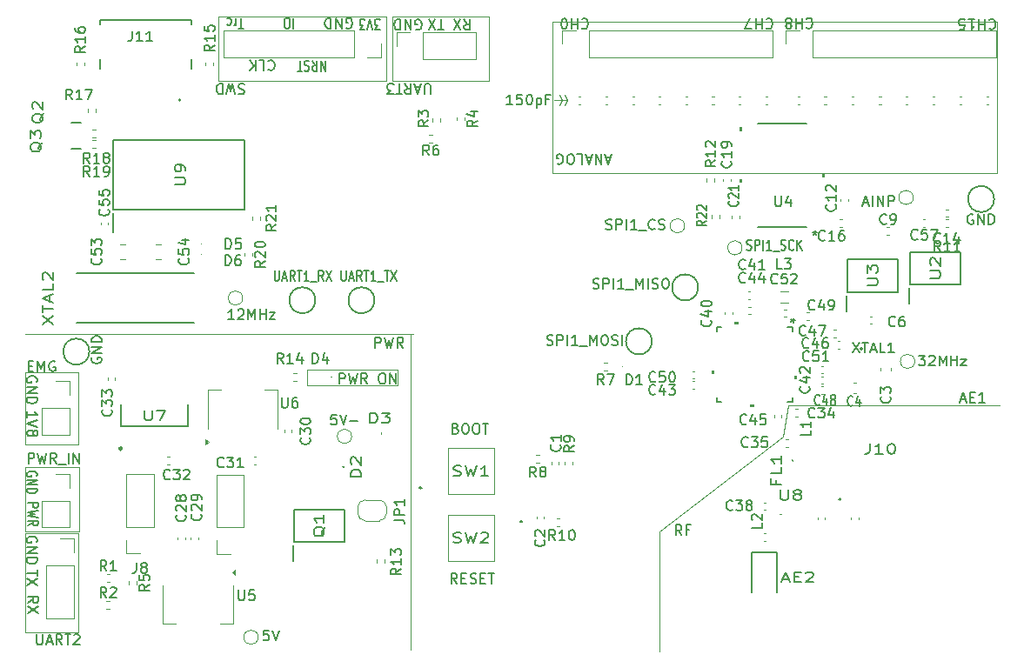
<source format=gbr>
%TF.GenerationSoftware,KiCad,Pcbnew,9.0.0*%
%TF.CreationDate,2025-05-06T12:07:41+02:00*%
%TF.ProjectId,Processing_board,50726f63-6573-4736-996e-675f626f6172,rev?*%
%TF.SameCoordinates,Original*%
%TF.FileFunction,Legend,Top*%
%TF.FilePolarity,Positive*%
%FSLAX46Y46*%
G04 Gerber Fmt 4.6, Leading zero omitted, Abs format (unit mm)*
G04 Created by KiCad (PCBNEW 9.0.0) date 2025-05-06 12:07:41*
%MOMM*%
%LPD*%
G01*
G04 APERTURE LIST*
%ADD10C,0.153000*%
%ADD11C,0.100000*%
%ADD12C,0.150000*%
%ADD13C,0.120000*%
%ADD14C,0.200000*%
%ADD15C,0.127000*%
%ADD16C,0.152400*%
%ADD17C,0.000000*%
%ADD18C,0.250000*%
G04 APERTURE END LIST*
D10*
X113535057Y-67380336D02*
X113039819Y-67380336D01*
X113039819Y-67380336D02*
X113306485Y-66999384D01*
X113306485Y-66999384D02*
X113192200Y-66999384D01*
X113192200Y-66999384D02*
X113116009Y-66951765D01*
X113116009Y-66951765D02*
X113077914Y-66904146D01*
X113077914Y-66904146D02*
X113039819Y-66808908D01*
X113039819Y-66808908D02*
X113039819Y-66570813D01*
X113039819Y-66570813D02*
X113077914Y-66475575D01*
X113077914Y-66475575D02*
X113116009Y-66427956D01*
X113116009Y-66427956D02*
X113192200Y-66380336D01*
X113192200Y-66380336D02*
X113420771Y-66380336D01*
X113420771Y-66380336D02*
X113496962Y-66427956D01*
X113496962Y-66427956D02*
X113535057Y-66475575D01*
X112811247Y-67380336D02*
X112544580Y-66380336D01*
X112544580Y-66380336D02*
X112277914Y-67380336D01*
X112087438Y-67380336D02*
X111592200Y-67380336D01*
X111592200Y-67380336D02*
X111858866Y-66999384D01*
X111858866Y-66999384D02*
X111744581Y-66999384D01*
X111744581Y-66999384D02*
X111668390Y-66951765D01*
X111668390Y-66951765D02*
X111630295Y-66904146D01*
X111630295Y-66904146D02*
X111592200Y-66808908D01*
X111592200Y-66808908D02*
X111592200Y-66570813D01*
X111592200Y-66570813D02*
X111630295Y-66475575D01*
X111630295Y-66475575D02*
X111668390Y-66427956D01*
X111668390Y-66427956D02*
X111744581Y-66380336D01*
X111744581Y-66380336D02*
X111973152Y-66380336D01*
X111973152Y-66380336D02*
X112049343Y-66427956D01*
X112049343Y-66427956D02*
X112087438Y-66475575D01*
D11*
X79000000Y-97000000D02*
X116750000Y-97000000D01*
X130500000Y-74250000D02*
X131750000Y-74250000D01*
X97850000Y-66100000D02*
X114150000Y-66100000D01*
X114150000Y-72400000D01*
X97850000Y-72400000D01*
X97850000Y-66100000D01*
X130325000Y-66600000D02*
X173625000Y-66600000D01*
X173625000Y-81350000D01*
X130325000Y-81350000D01*
X130325000Y-66600000D01*
X79005000Y-116400000D02*
X84200000Y-116400000D01*
X84200000Y-126110000D01*
X79005000Y-126110000D01*
X79005000Y-116400000D01*
X153422500Y-104000000D02*
X173850000Y-104000000D01*
X79000000Y-100800000D02*
X84200000Y-100800000D01*
X84200000Y-107750000D01*
X79000000Y-107750000D01*
X79000000Y-100800000D01*
X131750000Y-74250000D02*
X131500000Y-74750000D01*
X153500000Y-104000000D02*
X153250000Y-104000000D01*
X106500000Y-100500000D02*
X115250000Y-100500000D01*
X115250000Y-102000000D01*
X106500000Y-102000000D01*
X106500000Y-100500000D01*
X131750000Y-74250000D02*
X131500000Y-73750000D01*
X140750000Y-116250000D02*
X140750000Y-127950000D01*
X131250000Y-74250000D02*
X131000000Y-74750000D01*
X114750000Y-66100000D02*
X124200000Y-66100000D01*
X124200000Y-72400000D01*
X114750000Y-72400000D01*
X114750000Y-66100000D01*
X131250000Y-74250000D02*
X131000000Y-73750000D01*
X116500000Y-97000000D02*
X116500000Y-127750000D01*
X152750000Y-107000000D02*
X140750000Y-116250000D01*
X153250000Y-104000000D02*
X152750000Y-107000000D01*
D10*
X79280336Y-113491133D02*
X80280336Y-113491133D01*
X80280336Y-113491133D02*
X80280336Y-113795895D01*
X80280336Y-113795895D02*
X80232717Y-113872085D01*
X80232717Y-113872085D02*
X80185098Y-113910180D01*
X80185098Y-113910180D02*
X80089860Y-113948276D01*
X80089860Y-113948276D02*
X79947003Y-113948276D01*
X79947003Y-113948276D02*
X79851765Y-113910180D01*
X79851765Y-113910180D02*
X79804146Y-113872085D01*
X79804146Y-113872085D02*
X79756527Y-113795895D01*
X79756527Y-113795895D02*
X79756527Y-113491133D01*
X80280336Y-114214942D02*
X79280336Y-114405418D01*
X79280336Y-114405418D02*
X79994622Y-114557799D01*
X79994622Y-114557799D02*
X79280336Y-114710180D01*
X79280336Y-114710180D02*
X80280336Y-114900657D01*
X79280336Y-115662562D02*
X79756527Y-115395895D01*
X79280336Y-115205419D02*
X80280336Y-115205419D01*
X80280336Y-115205419D02*
X80280336Y-115510181D01*
X80280336Y-115510181D02*
X80232717Y-115586371D01*
X80232717Y-115586371D02*
X80185098Y-115624466D01*
X80185098Y-115624466D02*
X80089860Y-115662562D01*
X80089860Y-115662562D02*
X79947003Y-115662562D01*
X79947003Y-115662562D02*
X79851765Y-115624466D01*
X79851765Y-115624466D02*
X79804146Y-115586371D01*
X79804146Y-115586371D02*
X79756527Y-115510181D01*
X79756527Y-115510181D02*
X79756527Y-115205419D01*
X165993514Y-99119663D02*
X166612561Y-99119663D01*
X166612561Y-99119663D02*
X166279228Y-99500615D01*
X166279228Y-99500615D02*
X166422085Y-99500615D01*
X166422085Y-99500615D02*
X166517323Y-99548234D01*
X166517323Y-99548234D02*
X166564942Y-99595853D01*
X166564942Y-99595853D02*
X166612561Y-99691091D01*
X166612561Y-99691091D02*
X166612561Y-99929186D01*
X166612561Y-99929186D02*
X166564942Y-100024424D01*
X166564942Y-100024424D02*
X166517323Y-100072044D01*
X166517323Y-100072044D02*
X166422085Y-100119663D01*
X166422085Y-100119663D02*
X166136371Y-100119663D01*
X166136371Y-100119663D02*
X166041133Y-100072044D01*
X166041133Y-100072044D02*
X165993514Y-100024424D01*
X166993514Y-99214901D02*
X167041133Y-99167282D01*
X167041133Y-99167282D02*
X167136371Y-99119663D01*
X167136371Y-99119663D02*
X167374466Y-99119663D01*
X167374466Y-99119663D02*
X167469704Y-99167282D01*
X167469704Y-99167282D02*
X167517323Y-99214901D01*
X167517323Y-99214901D02*
X167564942Y-99310139D01*
X167564942Y-99310139D02*
X167564942Y-99405377D01*
X167564942Y-99405377D02*
X167517323Y-99548234D01*
X167517323Y-99548234D02*
X166945895Y-100119663D01*
X166945895Y-100119663D02*
X167564942Y-100119663D01*
X167993514Y-100119663D02*
X167993514Y-99119663D01*
X167993514Y-99119663D02*
X168326847Y-99833948D01*
X168326847Y-99833948D02*
X168660180Y-99119663D01*
X168660180Y-99119663D02*
X168660180Y-100119663D01*
X169136371Y-100119663D02*
X169136371Y-99119663D01*
X169136371Y-99595853D02*
X169707799Y-99595853D01*
X169707799Y-100119663D02*
X169707799Y-99119663D01*
X170088752Y-99452996D02*
X170612561Y-99452996D01*
X170612561Y-99452996D02*
X170088752Y-100119663D01*
X170088752Y-100119663D02*
X170612561Y-100119663D01*
X109791133Y-90869663D02*
X109791133Y-91679186D01*
X109791133Y-91679186D02*
X109829228Y-91774424D01*
X109829228Y-91774424D02*
X109867323Y-91822044D01*
X109867323Y-91822044D02*
X109943514Y-91869663D01*
X109943514Y-91869663D02*
X110095895Y-91869663D01*
X110095895Y-91869663D02*
X110172085Y-91822044D01*
X110172085Y-91822044D02*
X110210180Y-91774424D01*
X110210180Y-91774424D02*
X110248276Y-91679186D01*
X110248276Y-91679186D02*
X110248276Y-90869663D01*
X110591132Y-91583948D02*
X110972085Y-91583948D01*
X110514942Y-91869663D02*
X110781609Y-90869663D01*
X110781609Y-90869663D02*
X111048275Y-91869663D01*
X111772085Y-91869663D02*
X111505418Y-91393472D01*
X111314942Y-91869663D02*
X111314942Y-90869663D01*
X111314942Y-90869663D02*
X111619704Y-90869663D01*
X111619704Y-90869663D02*
X111695894Y-90917282D01*
X111695894Y-90917282D02*
X111733989Y-90964901D01*
X111733989Y-90964901D02*
X111772085Y-91060139D01*
X111772085Y-91060139D02*
X111772085Y-91202996D01*
X111772085Y-91202996D02*
X111733989Y-91298234D01*
X111733989Y-91298234D02*
X111695894Y-91345853D01*
X111695894Y-91345853D02*
X111619704Y-91393472D01*
X111619704Y-91393472D02*
X111314942Y-91393472D01*
X112000656Y-90869663D02*
X112457799Y-90869663D01*
X112229227Y-91869663D02*
X112229227Y-90869663D01*
X113143513Y-91869663D02*
X112686370Y-91869663D01*
X112914942Y-91869663D02*
X112914942Y-90869663D01*
X112914942Y-90869663D02*
X112838751Y-91012520D01*
X112838751Y-91012520D02*
X112762561Y-91107758D01*
X112762561Y-91107758D02*
X112686370Y-91155377D01*
X113295895Y-91964901D02*
X113905418Y-91964901D01*
X113981609Y-90869663D02*
X114438752Y-90869663D01*
X114210180Y-91869663D02*
X114210180Y-90869663D01*
X114629228Y-90869663D02*
X115162562Y-91869663D01*
X115162562Y-90869663D02*
X114629228Y-91869663D01*
X99362561Y-95619663D02*
X98791133Y-95619663D01*
X99076847Y-95619663D02*
X99076847Y-94619663D01*
X99076847Y-94619663D02*
X98981609Y-94762520D01*
X98981609Y-94762520D02*
X98886371Y-94857758D01*
X98886371Y-94857758D02*
X98791133Y-94905377D01*
X99743514Y-94714901D02*
X99791133Y-94667282D01*
X99791133Y-94667282D02*
X99886371Y-94619663D01*
X99886371Y-94619663D02*
X100124466Y-94619663D01*
X100124466Y-94619663D02*
X100219704Y-94667282D01*
X100219704Y-94667282D02*
X100267323Y-94714901D01*
X100267323Y-94714901D02*
X100314942Y-94810139D01*
X100314942Y-94810139D02*
X100314942Y-94905377D01*
X100314942Y-94905377D02*
X100267323Y-95048234D01*
X100267323Y-95048234D02*
X99695895Y-95619663D01*
X99695895Y-95619663D02*
X100314942Y-95619663D01*
X100743514Y-95619663D02*
X100743514Y-94619663D01*
X100743514Y-94619663D02*
X101076847Y-95333948D01*
X101076847Y-95333948D02*
X101410180Y-94619663D01*
X101410180Y-94619663D02*
X101410180Y-95619663D01*
X101886371Y-95619663D02*
X101886371Y-94619663D01*
X101886371Y-95095853D02*
X102457799Y-95095853D01*
X102457799Y-95619663D02*
X102457799Y-94619663D01*
X102838752Y-94952996D02*
X103362561Y-94952996D01*
X103362561Y-94952996D02*
X102838752Y-95619663D01*
X102838752Y-95619663D02*
X103362561Y-95619663D01*
X79230336Y-105162561D02*
X79230336Y-104591133D01*
X79230336Y-104876847D02*
X80230336Y-104876847D01*
X80230336Y-104876847D02*
X80087479Y-104781609D01*
X80087479Y-104781609D02*
X79992241Y-104686371D01*
X79992241Y-104686371D02*
X79944622Y-104591133D01*
X80230336Y-105448276D02*
X79230336Y-105781609D01*
X79230336Y-105781609D02*
X80230336Y-106114942D01*
X79801765Y-106591133D02*
X79849384Y-106495895D01*
X79849384Y-106495895D02*
X79897003Y-106448276D01*
X79897003Y-106448276D02*
X79992241Y-106400657D01*
X79992241Y-106400657D02*
X80039860Y-106400657D01*
X80039860Y-106400657D02*
X80135098Y-106448276D01*
X80135098Y-106448276D02*
X80182717Y-106495895D01*
X80182717Y-106495895D02*
X80230336Y-106591133D01*
X80230336Y-106591133D02*
X80230336Y-106781609D01*
X80230336Y-106781609D02*
X80182717Y-106876847D01*
X80182717Y-106876847D02*
X80135098Y-106924466D01*
X80135098Y-106924466D02*
X80039860Y-106972085D01*
X80039860Y-106972085D02*
X79992241Y-106972085D01*
X79992241Y-106972085D02*
X79897003Y-106924466D01*
X79897003Y-106924466D02*
X79849384Y-106876847D01*
X79849384Y-106876847D02*
X79801765Y-106781609D01*
X79801765Y-106781609D02*
X79801765Y-106591133D01*
X79801765Y-106591133D02*
X79754146Y-106495895D01*
X79754146Y-106495895D02*
X79706527Y-106448276D01*
X79706527Y-106448276D02*
X79611289Y-106400657D01*
X79611289Y-106400657D02*
X79420813Y-106400657D01*
X79420813Y-106400657D02*
X79325575Y-106448276D01*
X79325575Y-106448276D02*
X79277956Y-106495895D01*
X79277956Y-106495895D02*
X79230336Y-106591133D01*
X79230336Y-106591133D02*
X79230336Y-106781609D01*
X79230336Y-106781609D02*
X79277956Y-106876847D01*
X79277956Y-106876847D02*
X79325575Y-106924466D01*
X79325575Y-106924466D02*
X79420813Y-106972085D01*
X79420813Y-106972085D02*
X79611289Y-106972085D01*
X79611289Y-106972085D02*
X79706527Y-106924466D01*
X79706527Y-106924466D02*
X79754146Y-106876847D01*
X79754146Y-106876847D02*
X79801765Y-106781609D01*
X133189819Y-66425575D02*
X133237438Y-66377956D01*
X133237438Y-66377956D02*
X133380295Y-66330336D01*
X133380295Y-66330336D02*
X133475533Y-66330336D01*
X133475533Y-66330336D02*
X133618390Y-66377956D01*
X133618390Y-66377956D02*
X133713628Y-66473194D01*
X133713628Y-66473194D02*
X133761247Y-66568432D01*
X133761247Y-66568432D02*
X133808866Y-66758908D01*
X133808866Y-66758908D02*
X133808866Y-66901765D01*
X133808866Y-66901765D02*
X133761247Y-67092241D01*
X133761247Y-67092241D02*
X133713628Y-67187479D01*
X133713628Y-67187479D02*
X133618390Y-67282717D01*
X133618390Y-67282717D02*
X133475533Y-67330336D01*
X133475533Y-67330336D02*
X133380295Y-67330336D01*
X133380295Y-67330336D02*
X133237438Y-67282717D01*
X133237438Y-67282717D02*
X133189819Y-67235098D01*
X132761247Y-66330336D02*
X132761247Y-67330336D01*
X132761247Y-66854146D02*
X132189819Y-66854146D01*
X132189819Y-66330336D02*
X132189819Y-67330336D01*
X131523152Y-67330336D02*
X131427914Y-67330336D01*
X131427914Y-67330336D02*
X131332676Y-67282717D01*
X131332676Y-67282717D02*
X131285057Y-67235098D01*
X131285057Y-67235098D02*
X131237438Y-67139860D01*
X131237438Y-67139860D02*
X131189819Y-66949384D01*
X131189819Y-66949384D02*
X131189819Y-66711289D01*
X131189819Y-66711289D02*
X131237438Y-66520813D01*
X131237438Y-66520813D02*
X131285057Y-66425575D01*
X131285057Y-66425575D02*
X131332676Y-66377956D01*
X131332676Y-66377956D02*
X131427914Y-66330336D01*
X131427914Y-66330336D02*
X131523152Y-66330336D01*
X131523152Y-66330336D02*
X131618390Y-66377956D01*
X131618390Y-66377956D02*
X131666009Y-66425575D01*
X131666009Y-66425575D02*
X131713628Y-66520813D01*
X131713628Y-66520813D02*
X131761247Y-66711289D01*
X131761247Y-66711289D02*
X131761247Y-66949384D01*
X131761247Y-66949384D02*
X131713628Y-67139860D01*
X131713628Y-67139860D02*
X131666009Y-67235098D01*
X131666009Y-67235098D02*
X131618390Y-67282717D01*
X131618390Y-67282717D02*
X131523152Y-67330336D01*
X102689819Y-70475575D02*
X102737438Y-70427956D01*
X102737438Y-70427956D02*
X102880295Y-70380336D01*
X102880295Y-70380336D02*
X102975533Y-70380336D01*
X102975533Y-70380336D02*
X103118390Y-70427956D01*
X103118390Y-70427956D02*
X103213628Y-70523194D01*
X103213628Y-70523194D02*
X103261247Y-70618432D01*
X103261247Y-70618432D02*
X103308866Y-70808908D01*
X103308866Y-70808908D02*
X103308866Y-70951765D01*
X103308866Y-70951765D02*
X103261247Y-71142241D01*
X103261247Y-71142241D02*
X103213628Y-71237479D01*
X103213628Y-71237479D02*
X103118390Y-71332717D01*
X103118390Y-71332717D02*
X102975533Y-71380336D01*
X102975533Y-71380336D02*
X102880295Y-71380336D01*
X102880295Y-71380336D02*
X102737438Y-71332717D01*
X102737438Y-71332717D02*
X102689819Y-71285098D01*
X101785057Y-70380336D02*
X102261247Y-70380336D01*
X102261247Y-70380336D02*
X102261247Y-71380336D01*
X101451723Y-70380336D02*
X101451723Y-71380336D01*
X100880295Y-70380336D02*
X101308866Y-70951765D01*
X100880295Y-71380336D02*
X101451723Y-70808908D01*
X79280336Y-123210180D02*
X79756527Y-122876847D01*
X79280336Y-122638752D02*
X80280336Y-122638752D01*
X80280336Y-122638752D02*
X80280336Y-123019704D01*
X80280336Y-123019704D02*
X80232717Y-123114942D01*
X80232717Y-123114942D02*
X80185098Y-123162561D01*
X80185098Y-123162561D02*
X80089860Y-123210180D01*
X80089860Y-123210180D02*
X79947003Y-123210180D01*
X79947003Y-123210180D02*
X79851765Y-123162561D01*
X79851765Y-123162561D02*
X79804146Y-123114942D01*
X79804146Y-123114942D02*
X79756527Y-123019704D01*
X79756527Y-123019704D02*
X79756527Y-122638752D01*
X80280336Y-123543514D02*
X79280336Y-124210180D01*
X80280336Y-124210180D02*
X79280336Y-123543514D01*
X105108866Y-66280336D02*
X105108866Y-67280336D01*
X104575533Y-67280336D02*
X104423152Y-67280336D01*
X104423152Y-67280336D02*
X104346962Y-67232717D01*
X104346962Y-67232717D02*
X104270771Y-67137479D01*
X104270771Y-67137479D02*
X104232676Y-66947003D01*
X104232676Y-66947003D02*
X104232676Y-66613670D01*
X104232676Y-66613670D02*
X104270771Y-66423194D01*
X104270771Y-66423194D02*
X104346962Y-66327956D01*
X104346962Y-66327956D02*
X104423152Y-66280336D01*
X104423152Y-66280336D02*
X104575533Y-66280336D01*
X104575533Y-66280336D02*
X104651724Y-66327956D01*
X104651724Y-66327956D02*
X104727914Y-66423194D01*
X104727914Y-66423194D02*
X104766010Y-66613670D01*
X104766010Y-66613670D02*
X104766010Y-66947003D01*
X104766010Y-66947003D02*
X104727914Y-67137479D01*
X104727914Y-67137479D02*
X104651724Y-67232717D01*
X104651724Y-67232717D02*
X104575533Y-67280336D01*
X117037438Y-67382717D02*
X117132676Y-67430336D01*
X117132676Y-67430336D02*
X117275533Y-67430336D01*
X117275533Y-67430336D02*
X117418390Y-67382717D01*
X117418390Y-67382717D02*
X117513628Y-67287479D01*
X117513628Y-67287479D02*
X117561247Y-67192241D01*
X117561247Y-67192241D02*
X117608866Y-67001765D01*
X117608866Y-67001765D02*
X117608866Y-66858908D01*
X117608866Y-66858908D02*
X117561247Y-66668432D01*
X117561247Y-66668432D02*
X117513628Y-66573194D01*
X117513628Y-66573194D02*
X117418390Y-66477956D01*
X117418390Y-66477956D02*
X117275533Y-66430336D01*
X117275533Y-66430336D02*
X117180295Y-66430336D01*
X117180295Y-66430336D02*
X117037438Y-66477956D01*
X117037438Y-66477956D02*
X116989819Y-66525575D01*
X116989819Y-66525575D02*
X116989819Y-66858908D01*
X116989819Y-66858908D02*
X117180295Y-66858908D01*
X116561247Y-66430336D02*
X116561247Y-67430336D01*
X116561247Y-67430336D02*
X115989819Y-66430336D01*
X115989819Y-66430336D02*
X115989819Y-67430336D01*
X115513628Y-66430336D02*
X115513628Y-67430336D01*
X115513628Y-67430336D02*
X115275533Y-67430336D01*
X115275533Y-67430336D02*
X115132676Y-67382717D01*
X115132676Y-67382717D02*
X115037438Y-67287479D01*
X115037438Y-67287479D02*
X114989819Y-67192241D01*
X114989819Y-67192241D02*
X114942200Y-67001765D01*
X114942200Y-67001765D02*
X114942200Y-66858908D01*
X114942200Y-66858908D02*
X114989819Y-66668432D01*
X114989819Y-66668432D02*
X115037438Y-66573194D01*
X115037438Y-66573194D02*
X115132676Y-66477956D01*
X115132676Y-66477956D02*
X115275533Y-66430336D01*
X115275533Y-66430336D02*
X115513628Y-66430336D01*
X108258866Y-70430336D02*
X108258866Y-71430336D01*
X108258866Y-71430336D02*
X107801723Y-70430336D01*
X107801723Y-70430336D02*
X107801723Y-71430336D01*
X106963628Y-70430336D02*
X107230295Y-70906527D01*
X107420771Y-70430336D02*
X107420771Y-71430336D01*
X107420771Y-71430336D02*
X107116009Y-71430336D01*
X107116009Y-71430336D02*
X107039819Y-71382717D01*
X107039819Y-71382717D02*
X107001724Y-71335098D01*
X107001724Y-71335098D02*
X106963628Y-71239860D01*
X106963628Y-71239860D02*
X106963628Y-71097003D01*
X106963628Y-71097003D02*
X107001724Y-71001765D01*
X107001724Y-71001765D02*
X107039819Y-70954146D01*
X107039819Y-70954146D02*
X107116009Y-70906527D01*
X107116009Y-70906527D02*
X107420771Y-70906527D01*
X106658867Y-70477956D02*
X106544581Y-70430336D01*
X106544581Y-70430336D02*
X106354105Y-70430336D01*
X106354105Y-70430336D02*
X106277914Y-70477956D01*
X106277914Y-70477956D02*
X106239819Y-70525575D01*
X106239819Y-70525575D02*
X106201724Y-70620813D01*
X106201724Y-70620813D02*
X106201724Y-70716051D01*
X106201724Y-70716051D02*
X106239819Y-70811289D01*
X106239819Y-70811289D02*
X106277914Y-70858908D01*
X106277914Y-70858908D02*
X106354105Y-70906527D01*
X106354105Y-70906527D02*
X106506486Y-70954146D01*
X106506486Y-70954146D02*
X106582676Y-71001765D01*
X106582676Y-71001765D02*
X106620771Y-71049384D01*
X106620771Y-71049384D02*
X106658867Y-71144622D01*
X106658867Y-71144622D02*
X106658867Y-71239860D01*
X106658867Y-71239860D02*
X106620771Y-71335098D01*
X106620771Y-71335098D02*
X106582676Y-71382717D01*
X106582676Y-71382717D02*
X106506486Y-71430336D01*
X106506486Y-71430336D02*
X106316009Y-71430336D01*
X106316009Y-71430336D02*
X106201724Y-71382717D01*
X105973152Y-71430336D02*
X105516009Y-71430336D01*
X105744581Y-70430336D02*
X105744581Y-71430336D01*
X120922085Y-106220853D02*
X121064942Y-106268472D01*
X121064942Y-106268472D02*
X121112561Y-106316091D01*
X121112561Y-106316091D02*
X121160180Y-106411329D01*
X121160180Y-106411329D02*
X121160180Y-106554186D01*
X121160180Y-106554186D02*
X121112561Y-106649424D01*
X121112561Y-106649424D02*
X121064942Y-106697044D01*
X121064942Y-106697044D02*
X120969704Y-106744663D01*
X120969704Y-106744663D02*
X120588752Y-106744663D01*
X120588752Y-106744663D02*
X120588752Y-105744663D01*
X120588752Y-105744663D02*
X120922085Y-105744663D01*
X120922085Y-105744663D02*
X121017323Y-105792282D01*
X121017323Y-105792282D02*
X121064942Y-105839901D01*
X121064942Y-105839901D02*
X121112561Y-105935139D01*
X121112561Y-105935139D02*
X121112561Y-106030377D01*
X121112561Y-106030377D02*
X121064942Y-106125615D01*
X121064942Y-106125615D02*
X121017323Y-106173234D01*
X121017323Y-106173234D02*
X120922085Y-106220853D01*
X120922085Y-106220853D02*
X120588752Y-106220853D01*
X121779228Y-105744663D02*
X121969704Y-105744663D01*
X121969704Y-105744663D02*
X122064942Y-105792282D01*
X122064942Y-105792282D02*
X122160180Y-105887520D01*
X122160180Y-105887520D02*
X122207799Y-106077996D01*
X122207799Y-106077996D02*
X122207799Y-106411329D01*
X122207799Y-106411329D02*
X122160180Y-106601805D01*
X122160180Y-106601805D02*
X122064942Y-106697044D01*
X122064942Y-106697044D02*
X121969704Y-106744663D01*
X121969704Y-106744663D02*
X121779228Y-106744663D01*
X121779228Y-106744663D02*
X121683990Y-106697044D01*
X121683990Y-106697044D02*
X121588752Y-106601805D01*
X121588752Y-106601805D02*
X121541133Y-106411329D01*
X121541133Y-106411329D02*
X121541133Y-106077996D01*
X121541133Y-106077996D02*
X121588752Y-105887520D01*
X121588752Y-105887520D02*
X121683990Y-105792282D01*
X121683990Y-105792282D02*
X121779228Y-105744663D01*
X122826847Y-105744663D02*
X123017323Y-105744663D01*
X123017323Y-105744663D02*
X123112561Y-105792282D01*
X123112561Y-105792282D02*
X123207799Y-105887520D01*
X123207799Y-105887520D02*
X123255418Y-106077996D01*
X123255418Y-106077996D02*
X123255418Y-106411329D01*
X123255418Y-106411329D02*
X123207799Y-106601805D01*
X123207799Y-106601805D02*
X123112561Y-106697044D01*
X123112561Y-106697044D02*
X123017323Y-106744663D01*
X123017323Y-106744663D02*
X122826847Y-106744663D01*
X122826847Y-106744663D02*
X122731609Y-106697044D01*
X122731609Y-106697044D02*
X122636371Y-106601805D01*
X122636371Y-106601805D02*
X122588752Y-106411329D01*
X122588752Y-106411329D02*
X122588752Y-106077996D01*
X122588752Y-106077996D02*
X122636371Y-105887520D01*
X122636371Y-105887520D02*
X122731609Y-105792282D01*
X122731609Y-105792282D02*
X122826847Y-105744663D01*
X123541133Y-105744663D02*
X124112561Y-105744663D01*
X123826847Y-106744663D02*
X123826847Y-105744663D01*
X100273152Y-67280336D02*
X99816009Y-67280336D01*
X100044581Y-66280336D02*
X100044581Y-67280336D01*
X99549342Y-66280336D02*
X99549342Y-66947003D01*
X99549342Y-66756527D02*
X99511247Y-66851765D01*
X99511247Y-66851765D02*
X99473152Y-66899384D01*
X99473152Y-66899384D02*
X99396961Y-66947003D01*
X99396961Y-66947003D02*
X99320771Y-66947003D01*
X98711247Y-66327956D02*
X98787438Y-66280336D01*
X98787438Y-66280336D02*
X98939819Y-66280336D01*
X98939819Y-66280336D02*
X99016009Y-66327956D01*
X99016009Y-66327956D02*
X99054104Y-66375575D01*
X99054104Y-66375575D02*
X99092200Y-66470813D01*
X99092200Y-66470813D02*
X99092200Y-66756527D01*
X99092200Y-66756527D02*
X99054104Y-66851765D01*
X99054104Y-66851765D02*
X99016009Y-66899384D01*
X99016009Y-66899384D02*
X98939819Y-66947003D01*
X98939819Y-66947003D02*
X98787438Y-66947003D01*
X98787438Y-66947003D02*
X98711247Y-66899384D01*
X172839819Y-66475575D02*
X172887438Y-66427956D01*
X172887438Y-66427956D02*
X173030295Y-66380336D01*
X173030295Y-66380336D02*
X173125533Y-66380336D01*
X173125533Y-66380336D02*
X173268390Y-66427956D01*
X173268390Y-66427956D02*
X173363628Y-66523194D01*
X173363628Y-66523194D02*
X173411247Y-66618432D01*
X173411247Y-66618432D02*
X173458866Y-66808908D01*
X173458866Y-66808908D02*
X173458866Y-66951765D01*
X173458866Y-66951765D02*
X173411247Y-67142241D01*
X173411247Y-67142241D02*
X173363628Y-67237479D01*
X173363628Y-67237479D02*
X173268390Y-67332717D01*
X173268390Y-67332717D02*
X173125533Y-67380336D01*
X173125533Y-67380336D02*
X173030295Y-67380336D01*
X173030295Y-67380336D02*
X172887438Y-67332717D01*
X172887438Y-67332717D02*
X172839819Y-67285098D01*
X172411247Y-66380336D02*
X172411247Y-67380336D01*
X172411247Y-66904146D02*
X171839819Y-66904146D01*
X171839819Y-66380336D02*
X171839819Y-67380336D01*
X170839819Y-66380336D02*
X171411247Y-66380336D01*
X171125533Y-66380336D02*
X171125533Y-67380336D01*
X171125533Y-67380336D02*
X171220771Y-67237479D01*
X171220771Y-67237479D02*
X171316009Y-67142241D01*
X171316009Y-67142241D02*
X171411247Y-67094622D01*
X169935057Y-67380336D02*
X170411247Y-67380336D01*
X170411247Y-67380336D02*
X170458866Y-66904146D01*
X170458866Y-66904146D02*
X170411247Y-66951765D01*
X170411247Y-66951765D02*
X170316009Y-66999384D01*
X170316009Y-66999384D02*
X170077914Y-66999384D01*
X170077914Y-66999384D02*
X169982676Y-66951765D01*
X169982676Y-66951765D02*
X169935057Y-66904146D01*
X169935057Y-66904146D02*
X169887438Y-66808908D01*
X169887438Y-66808908D02*
X169887438Y-66570813D01*
X169887438Y-66570813D02*
X169935057Y-66475575D01*
X169935057Y-66475575D02*
X169982676Y-66427956D01*
X169982676Y-66427956D02*
X170077914Y-66380336D01*
X170077914Y-66380336D02*
X170316009Y-66380336D01*
X170316009Y-66380336D02*
X170411247Y-66427956D01*
X170411247Y-66427956D02*
X170458866Y-66475575D01*
X80132717Y-110860180D02*
X80180336Y-110783990D01*
X80180336Y-110783990D02*
X80180336Y-110669704D01*
X80180336Y-110669704D02*
X80132717Y-110555418D01*
X80132717Y-110555418D02*
X80037479Y-110479228D01*
X80037479Y-110479228D02*
X79942241Y-110441133D01*
X79942241Y-110441133D02*
X79751765Y-110403037D01*
X79751765Y-110403037D02*
X79608908Y-110403037D01*
X79608908Y-110403037D02*
X79418432Y-110441133D01*
X79418432Y-110441133D02*
X79323194Y-110479228D01*
X79323194Y-110479228D02*
X79227956Y-110555418D01*
X79227956Y-110555418D02*
X79180336Y-110669704D01*
X79180336Y-110669704D02*
X79180336Y-110745895D01*
X79180336Y-110745895D02*
X79227956Y-110860180D01*
X79227956Y-110860180D02*
X79275575Y-110898276D01*
X79275575Y-110898276D02*
X79608908Y-110898276D01*
X79608908Y-110898276D02*
X79608908Y-110745895D01*
X79180336Y-111241133D02*
X80180336Y-111241133D01*
X80180336Y-111241133D02*
X79180336Y-111698276D01*
X79180336Y-111698276D02*
X80180336Y-111698276D01*
X79180336Y-112079228D02*
X80180336Y-112079228D01*
X80180336Y-112079228D02*
X80180336Y-112269704D01*
X80180336Y-112269704D02*
X80132717Y-112383990D01*
X80132717Y-112383990D02*
X80037479Y-112460180D01*
X80037479Y-112460180D02*
X79942241Y-112498275D01*
X79942241Y-112498275D02*
X79751765Y-112536371D01*
X79751765Y-112536371D02*
X79608908Y-112536371D01*
X79608908Y-112536371D02*
X79418432Y-112498275D01*
X79418432Y-112498275D02*
X79323194Y-112460180D01*
X79323194Y-112460180D02*
X79227956Y-112383990D01*
X79227956Y-112383990D02*
X79180336Y-112269704D01*
X79180336Y-112269704D02*
X79180336Y-112079228D01*
X80132717Y-117312561D02*
X80180336Y-117217323D01*
X80180336Y-117217323D02*
X80180336Y-117074466D01*
X80180336Y-117074466D02*
X80132717Y-116931609D01*
X80132717Y-116931609D02*
X80037479Y-116836371D01*
X80037479Y-116836371D02*
X79942241Y-116788752D01*
X79942241Y-116788752D02*
X79751765Y-116741133D01*
X79751765Y-116741133D02*
X79608908Y-116741133D01*
X79608908Y-116741133D02*
X79418432Y-116788752D01*
X79418432Y-116788752D02*
X79323194Y-116836371D01*
X79323194Y-116836371D02*
X79227956Y-116931609D01*
X79227956Y-116931609D02*
X79180336Y-117074466D01*
X79180336Y-117074466D02*
X79180336Y-117169704D01*
X79180336Y-117169704D02*
X79227956Y-117312561D01*
X79227956Y-117312561D02*
X79275575Y-117360180D01*
X79275575Y-117360180D02*
X79608908Y-117360180D01*
X79608908Y-117360180D02*
X79608908Y-117169704D01*
X79180336Y-117788752D02*
X80180336Y-117788752D01*
X80180336Y-117788752D02*
X79180336Y-118360180D01*
X79180336Y-118360180D02*
X80180336Y-118360180D01*
X79180336Y-118836371D02*
X80180336Y-118836371D01*
X80180336Y-118836371D02*
X80180336Y-119074466D01*
X80180336Y-119074466D02*
X80132717Y-119217323D01*
X80132717Y-119217323D02*
X80037479Y-119312561D01*
X80037479Y-119312561D02*
X79942241Y-119360180D01*
X79942241Y-119360180D02*
X79751765Y-119407799D01*
X79751765Y-119407799D02*
X79608908Y-119407799D01*
X79608908Y-119407799D02*
X79418432Y-119360180D01*
X79418432Y-119360180D02*
X79323194Y-119312561D01*
X79323194Y-119312561D02*
X79227956Y-119217323D01*
X79227956Y-119217323D02*
X79180336Y-119074466D01*
X79180336Y-119074466D02*
X79180336Y-118836371D01*
X121739819Y-66430336D02*
X122073152Y-66906527D01*
X122311247Y-66430336D02*
X122311247Y-67430336D01*
X122311247Y-67430336D02*
X121930295Y-67430336D01*
X121930295Y-67430336D02*
X121835057Y-67382717D01*
X121835057Y-67382717D02*
X121787438Y-67335098D01*
X121787438Y-67335098D02*
X121739819Y-67239860D01*
X121739819Y-67239860D02*
X121739819Y-67097003D01*
X121739819Y-67097003D02*
X121787438Y-67001765D01*
X121787438Y-67001765D02*
X121835057Y-66954146D01*
X121835057Y-66954146D02*
X121930295Y-66906527D01*
X121930295Y-66906527D02*
X122311247Y-66906527D01*
X121406485Y-67430336D02*
X120739819Y-66430336D01*
X120739819Y-67430336D02*
X121406485Y-66430336D01*
X142910180Y-116619663D02*
X142576847Y-116143472D01*
X142338752Y-116619663D02*
X142338752Y-115619663D01*
X142338752Y-115619663D02*
X142719704Y-115619663D01*
X142719704Y-115619663D02*
X142814942Y-115667282D01*
X142814942Y-115667282D02*
X142862561Y-115714901D01*
X142862561Y-115714901D02*
X142910180Y-115810139D01*
X142910180Y-115810139D02*
X142910180Y-115952996D01*
X142910180Y-115952996D02*
X142862561Y-116048234D01*
X142862561Y-116048234D02*
X142814942Y-116095853D01*
X142814942Y-116095853D02*
X142719704Y-116143472D01*
X142719704Y-116143472D02*
X142338752Y-116143472D01*
X143672085Y-116095853D02*
X143338752Y-116095853D01*
X143338752Y-116619663D02*
X143338752Y-115619663D01*
X143338752Y-115619663D02*
X143814942Y-115619663D01*
X80230336Y-119995895D02*
X80230336Y-120567323D01*
X79230336Y-120281609D02*
X80230336Y-120281609D01*
X80230336Y-120805419D02*
X79230336Y-121472085D01*
X80230336Y-121472085D02*
X79230336Y-120805419D01*
X79338752Y-109619663D02*
X79338752Y-108619663D01*
X79338752Y-108619663D02*
X79719704Y-108619663D01*
X79719704Y-108619663D02*
X79814942Y-108667282D01*
X79814942Y-108667282D02*
X79862561Y-108714901D01*
X79862561Y-108714901D02*
X79910180Y-108810139D01*
X79910180Y-108810139D02*
X79910180Y-108952996D01*
X79910180Y-108952996D02*
X79862561Y-109048234D01*
X79862561Y-109048234D02*
X79814942Y-109095853D01*
X79814942Y-109095853D02*
X79719704Y-109143472D01*
X79719704Y-109143472D02*
X79338752Y-109143472D01*
X80243514Y-108619663D02*
X80481609Y-109619663D01*
X80481609Y-109619663D02*
X80672085Y-108905377D01*
X80672085Y-108905377D02*
X80862561Y-109619663D01*
X80862561Y-109619663D02*
X81100657Y-108619663D01*
X82053037Y-109619663D02*
X81719704Y-109143472D01*
X81481609Y-109619663D02*
X81481609Y-108619663D01*
X81481609Y-108619663D02*
X81862561Y-108619663D01*
X81862561Y-108619663D02*
X81957799Y-108667282D01*
X81957799Y-108667282D02*
X82005418Y-108714901D01*
X82005418Y-108714901D02*
X82053037Y-108810139D01*
X82053037Y-108810139D02*
X82053037Y-108952996D01*
X82053037Y-108952996D02*
X82005418Y-109048234D01*
X82005418Y-109048234D02*
X81957799Y-109095853D01*
X81957799Y-109095853D02*
X81862561Y-109143472D01*
X81862561Y-109143472D02*
X81481609Y-109143472D01*
X82243514Y-109714901D02*
X83005418Y-109714901D01*
X83243514Y-109619663D02*
X83243514Y-108619663D01*
X83719704Y-109619663D02*
X83719704Y-108619663D01*
X83719704Y-108619663D02*
X84291132Y-109619663D01*
X84291132Y-109619663D02*
X84291132Y-108619663D01*
X113088752Y-98369663D02*
X113088752Y-97369663D01*
X113088752Y-97369663D02*
X113469704Y-97369663D01*
X113469704Y-97369663D02*
X113564942Y-97417282D01*
X113564942Y-97417282D02*
X113612561Y-97464901D01*
X113612561Y-97464901D02*
X113660180Y-97560139D01*
X113660180Y-97560139D02*
X113660180Y-97702996D01*
X113660180Y-97702996D02*
X113612561Y-97798234D01*
X113612561Y-97798234D02*
X113564942Y-97845853D01*
X113564942Y-97845853D02*
X113469704Y-97893472D01*
X113469704Y-97893472D02*
X113088752Y-97893472D01*
X113993514Y-97369663D02*
X114231609Y-98369663D01*
X114231609Y-98369663D02*
X114422085Y-97655377D01*
X114422085Y-97655377D02*
X114612561Y-98369663D01*
X114612561Y-98369663D02*
X114850657Y-97369663D01*
X115803037Y-98369663D02*
X115469704Y-97893472D01*
X115231609Y-98369663D02*
X115231609Y-97369663D01*
X115231609Y-97369663D02*
X115612561Y-97369663D01*
X115612561Y-97369663D02*
X115707799Y-97417282D01*
X115707799Y-97417282D02*
X115755418Y-97464901D01*
X115755418Y-97464901D02*
X115803037Y-97560139D01*
X115803037Y-97560139D02*
X115803037Y-97702996D01*
X115803037Y-97702996D02*
X115755418Y-97798234D01*
X115755418Y-97798234D02*
X115707799Y-97845853D01*
X115707799Y-97845853D02*
X115612561Y-97893472D01*
X115612561Y-97893472D02*
X115231609Y-97893472D01*
X129791133Y-98072044D02*
X129933990Y-98119663D01*
X129933990Y-98119663D02*
X130172085Y-98119663D01*
X130172085Y-98119663D02*
X130267323Y-98072044D01*
X130267323Y-98072044D02*
X130314942Y-98024424D01*
X130314942Y-98024424D02*
X130362561Y-97929186D01*
X130362561Y-97929186D02*
X130362561Y-97833948D01*
X130362561Y-97833948D02*
X130314942Y-97738710D01*
X130314942Y-97738710D02*
X130267323Y-97691091D01*
X130267323Y-97691091D02*
X130172085Y-97643472D01*
X130172085Y-97643472D02*
X129981609Y-97595853D01*
X129981609Y-97595853D02*
X129886371Y-97548234D01*
X129886371Y-97548234D02*
X129838752Y-97500615D01*
X129838752Y-97500615D02*
X129791133Y-97405377D01*
X129791133Y-97405377D02*
X129791133Y-97310139D01*
X129791133Y-97310139D02*
X129838752Y-97214901D01*
X129838752Y-97214901D02*
X129886371Y-97167282D01*
X129886371Y-97167282D02*
X129981609Y-97119663D01*
X129981609Y-97119663D02*
X130219704Y-97119663D01*
X130219704Y-97119663D02*
X130362561Y-97167282D01*
X130791133Y-98119663D02*
X130791133Y-97119663D01*
X130791133Y-97119663D02*
X131172085Y-97119663D01*
X131172085Y-97119663D02*
X131267323Y-97167282D01*
X131267323Y-97167282D02*
X131314942Y-97214901D01*
X131314942Y-97214901D02*
X131362561Y-97310139D01*
X131362561Y-97310139D02*
X131362561Y-97452996D01*
X131362561Y-97452996D02*
X131314942Y-97548234D01*
X131314942Y-97548234D02*
X131267323Y-97595853D01*
X131267323Y-97595853D02*
X131172085Y-97643472D01*
X131172085Y-97643472D02*
X130791133Y-97643472D01*
X131791133Y-98119663D02*
X131791133Y-97119663D01*
X132791132Y-98119663D02*
X132219704Y-98119663D01*
X132505418Y-98119663D02*
X132505418Y-97119663D01*
X132505418Y-97119663D02*
X132410180Y-97262520D01*
X132410180Y-97262520D02*
X132314942Y-97357758D01*
X132314942Y-97357758D02*
X132219704Y-97405377D01*
X132981609Y-98214901D02*
X133743513Y-98214901D01*
X133981609Y-98119663D02*
X133981609Y-97119663D01*
X133981609Y-97119663D02*
X134314942Y-97833948D01*
X134314942Y-97833948D02*
X134648275Y-97119663D01*
X134648275Y-97119663D02*
X134648275Y-98119663D01*
X135314942Y-97119663D02*
X135505418Y-97119663D01*
X135505418Y-97119663D02*
X135600656Y-97167282D01*
X135600656Y-97167282D02*
X135695894Y-97262520D01*
X135695894Y-97262520D02*
X135743513Y-97452996D01*
X135743513Y-97452996D02*
X135743513Y-97786329D01*
X135743513Y-97786329D02*
X135695894Y-97976805D01*
X135695894Y-97976805D02*
X135600656Y-98072044D01*
X135600656Y-98072044D02*
X135505418Y-98119663D01*
X135505418Y-98119663D02*
X135314942Y-98119663D01*
X135314942Y-98119663D02*
X135219704Y-98072044D01*
X135219704Y-98072044D02*
X135124466Y-97976805D01*
X135124466Y-97976805D02*
X135076847Y-97786329D01*
X135076847Y-97786329D02*
X135076847Y-97452996D01*
X135076847Y-97452996D02*
X135124466Y-97262520D01*
X135124466Y-97262520D02*
X135219704Y-97167282D01*
X135219704Y-97167282D02*
X135314942Y-97119663D01*
X136124466Y-98072044D02*
X136267323Y-98119663D01*
X136267323Y-98119663D02*
X136505418Y-98119663D01*
X136505418Y-98119663D02*
X136600656Y-98072044D01*
X136600656Y-98072044D02*
X136648275Y-98024424D01*
X136648275Y-98024424D02*
X136695894Y-97929186D01*
X136695894Y-97929186D02*
X136695894Y-97833948D01*
X136695894Y-97833948D02*
X136648275Y-97738710D01*
X136648275Y-97738710D02*
X136600656Y-97691091D01*
X136600656Y-97691091D02*
X136505418Y-97643472D01*
X136505418Y-97643472D02*
X136314942Y-97595853D01*
X136314942Y-97595853D02*
X136219704Y-97548234D01*
X136219704Y-97548234D02*
X136172085Y-97500615D01*
X136172085Y-97500615D02*
X136124466Y-97405377D01*
X136124466Y-97405377D02*
X136124466Y-97310139D01*
X136124466Y-97310139D02*
X136172085Y-97214901D01*
X136172085Y-97214901D02*
X136219704Y-97167282D01*
X136219704Y-97167282D02*
X136314942Y-97119663D01*
X136314942Y-97119663D02*
X136553037Y-97119663D01*
X136553037Y-97119663D02*
X136695894Y-97167282D01*
X137124466Y-98119663D02*
X137124466Y-97119663D01*
X80132717Y-101712561D02*
X80180336Y-101617323D01*
X80180336Y-101617323D02*
X80180336Y-101474466D01*
X80180336Y-101474466D02*
X80132717Y-101331609D01*
X80132717Y-101331609D02*
X80037479Y-101236371D01*
X80037479Y-101236371D02*
X79942241Y-101188752D01*
X79942241Y-101188752D02*
X79751765Y-101141133D01*
X79751765Y-101141133D02*
X79608908Y-101141133D01*
X79608908Y-101141133D02*
X79418432Y-101188752D01*
X79418432Y-101188752D02*
X79323194Y-101236371D01*
X79323194Y-101236371D02*
X79227956Y-101331609D01*
X79227956Y-101331609D02*
X79180336Y-101474466D01*
X79180336Y-101474466D02*
X79180336Y-101569704D01*
X79180336Y-101569704D02*
X79227956Y-101712561D01*
X79227956Y-101712561D02*
X79275575Y-101760180D01*
X79275575Y-101760180D02*
X79608908Y-101760180D01*
X79608908Y-101760180D02*
X79608908Y-101569704D01*
X79180336Y-102188752D02*
X80180336Y-102188752D01*
X80180336Y-102188752D02*
X79180336Y-102760180D01*
X79180336Y-102760180D02*
X80180336Y-102760180D01*
X79180336Y-103236371D02*
X80180336Y-103236371D01*
X80180336Y-103236371D02*
X80180336Y-103474466D01*
X80180336Y-103474466D02*
X80132717Y-103617323D01*
X80132717Y-103617323D02*
X80037479Y-103712561D01*
X80037479Y-103712561D02*
X79942241Y-103760180D01*
X79942241Y-103760180D02*
X79751765Y-103807799D01*
X79751765Y-103807799D02*
X79608908Y-103807799D01*
X79608908Y-103807799D02*
X79418432Y-103760180D01*
X79418432Y-103760180D02*
X79323194Y-103712561D01*
X79323194Y-103712561D02*
X79227956Y-103617323D01*
X79227956Y-103617323D02*
X79180336Y-103474466D01*
X79180336Y-103474466D02*
X79180336Y-103236371D01*
X110287438Y-67232717D02*
X110382676Y-67280336D01*
X110382676Y-67280336D02*
X110525533Y-67280336D01*
X110525533Y-67280336D02*
X110668390Y-67232717D01*
X110668390Y-67232717D02*
X110763628Y-67137479D01*
X110763628Y-67137479D02*
X110811247Y-67042241D01*
X110811247Y-67042241D02*
X110858866Y-66851765D01*
X110858866Y-66851765D02*
X110858866Y-66708908D01*
X110858866Y-66708908D02*
X110811247Y-66518432D01*
X110811247Y-66518432D02*
X110763628Y-66423194D01*
X110763628Y-66423194D02*
X110668390Y-66327956D01*
X110668390Y-66327956D02*
X110525533Y-66280336D01*
X110525533Y-66280336D02*
X110430295Y-66280336D01*
X110430295Y-66280336D02*
X110287438Y-66327956D01*
X110287438Y-66327956D02*
X110239819Y-66375575D01*
X110239819Y-66375575D02*
X110239819Y-66708908D01*
X110239819Y-66708908D02*
X110430295Y-66708908D01*
X109811247Y-66280336D02*
X109811247Y-67280336D01*
X109811247Y-67280336D02*
X109239819Y-66280336D01*
X109239819Y-66280336D02*
X109239819Y-67280336D01*
X108763628Y-66280336D02*
X108763628Y-67280336D01*
X108763628Y-67280336D02*
X108525533Y-67280336D01*
X108525533Y-67280336D02*
X108382676Y-67232717D01*
X108382676Y-67232717D02*
X108287438Y-67137479D01*
X108287438Y-67137479D02*
X108239819Y-67042241D01*
X108239819Y-67042241D02*
X108192200Y-66851765D01*
X108192200Y-66851765D02*
X108192200Y-66708908D01*
X108192200Y-66708908D02*
X108239819Y-66518432D01*
X108239819Y-66518432D02*
X108287438Y-66423194D01*
X108287438Y-66423194D02*
X108382676Y-66327956D01*
X108382676Y-66327956D02*
X108525533Y-66280336D01*
X108525533Y-66280336D02*
X108763628Y-66280336D01*
X119754104Y-67430336D02*
X119182676Y-67430336D01*
X119468390Y-66430336D02*
X119468390Y-67430336D01*
X118944580Y-67430336D02*
X118277914Y-66430336D01*
X118277914Y-67430336D02*
X118944580Y-66430336D01*
X151139819Y-66425575D02*
X151187438Y-66377956D01*
X151187438Y-66377956D02*
X151330295Y-66330336D01*
X151330295Y-66330336D02*
X151425533Y-66330336D01*
X151425533Y-66330336D02*
X151568390Y-66377956D01*
X151568390Y-66377956D02*
X151663628Y-66473194D01*
X151663628Y-66473194D02*
X151711247Y-66568432D01*
X151711247Y-66568432D02*
X151758866Y-66758908D01*
X151758866Y-66758908D02*
X151758866Y-66901765D01*
X151758866Y-66901765D02*
X151711247Y-67092241D01*
X151711247Y-67092241D02*
X151663628Y-67187479D01*
X151663628Y-67187479D02*
X151568390Y-67282717D01*
X151568390Y-67282717D02*
X151425533Y-67330336D01*
X151425533Y-67330336D02*
X151330295Y-67330336D01*
X151330295Y-67330336D02*
X151187438Y-67282717D01*
X151187438Y-67282717D02*
X151139819Y-67235098D01*
X150711247Y-66330336D02*
X150711247Y-67330336D01*
X150711247Y-66854146D02*
X150139819Y-66854146D01*
X150139819Y-66330336D02*
X150139819Y-67330336D01*
X149758866Y-67330336D02*
X149092200Y-67330336D01*
X149092200Y-67330336D02*
X149520771Y-66330336D01*
X102714942Y-125869663D02*
X102238752Y-125869663D01*
X102238752Y-125869663D02*
X102191133Y-126345853D01*
X102191133Y-126345853D02*
X102238752Y-126298234D01*
X102238752Y-126298234D02*
X102333990Y-126250615D01*
X102333990Y-126250615D02*
X102572085Y-126250615D01*
X102572085Y-126250615D02*
X102667323Y-126298234D01*
X102667323Y-126298234D02*
X102714942Y-126345853D01*
X102714942Y-126345853D02*
X102762561Y-126441091D01*
X102762561Y-126441091D02*
X102762561Y-126679186D01*
X102762561Y-126679186D02*
X102714942Y-126774424D01*
X102714942Y-126774424D02*
X102667323Y-126822044D01*
X102667323Y-126822044D02*
X102572085Y-126869663D01*
X102572085Y-126869663D02*
X102333990Y-126869663D01*
X102333990Y-126869663D02*
X102238752Y-126822044D01*
X102238752Y-126822044D02*
X102191133Y-126774424D01*
X103048276Y-125869663D02*
X103381609Y-126869663D01*
X103381609Y-126869663D02*
X103714942Y-125869663D01*
X160591133Y-84283948D02*
X161067323Y-84283948D01*
X160495895Y-84569663D02*
X160829228Y-83569663D01*
X160829228Y-83569663D02*
X161162561Y-84569663D01*
X161495895Y-84569663D02*
X161495895Y-83569663D01*
X161972085Y-84569663D02*
X161972085Y-83569663D01*
X161972085Y-83569663D02*
X162543513Y-84569663D01*
X162543513Y-84569663D02*
X162543513Y-83569663D01*
X163019704Y-84569663D02*
X163019704Y-83569663D01*
X163019704Y-83569663D02*
X163400656Y-83569663D01*
X163400656Y-83569663D02*
X163495894Y-83617282D01*
X163495894Y-83617282D02*
X163543513Y-83664901D01*
X163543513Y-83664901D02*
X163591132Y-83760139D01*
X163591132Y-83760139D02*
X163591132Y-83902996D01*
X163591132Y-83902996D02*
X163543513Y-83998234D01*
X163543513Y-83998234D02*
X163495894Y-84045853D01*
X163495894Y-84045853D02*
X163400656Y-84093472D01*
X163400656Y-84093472D02*
X163019704Y-84093472D01*
X121060180Y-121319663D02*
X120726847Y-120843472D01*
X120488752Y-121319663D02*
X120488752Y-120319663D01*
X120488752Y-120319663D02*
X120869704Y-120319663D01*
X120869704Y-120319663D02*
X120964942Y-120367282D01*
X120964942Y-120367282D02*
X121012561Y-120414901D01*
X121012561Y-120414901D02*
X121060180Y-120510139D01*
X121060180Y-120510139D02*
X121060180Y-120652996D01*
X121060180Y-120652996D02*
X121012561Y-120748234D01*
X121012561Y-120748234D02*
X120964942Y-120795853D01*
X120964942Y-120795853D02*
X120869704Y-120843472D01*
X120869704Y-120843472D02*
X120488752Y-120843472D01*
X121488752Y-120795853D02*
X121822085Y-120795853D01*
X121964942Y-121319663D02*
X121488752Y-121319663D01*
X121488752Y-121319663D02*
X121488752Y-120319663D01*
X121488752Y-120319663D02*
X121964942Y-120319663D01*
X122345895Y-121272044D02*
X122488752Y-121319663D01*
X122488752Y-121319663D02*
X122726847Y-121319663D01*
X122726847Y-121319663D02*
X122822085Y-121272044D01*
X122822085Y-121272044D02*
X122869704Y-121224424D01*
X122869704Y-121224424D02*
X122917323Y-121129186D01*
X122917323Y-121129186D02*
X122917323Y-121033948D01*
X122917323Y-121033948D02*
X122869704Y-120938710D01*
X122869704Y-120938710D02*
X122822085Y-120891091D01*
X122822085Y-120891091D02*
X122726847Y-120843472D01*
X122726847Y-120843472D02*
X122536371Y-120795853D01*
X122536371Y-120795853D02*
X122441133Y-120748234D01*
X122441133Y-120748234D02*
X122393514Y-120700615D01*
X122393514Y-120700615D02*
X122345895Y-120605377D01*
X122345895Y-120605377D02*
X122345895Y-120510139D01*
X122345895Y-120510139D02*
X122393514Y-120414901D01*
X122393514Y-120414901D02*
X122441133Y-120367282D01*
X122441133Y-120367282D02*
X122536371Y-120319663D01*
X122536371Y-120319663D02*
X122774466Y-120319663D01*
X122774466Y-120319663D02*
X122917323Y-120367282D01*
X123345895Y-120795853D02*
X123679228Y-120795853D01*
X123822085Y-121319663D02*
X123345895Y-121319663D01*
X123345895Y-121319663D02*
X123345895Y-120319663D01*
X123345895Y-120319663D02*
X123822085Y-120319663D01*
X124107800Y-120319663D02*
X124679228Y-120319663D01*
X124393514Y-121319663D02*
X124393514Y-120319663D01*
X79338752Y-100145853D02*
X79672085Y-100145853D01*
X79814942Y-100669663D02*
X79338752Y-100669663D01*
X79338752Y-100669663D02*
X79338752Y-99669663D01*
X79338752Y-99669663D02*
X79814942Y-99669663D01*
X80243514Y-100669663D02*
X80243514Y-99669663D01*
X80243514Y-99669663D02*
X80576847Y-100383948D01*
X80576847Y-100383948D02*
X80910180Y-99669663D01*
X80910180Y-99669663D02*
X80910180Y-100669663D01*
X81910180Y-99717282D02*
X81814942Y-99669663D01*
X81814942Y-99669663D02*
X81672085Y-99669663D01*
X81672085Y-99669663D02*
X81529228Y-99717282D01*
X81529228Y-99717282D02*
X81433990Y-99812520D01*
X81433990Y-99812520D02*
X81386371Y-99907758D01*
X81386371Y-99907758D02*
X81338752Y-100098234D01*
X81338752Y-100098234D02*
X81338752Y-100241091D01*
X81338752Y-100241091D02*
X81386371Y-100431567D01*
X81386371Y-100431567D02*
X81433990Y-100526805D01*
X81433990Y-100526805D02*
X81529228Y-100622044D01*
X81529228Y-100622044D02*
X81672085Y-100669663D01*
X81672085Y-100669663D02*
X81767323Y-100669663D01*
X81767323Y-100669663D02*
X81910180Y-100622044D01*
X81910180Y-100622044D02*
X81957799Y-100574424D01*
X81957799Y-100574424D02*
X81957799Y-100241091D01*
X81957799Y-100241091D02*
X81767323Y-100241091D01*
X109314942Y-104869663D02*
X108838752Y-104869663D01*
X108838752Y-104869663D02*
X108791133Y-105345853D01*
X108791133Y-105345853D02*
X108838752Y-105298234D01*
X108838752Y-105298234D02*
X108933990Y-105250615D01*
X108933990Y-105250615D02*
X109172085Y-105250615D01*
X109172085Y-105250615D02*
X109267323Y-105298234D01*
X109267323Y-105298234D02*
X109314942Y-105345853D01*
X109314942Y-105345853D02*
X109362561Y-105441091D01*
X109362561Y-105441091D02*
X109362561Y-105679186D01*
X109362561Y-105679186D02*
X109314942Y-105774424D01*
X109314942Y-105774424D02*
X109267323Y-105822044D01*
X109267323Y-105822044D02*
X109172085Y-105869663D01*
X109172085Y-105869663D02*
X108933990Y-105869663D01*
X108933990Y-105869663D02*
X108838752Y-105822044D01*
X108838752Y-105822044D02*
X108791133Y-105774424D01*
X109648276Y-104869663D02*
X109981609Y-105869663D01*
X109981609Y-105869663D02*
X110314942Y-104869663D01*
X110648276Y-105488710D02*
X111410181Y-105488710D01*
X85517282Y-99337438D02*
X85469663Y-99432676D01*
X85469663Y-99432676D02*
X85469663Y-99575533D01*
X85469663Y-99575533D02*
X85517282Y-99718390D01*
X85517282Y-99718390D02*
X85612520Y-99813628D01*
X85612520Y-99813628D02*
X85707758Y-99861247D01*
X85707758Y-99861247D02*
X85898234Y-99908866D01*
X85898234Y-99908866D02*
X86041091Y-99908866D01*
X86041091Y-99908866D02*
X86231567Y-99861247D01*
X86231567Y-99861247D02*
X86326805Y-99813628D01*
X86326805Y-99813628D02*
X86422044Y-99718390D01*
X86422044Y-99718390D02*
X86469663Y-99575533D01*
X86469663Y-99575533D02*
X86469663Y-99480295D01*
X86469663Y-99480295D02*
X86422044Y-99337438D01*
X86422044Y-99337438D02*
X86374424Y-99289819D01*
X86374424Y-99289819D02*
X86041091Y-99289819D01*
X86041091Y-99289819D02*
X86041091Y-99480295D01*
X86469663Y-98861247D02*
X85469663Y-98861247D01*
X85469663Y-98861247D02*
X86469663Y-98289819D01*
X86469663Y-98289819D02*
X85469663Y-98289819D01*
X86469663Y-97813628D02*
X85469663Y-97813628D01*
X85469663Y-97813628D02*
X85469663Y-97575533D01*
X85469663Y-97575533D02*
X85517282Y-97432676D01*
X85517282Y-97432676D02*
X85612520Y-97337438D01*
X85612520Y-97337438D02*
X85707758Y-97289819D01*
X85707758Y-97289819D02*
X85898234Y-97242200D01*
X85898234Y-97242200D02*
X86041091Y-97242200D01*
X86041091Y-97242200D02*
X86231567Y-97289819D01*
X86231567Y-97289819D02*
X86326805Y-97337438D01*
X86326805Y-97337438D02*
X86422044Y-97432676D01*
X86422044Y-97432676D02*
X86469663Y-97575533D01*
X86469663Y-97575533D02*
X86469663Y-97813628D01*
X118461247Y-73680336D02*
X118461247Y-72870813D01*
X118461247Y-72870813D02*
X118413628Y-72775575D01*
X118413628Y-72775575D02*
X118366009Y-72727956D01*
X118366009Y-72727956D02*
X118270771Y-72680336D01*
X118270771Y-72680336D02*
X118080295Y-72680336D01*
X118080295Y-72680336D02*
X117985057Y-72727956D01*
X117985057Y-72727956D02*
X117937438Y-72775575D01*
X117937438Y-72775575D02*
X117889819Y-72870813D01*
X117889819Y-72870813D02*
X117889819Y-73680336D01*
X117461247Y-72966051D02*
X116985057Y-72966051D01*
X117556485Y-72680336D02*
X117223152Y-73680336D01*
X117223152Y-73680336D02*
X116889819Y-72680336D01*
X115985057Y-72680336D02*
X116318390Y-73156527D01*
X116556485Y-72680336D02*
X116556485Y-73680336D01*
X116556485Y-73680336D02*
X116175533Y-73680336D01*
X116175533Y-73680336D02*
X116080295Y-73632717D01*
X116080295Y-73632717D02*
X116032676Y-73585098D01*
X116032676Y-73585098D02*
X115985057Y-73489860D01*
X115985057Y-73489860D02*
X115985057Y-73347003D01*
X115985057Y-73347003D02*
X116032676Y-73251765D01*
X116032676Y-73251765D02*
X116080295Y-73204146D01*
X116080295Y-73204146D02*
X116175533Y-73156527D01*
X116175533Y-73156527D02*
X116556485Y-73156527D01*
X115699342Y-73680336D02*
X115127914Y-73680336D01*
X115413628Y-72680336D02*
X115413628Y-73680336D01*
X114889818Y-73680336D02*
X114270771Y-73680336D01*
X114270771Y-73680336D02*
X114604104Y-73299384D01*
X114604104Y-73299384D02*
X114461247Y-73299384D01*
X114461247Y-73299384D02*
X114366009Y-73251765D01*
X114366009Y-73251765D02*
X114318390Y-73204146D01*
X114318390Y-73204146D02*
X114270771Y-73108908D01*
X114270771Y-73108908D02*
X114270771Y-72870813D01*
X114270771Y-72870813D02*
X114318390Y-72775575D01*
X114318390Y-72775575D02*
X114366009Y-72727956D01*
X114366009Y-72727956D02*
X114461247Y-72680336D01*
X114461247Y-72680336D02*
X114746961Y-72680336D01*
X114746961Y-72680336D02*
X114842199Y-72727956D01*
X114842199Y-72727956D02*
X114889818Y-72775575D01*
X136008866Y-79816051D02*
X135532676Y-79816051D01*
X136104104Y-79530336D02*
X135770771Y-80530336D01*
X135770771Y-80530336D02*
X135437438Y-79530336D01*
X135104104Y-79530336D02*
X135104104Y-80530336D01*
X135104104Y-80530336D02*
X134532676Y-79530336D01*
X134532676Y-79530336D02*
X134532676Y-80530336D01*
X134104104Y-79816051D02*
X133627914Y-79816051D01*
X134199342Y-79530336D02*
X133866009Y-80530336D01*
X133866009Y-80530336D02*
X133532676Y-79530336D01*
X132723152Y-79530336D02*
X133199342Y-79530336D01*
X133199342Y-79530336D02*
X133199342Y-80530336D01*
X132199342Y-80530336D02*
X132008866Y-80530336D01*
X132008866Y-80530336D02*
X131913628Y-80482717D01*
X131913628Y-80482717D02*
X131818390Y-80387479D01*
X131818390Y-80387479D02*
X131770771Y-80197003D01*
X131770771Y-80197003D02*
X131770771Y-79863670D01*
X131770771Y-79863670D02*
X131818390Y-79673194D01*
X131818390Y-79673194D02*
X131913628Y-79577956D01*
X131913628Y-79577956D02*
X132008866Y-79530336D01*
X132008866Y-79530336D02*
X132199342Y-79530336D01*
X132199342Y-79530336D02*
X132294580Y-79577956D01*
X132294580Y-79577956D02*
X132389818Y-79673194D01*
X132389818Y-79673194D02*
X132437437Y-79863670D01*
X132437437Y-79863670D02*
X132437437Y-80197003D01*
X132437437Y-80197003D02*
X132389818Y-80387479D01*
X132389818Y-80387479D02*
X132294580Y-80482717D01*
X132294580Y-80482717D02*
X132199342Y-80530336D01*
X130818390Y-80482717D02*
X130913628Y-80530336D01*
X130913628Y-80530336D02*
X131056485Y-80530336D01*
X131056485Y-80530336D02*
X131199342Y-80482717D01*
X131199342Y-80482717D02*
X131294580Y-80387479D01*
X131294580Y-80387479D02*
X131342199Y-80292241D01*
X131342199Y-80292241D02*
X131389818Y-80101765D01*
X131389818Y-80101765D02*
X131389818Y-79958908D01*
X131389818Y-79958908D02*
X131342199Y-79768432D01*
X131342199Y-79768432D02*
X131294580Y-79673194D01*
X131294580Y-79673194D02*
X131199342Y-79577956D01*
X131199342Y-79577956D02*
X131056485Y-79530336D01*
X131056485Y-79530336D02*
X130961247Y-79530336D01*
X130961247Y-79530336D02*
X130818390Y-79577956D01*
X130818390Y-79577956D02*
X130770771Y-79625575D01*
X130770771Y-79625575D02*
X130770771Y-79958908D01*
X130770771Y-79958908D02*
X130961247Y-79958908D01*
X80138752Y-126269663D02*
X80138752Y-127079186D01*
X80138752Y-127079186D02*
X80186371Y-127174424D01*
X80186371Y-127174424D02*
X80233990Y-127222044D01*
X80233990Y-127222044D02*
X80329228Y-127269663D01*
X80329228Y-127269663D02*
X80519704Y-127269663D01*
X80519704Y-127269663D02*
X80614942Y-127222044D01*
X80614942Y-127222044D02*
X80662561Y-127174424D01*
X80662561Y-127174424D02*
X80710180Y-127079186D01*
X80710180Y-127079186D02*
X80710180Y-126269663D01*
X81138752Y-126983948D02*
X81614942Y-126983948D01*
X81043514Y-127269663D02*
X81376847Y-126269663D01*
X81376847Y-126269663D02*
X81710180Y-127269663D01*
X82614942Y-127269663D02*
X82281609Y-126793472D01*
X82043514Y-127269663D02*
X82043514Y-126269663D01*
X82043514Y-126269663D02*
X82424466Y-126269663D01*
X82424466Y-126269663D02*
X82519704Y-126317282D01*
X82519704Y-126317282D02*
X82567323Y-126364901D01*
X82567323Y-126364901D02*
X82614942Y-126460139D01*
X82614942Y-126460139D02*
X82614942Y-126602996D01*
X82614942Y-126602996D02*
X82567323Y-126698234D01*
X82567323Y-126698234D02*
X82519704Y-126745853D01*
X82519704Y-126745853D02*
X82424466Y-126793472D01*
X82424466Y-126793472D02*
X82043514Y-126793472D01*
X82900657Y-126269663D02*
X83472085Y-126269663D01*
X83186371Y-127269663D02*
X83186371Y-126269663D01*
X83757800Y-126364901D02*
X83805419Y-126317282D01*
X83805419Y-126317282D02*
X83900657Y-126269663D01*
X83900657Y-126269663D02*
X84138752Y-126269663D01*
X84138752Y-126269663D02*
X84233990Y-126317282D01*
X84233990Y-126317282D02*
X84281609Y-126364901D01*
X84281609Y-126364901D02*
X84329228Y-126460139D01*
X84329228Y-126460139D02*
X84329228Y-126555377D01*
X84329228Y-126555377D02*
X84281609Y-126698234D01*
X84281609Y-126698234D02*
X83710181Y-127269663D01*
X83710181Y-127269663D02*
X84329228Y-127269663D01*
X155039819Y-66375575D02*
X155087438Y-66327956D01*
X155087438Y-66327956D02*
X155230295Y-66280336D01*
X155230295Y-66280336D02*
X155325533Y-66280336D01*
X155325533Y-66280336D02*
X155468390Y-66327956D01*
X155468390Y-66327956D02*
X155563628Y-66423194D01*
X155563628Y-66423194D02*
X155611247Y-66518432D01*
X155611247Y-66518432D02*
X155658866Y-66708908D01*
X155658866Y-66708908D02*
X155658866Y-66851765D01*
X155658866Y-66851765D02*
X155611247Y-67042241D01*
X155611247Y-67042241D02*
X155563628Y-67137479D01*
X155563628Y-67137479D02*
X155468390Y-67232717D01*
X155468390Y-67232717D02*
X155325533Y-67280336D01*
X155325533Y-67280336D02*
X155230295Y-67280336D01*
X155230295Y-67280336D02*
X155087438Y-67232717D01*
X155087438Y-67232717D02*
X155039819Y-67185098D01*
X154611247Y-66280336D02*
X154611247Y-67280336D01*
X154611247Y-66804146D02*
X154039819Y-66804146D01*
X154039819Y-66280336D02*
X154039819Y-67280336D01*
X153420771Y-66851765D02*
X153516009Y-66899384D01*
X153516009Y-66899384D02*
X153563628Y-66947003D01*
X153563628Y-66947003D02*
X153611247Y-67042241D01*
X153611247Y-67042241D02*
X153611247Y-67089860D01*
X153611247Y-67089860D02*
X153563628Y-67185098D01*
X153563628Y-67185098D02*
X153516009Y-67232717D01*
X153516009Y-67232717D02*
X153420771Y-67280336D01*
X153420771Y-67280336D02*
X153230295Y-67280336D01*
X153230295Y-67280336D02*
X153135057Y-67232717D01*
X153135057Y-67232717D02*
X153087438Y-67185098D01*
X153087438Y-67185098D02*
X153039819Y-67089860D01*
X153039819Y-67089860D02*
X153039819Y-67042241D01*
X153039819Y-67042241D02*
X153087438Y-66947003D01*
X153087438Y-66947003D02*
X153135057Y-66899384D01*
X153135057Y-66899384D02*
X153230295Y-66851765D01*
X153230295Y-66851765D02*
X153420771Y-66851765D01*
X153420771Y-66851765D02*
X153516009Y-66804146D01*
X153516009Y-66804146D02*
X153563628Y-66756527D01*
X153563628Y-66756527D02*
X153611247Y-66661289D01*
X153611247Y-66661289D02*
X153611247Y-66470813D01*
X153611247Y-66470813D02*
X153563628Y-66375575D01*
X153563628Y-66375575D02*
X153516009Y-66327956D01*
X153516009Y-66327956D02*
X153420771Y-66280336D01*
X153420771Y-66280336D02*
X153230295Y-66280336D01*
X153230295Y-66280336D02*
X153135057Y-66327956D01*
X153135057Y-66327956D02*
X153087438Y-66375575D01*
X153087438Y-66375575D02*
X153039819Y-66470813D01*
X153039819Y-66470813D02*
X153039819Y-66661289D01*
X153039819Y-66661289D02*
X153087438Y-66756527D01*
X153087438Y-66756527D02*
X153135057Y-66804146D01*
X153135057Y-66804146D02*
X153230295Y-66851765D01*
X103291133Y-90869663D02*
X103291133Y-91679186D01*
X103291133Y-91679186D02*
X103329228Y-91774424D01*
X103329228Y-91774424D02*
X103367323Y-91822044D01*
X103367323Y-91822044D02*
X103443514Y-91869663D01*
X103443514Y-91869663D02*
X103595895Y-91869663D01*
X103595895Y-91869663D02*
X103672085Y-91822044D01*
X103672085Y-91822044D02*
X103710180Y-91774424D01*
X103710180Y-91774424D02*
X103748276Y-91679186D01*
X103748276Y-91679186D02*
X103748276Y-90869663D01*
X104091132Y-91583948D02*
X104472085Y-91583948D01*
X104014942Y-91869663D02*
X104281609Y-90869663D01*
X104281609Y-90869663D02*
X104548275Y-91869663D01*
X105272085Y-91869663D02*
X105005418Y-91393472D01*
X104814942Y-91869663D02*
X104814942Y-90869663D01*
X104814942Y-90869663D02*
X105119704Y-90869663D01*
X105119704Y-90869663D02*
X105195894Y-90917282D01*
X105195894Y-90917282D02*
X105233989Y-90964901D01*
X105233989Y-90964901D02*
X105272085Y-91060139D01*
X105272085Y-91060139D02*
X105272085Y-91202996D01*
X105272085Y-91202996D02*
X105233989Y-91298234D01*
X105233989Y-91298234D02*
X105195894Y-91345853D01*
X105195894Y-91345853D02*
X105119704Y-91393472D01*
X105119704Y-91393472D02*
X104814942Y-91393472D01*
X105500656Y-90869663D02*
X105957799Y-90869663D01*
X105729227Y-91869663D02*
X105729227Y-90869663D01*
X106643513Y-91869663D02*
X106186370Y-91869663D01*
X106414942Y-91869663D02*
X106414942Y-90869663D01*
X106414942Y-90869663D02*
X106338751Y-91012520D01*
X106338751Y-91012520D02*
X106262561Y-91107758D01*
X106262561Y-91107758D02*
X106186370Y-91155377D01*
X106795895Y-91964901D02*
X107405418Y-91964901D01*
X108053038Y-91869663D02*
X107786371Y-91393472D01*
X107595895Y-91869663D02*
X107595895Y-90869663D01*
X107595895Y-90869663D02*
X107900657Y-90869663D01*
X107900657Y-90869663D02*
X107976847Y-90917282D01*
X107976847Y-90917282D02*
X108014942Y-90964901D01*
X108014942Y-90964901D02*
X108053038Y-91060139D01*
X108053038Y-91060139D02*
X108053038Y-91202996D01*
X108053038Y-91202996D02*
X108014942Y-91298234D01*
X108014942Y-91298234D02*
X107976847Y-91345853D01*
X107976847Y-91345853D02*
X107900657Y-91393472D01*
X107900657Y-91393472D02*
X107595895Y-91393472D01*
X108319704Y-90869663D02*
X108853038Y-91869663D01*
X108853038Y-90869663D02*
X108319704Y-91869663D01*
X149253037Y-88822044D02*
X149367323Y-88869663D01*
X149367323Y-88869663D02*
X149557799Y-88869663D01*
X149557799Y-88869663D02*
X149633990Y-88822044D01*
X149633990Y-88822044D02*
X149672085Y-88774424D01*
X149672085Y-88774424D02*
X149710180Y-88679186D01*
X149710180Y-88679186D02*
X149710180Y-88583948D01*
X149710180Y-88583948D02*
X149672085Y-88488710D01*
X149672085Y-88488710D02*
X149633990Y-88441091D01*
X149633990Y-88441091D02*
X149557799Y-88393472D01*
X149557799Y-88393472D02*
X149405418Y-88345853D01*
X149405418Y-88345853D02*
X149329228Y-88298234D01*
X149329228Y-88298234D02*
X149291133Y-88250615D01*
X149291133Y-88250615D02*
X149253037Y-88155377D01*
X149253037Y-88155377D02*
X149253037Y-88060139D01*
X149253037Y-88060139D02*
X149291133Y-87964901D01*
X149291133Y-87964901D02*
X149329228Y-87917282D01*
X149329228Y-87917282D02*
X149405418Y-87869663D01*
X149405418Y-87869663D02*
X149595895Y-87869663D01*
X149595895Y-87869663D02*
X149710180Y-87917282D01*
X150053038Y-88869663D02*
X150053038Y-87869663D01*
X150053038Y-87869663D02*
X150357800Y-87869663D01*
X150357800Y-87869663D02*
X150433990Y-87917282D01*
X150433990Y-87917282D02*
X150472085Y-87964901D01*
X150472085Y-87964901D02*
X150510181Y-88060139D01*
X150510181Y-88060139D02*
X150510181Y-88202996D01*
X150510181Y-88202996D02*
X150472085Y-88298234D01*
X150472085Y-88298234D02*
X150433990Y-88345853D01*
X150433990Y-88345853D02*
X150357800Y-88393472D01*
X150357800Y-88393472D02*
X150053038Y-88393472D01*
X150853038Y-88869663D02*
X150853038Y-87869663D01*
X151653037Y-88869663D02*
X151195894Y-88869663D01*
X151424466Y-88869663D02*
X151424466Y-87869663D01*
X151424466Y-87869663D02*
X151348275Y-88012520D01*
X151348275Y-88012520D02*
X151272085Y-88107758D01*
X151272085Y-88107758D02*
X151195894Y-88155377D01*
X151805419Y-88964901D02*
X152414942Y-88964901D01*
X152567323Y-88822044D02*
X152681609Y-88869663D01*
X152681609Y-88869663D02*
X152872085Y-88869663D01*
X152872085Y-88869663D02*
X152948276Y-88822044D01*
X152948276Y-88822044D02*
X152986371Y-88774424D01*
X152986371Y-88774424D02*
X153024466Y-88679186D01*
X153024466Y-88679186D02*
X153024466Y-88583948D01*
X153024466Y-88583948D02*
X152986371Y-88488710D01*
X152986371Y-88488710D02*
X152948276Y-88441091D01*
X152948276Y-88441091D02*
X152872085Y-88393472D01*
X152872085Y-88393472D02*
X152719704Y-88345853D01*
X152719704Y-88345853D02*
X152643514Y-88298234D01*
X152643514Y-88298234D02*
X152605419Y-88250615D01*
X152605419Y-88250615D02*
X152567323Y-88155377D01*
X152567323Y-88155377D02*
X152567323Y-88060139D01*
X152567323Y-88060139D02*
X152605419Y-87964901D01*
X152605419Y-87964901D02*
X152643514Y-87917282D01*
X152643514Y-87917282D02*
X152719704Y-87869663D01*
X152719704Y-87869663D02*
X152910181Y-87869663D01*
X152910181Y-87869663D02*
X153024466Y-87917282D01*
X153824467Y-88774424D02*
X153786371Y-88822044D01*
X153786371Y-88822044D02*
X153672086Y-88869663D01*
X153672086Y-88869663D02*
X153595895Y-88869663D01*
X153595895Y-88869663D02*
X153481609Y-88822044D01*
X153481609Y-88822044D02*
X153405419Y-88726805D01*
X153405419Y-88726805D02*
X153367324Y-88631567D01*
X153367324Y-88631567D02*
X153329228Y-88441091D01*
X153329228Y-88441091D02*
X153329228Y-88298234D01*
X153329228Y-88298234D02*
X153367324Y-88107758D01*
X153367324Y-88107758D02*
X153405419Y-88012520D01*
X153405419Y-88012520D02*
X153481609Y-87917282D01*
X153481609Y-87917282D02*
X153595895Y-87869663D01*
X153595895Y-87869663D02*
X153672086Y-87869663D01*
X153672086Y-87869663D02*
X153786371Y-87917282D01*
X153786371Y-87917282D02*
X153824467Y-87964901D01*
X154167324Y-88869663D02*
X154167324Y-87869663D01*
X154624467Y-88869663D02*
X154281609Y-88298234D01*
X154624467Y-87869663D02*
X154167324Y-88441091D01*
X134291133Y-92572044D02*
X134433990Y-92619663D01*
X134433990Y-92619663D02*
X134672085Y-92619663D01*
X134672085Y-92619663D02*
X134767323Y-92572044D01*
X134767323Y-92572044D02*
X134814942Y-92524424D01*
X134814942Y-92524424D02*
X134862561Y-92429186D01*
X134862561Y-92429186D02*
X134862561Y-92333948D01*
X134862561Y-92333948D02*
X134814942Y-92238710D01*
X134814942Y-92238710D02*
X134767323Y-92191091D01*
X134767323Y-92191091D02*
X134672085Y-92143472D01*
X134672085Y-92143472D02*
X134481609Y-92095853D01*
X134481609Y-92095853D02*
X134386371Y-92048234D01*
X134386371Y-92048234D02*
X134338752Y-92000615D01*
X134338752Y-92000615D02*
X134291133Y-91905377D01*
X134291133Y-91905377D02*
X134291133Y-91810139D01*
X134291133Y-91810139D02*
X134338752Y-91714901D01*
X134338752Y-91714901D02*
X134386371Y-91667282D01*
X134386371Y-91667282D02*
X134481609Y-91619663D01*
X134481609Y-91619663D02*
X134719704Y-91619663D01*
X134719704Y-91619663D02*
X134862561Y-91667282D01*
X135291133Y-92619663D02*
X135291133Y-91619663D01*
X135291133Y-91619663D02*
X135672085Y-91619663D01*
X135672085Y-91619663D02*
X135767323Y-91667282D01*
X135767323Y-91667282D02*
X135814942Y-91714901D01*
X135814942Y-91714901D02*
X135862561Y-91810139D01*
X135862561Y-91810139D02*
X135862561Y-91952996D01*
X135862561Y-91952996D02*
X135814942Y-92048234D01*
X135814942Y-92048234D02*
X135767323Y-92095853D01*
X135767323Y-92095853D02*
X135672085Y-92143472D01*
X135672085Y-92143472D02*
X135291133Y-92143472D01*
X136291133Y-92619663D02*
X136291133Y-91619663D01*
X137291132Y-92619663D02*
X136719704Y-92619663D01*
X137005418Y-92619663D02*
X137005418Y-91619663D01*
X137005418Y-91619663D02*
X136910180Y-91762520D01*
X136910180Y-91762520D02*
X136814942Y-91857758D01*
X136814942Y-91857758D02*
X136719704Y-91905377D01*
X137481609Y-92714901D02*
X138243513Y-92714901D01*
X138481609Y-92619663D02*
X138481609Y-91619663D01*
X138481609Y-91619663D02*
X138814942Y-92333948D01*
X138814942Y-92333948D02*
X139148275Y-91619663D01*
X139148275Y-91619663D02*
X139148275Y-92619663D01*
X139624466Y-92619663D02*
X139624466Y-91619663D01*
X140053037Y-92572044D02*
X140195894Y-92619663D01*
X140195894Y-92619663D02*
X140433989Y-92619663D01*
X140433989Y-92619663D02*
X140529227Y-92572044D01*
X140529227Y-92572044D02*
X140576846Y-92524424D01*
X140576846Y-92524424D02*
X140624465Y-92429186D01*
X140624465Y-92429186D02*
X140624465Y-92333948D01*
X140624465Y-92333948D02*
X140576846Y-92238710D01*
X140576846Y-92238710D02*
X140529227Y-92191091D01*
X140529227Y-92191091D02*
X140433989Y-92143472D01*
X140433989Y-92143472D02*
X140243513Y-92095853D01*
X140243513Y-92095853D02*
X140148275Y-92048234D01*
X140148275Y-92048234D02*
X140100656Y-92000615D01*
X140100656Y-92000615D02*
X140053037Y-91905377D01*
X140053037Y-91905377D02*
X140053037Y-91810139D01*
X140053037Y-91810139D02*
X140100656Y-91714901D01*
X140100656Y-91714901D02*
X140148275Y-91667282D01*
X140148275Y-91667282D02*
X140243513Y-91619663D01*
X140243513Y-91619663D02*
X140481608Y-91619663D01*
X140481608Y-91619663D02*
X140624465Y-91667282D01*
X141243513Y-91619663D02*
X141433989Y-91619663D01*
X141433989Y-91619663D02*
X141529227Y-91667282D01*
X141529227Y-91667282D02*
X141624465Y-91762520D01*
X141624465Y-91762520D02*
X141672084Y-91952996D01*
X141672084Y-91952996D02*
X141672084Y-92286329D01*
X141672084Y-92286329D02*
X141624465Y-92476805D01*
X141624465Y-92476805D02*
X141529227Y-92572044D01*
X141529227Y-92572044D02*
X141433989Y-92619663D01*
X141433989Y-92619663D02*
X141243513Y-92619663D01*
X141243513Y-92619663D02*
X141148275Y-92572044D01*
X141148275Y-92572044D02*
X141053037Y-92476805D01*
X141053037Y-92476805D02*
X141005418Y-92286329D01*
X141005418Y-92286329D02*
X141005418Y-91952996D01*
X141005418Y-91952996D02*
X141053037Y-91762520D01*
X141053037Y-91762520D02*
X141148275Y-91667282D01*
X141148275Y-91667282D02*
X141243513Y-91619663D01*
X135541133Y-86822044D02*
X135683990Y-86869663D01*
X135683990Y-86869663D02*
X135922085Y-86869663D01*
X135922085Y-86869663D02*
X136017323Y-86822044D01*
X136017323Y-86822044D02*
X136064942Y-86774424D01*
X136064942Y-86774424D02*
X136112561Y-86679186D01*
X136112561Y-86679186D02*
X136112561Y-86583948D01*
X136112561Y-86583948D02*
X136064942Y-86488710D01*
X136064942Y-86488710D02*
X136017323Y-86441091D01*
X136017323Y-86441091D02*
X135922085Y-86393472D01*
X135922085Y-86393472D02*
X135731609Y-86345853D01*
X135731609Y-86345853D02*
X135636371Y-86298234D01*
X135636371Y-86298234D02*
X135588752Y-86250615D01*
X135588752Y-86250615D02*
X135541133Y-86155377D01*
X135541133Y-86155377D02*
X135541133Y-86060139D01*
X135541133Y-86060139D02*
X135588752Y-85964901D01*
X135588752Y-85964901D02*
X135636371Y-85917282D01*
X135636371Y-85917282D02*
X135731609Y-85869663D01*
X135731609Y-85869663D02*
X135969704Y-85869663D01*
X135969704Y-85869663D02*
X136112561Y-85917282D01*
X136541133Y-86869663D02*
X136541133Y-85869663D01*
X136541133Y-85869663D02*
X136922085Y-85869663D01*
X136922085Y-85869663D02*
X137017323Y-85917282D01*
X137017323Y-85917282D02*
X137064942Y-85964901D01*
X137064942Y-85964901D02*
X137112561Y-86060139D01*
X137112561Y-86060139D02*
X137112561Y-86202996D01*
X137112561Y-86202996D02*
X137064942Y-86298234D01*
X137064942Y-86298234D02*
X137017323Y-86345853D01*
X137017323Y-86345853D02*
X136922085Y-86393472D01*
X136922085Y-86393472D02*
X136541133Y-86393472D01*
X137541133Y-86869663D02*
X137541133Y-85869663D01*
X138541132Y-86869663D02*
X137969704Y-86869663D01*
X138255418Y-86869663D02*
X138255418Y-85869663D01*
X138255418Y-85869663D02*
X138160180Y-86012520D01*
X138160180Y-86012520D02*
X138064942Y-86107758D01*
X138064942Y-86107758D02*
X137969704Y-86155377D01*
X138731609Y-86964901D02*
X139493513Y-86964901D01*
X140303037Y-86774424D02*
X140255418Y-86822044D01*
X140255418Y-86822044D02*
X140112561Y-86869663D01*
X140112561Y-86869663D02*
X140017323Y-86869663D01*
X140017323Y-86869663D02*
X139874466Y-86822044D01*
X139874466Y-86822044D02*
X139779228Y-86726805D01*
X139779228Y-86726805D02*
X139731609Y-86631567D01*
X139731609Y-86631567D02*
X139683990Y-86441091D01*
X139683990Y-86441091D02*
X139683990Y-86298234D01*
X139683990Y-86298234D02*
X139731609Y-86107758D01*
X139731609Y-86107758D02*
X139779228Y-86012520D01*
X139779228Y-86012520D02*
X139874466Y-85917282D01*
X139874466Y-85917282D02*
X140017323Y-85869663D01*
X140017323Y-85869663D02*
X140112561Y-85869663D01*
X140112561Y-85869663D02*
X140255418Y-85917282D01*
X140255418Y-85917282D02*
X140303037Y-85964901D01*
X140683990Y-86822044D02*
X140826847Y-86869663D01*
X140826847Y-86869663D02*
X141064942Y-86869663D01*
X141064942Y-86869663D02*
X141160180Y-86822044D01*
X141160180Y-86822044D02*
X141207799Y-86774424D01*
X141207799Y-86774424D02*
X141255418Y-86679186D01*
X141255418Y-86679186D02*
X141255418Y-86583948D01*
X141255418Y-86583948D02*
X141207799Y-86488710D01*
X141207799Y-86488710D02*
X141160180Y-86441091D01*
X141160180Y-86441091D02*
X141064942Y-86393472D01*
X141064942Y-86393472D02*
X140874466Y-86345853D01*
X140874466Y-86345853D02*
X140779228Y-86298234D01*
X140779228Y-86298234D02*
X140731609Y-86250615D01*
X140731609Y-86250615D02*
X140683990Y-86155377D01*
X140683990Y-86155377D02*
X140683990Y-86060139D01*
X140683990Y-86060139D02*
X140731609Y-85964901D01*
X140731609Y-85964901D02*
X140779228Y-85917282D01*
X140779228Y-85917282D02*
X140874466Y-85869663D01*
X140874466Y-85869663D02*
X141112561Y-85869663D01*
X141112561Y-85869663D02*
X141255418Y-85917282D01*
X100358866Y-72727956D02*
X100216009Y-72680336D01*
X100216009Y-72680336D02*
X99977914Y-72680336D01*
X99977914Y-72680336D02*
X99882676Y-72727956D01*
X99882676Y-72727956D02*
X99835057Y-72775575D01*
X99835057Y-72775575D02*
X99787438Y-72870813D01*
X99787438Y-72870813D02*
X99787438Y-72966051D01*
X99787438Y-72966051D02*
X99835057Y-73061289D01*
X99835057Y-73061289D02*
X99882676Y-73108908D01*
X99882676Y-73108908D02*
X99977914Y-73156527D01*
X99977914Y-73156527D02*
X100168390Y-73204146D01*
X100168390Y-73204146D02*
X100263628Y-73251765D01*
X100263628Y-73251765D02*
X100311247Y-73299384D01*
X100311247Y-73299384D02*
X100358866Y-73394622D01*
X100358866Y-73394622D02*
X100358866Y-73489860D01*
X100358866Y-73489860D02*
X100311247Y-73585098D01*
X100311247Y-73585098D02*
X100263628Y-73632717D01*
X100263628Y-73632717D02*
X100168390Y-73680336D01*
X100168390Y-73680336D02*
X99930295Y-73680336D01*
X99930295Y-73680336D02*
X99787438Y-73632717D01*
X99454104Y-73680336D02*
X99216009Y-72680336D01*
X99216009Y-72680336D02*
X99025533Y-73394622D01*
X99025533Y-73394622D02*
X98835057Y-72680336D01*
X98835057Y-72680336D02*
X98596962Y-73680336D01*
X98216009Y-72680336D02*
X98216009Y-73680336D01*
X98216009Y-73680336D02*
X97977914Y-73680336D01*
X97977914Y-73680336D02*
X97835057Y-73632717D01*
X97835057Y-73632717D02*
X97739819Y-73537479D01*
X97739819Y-73537479D02*
X97692200Y-73442241D01*
X97692200Y-73442241D02*
X97644581Y-73251765D01*
X97644581Y-73251765D02*
X97644581Y-73108908D01*
X97644581Y-73108908D02*
X97692200Y-72918432D01*
X97692200Y-72918432D02*
X97739819Y-72823194D01*
X97739819Y-72823194D02*
X97835057Y-72727956D01*
X97835057Y-72727956D02*
X97977914Y-72680336D01*
X97977914Y-72680336D02*
X98216009Y-72680336D01*
X126462561Y-74719663D02*
X125891133Y-74719663D01*
X126176847Y-74719663D02*
X126176847Y-73719663D01*
X126176847Y-73719663D02*
X126081609Y-73862520D01*
X126081609Y-73862520D02*
X125986371Y-73957758D01*
X125986371Y-73957758D02*
X125891133Y-74005377D01*
X127367323Y-73719663D02*
X126891133Y-73719663D01*
X126891133Y-73719663D02*
X126843514Y-74195853D01*
X126843514Y-74195853D02*
X126891133Y-74148234D01*
X126891133Y-74148234D02*
X126986371Y-74100615D01*
X126986371Y-74100615D02*
X127224466Y-74100615D01*
X127224466Y-74100615D02*
X127319704Y-74148234D01*
X127319704Y-74148234D02*
X127367323Y-74195853D01*
X127367323Y-74195853D02*
X127414942Y-74291091D01*
X127414942Y-74291091D02*
X127414942Y-74529186D01*
X127414942Y-74529186D02*
X127367323Y-74624424D01*
X127367323Y-74624424D02*
X127319704Y-74672044D01*
X127319704Y-74672044D02*
X127224466Y-74719663D01*
X127224466Y-74719663D02*
X126986371Y-74719663D01*
X126986371Y-74719663D02*
X126891133Y-74672044D01*
X126891133Y-74672044D02*
X126843514Y-74624424D01*
X128033990Y-73719663D02*
X128129228Y-73719663D01*
X128129228Y-73719663D02*
X128224466Y-73767282D01*
X128224466Y-73767282D02*
X128272085Y-73814901D01*
X128272085Y-73814901D02*
X128319704Y-73910139D01*
X128319704Y-73910139D02*
X128367323Y-74100615D01*
X128367323Y-74100615D02*
X128367323Y-74338710D01*
X128367323Y-74338710D02*
X128319704Y-74529186D01*
X128319704Y-74529186D02*
X128272085Y-74624424D01*
X128272085Y-74624424D02*
X128224466Y-74672044D01*
X128224466Y-74672044D02*
X128129228Y-74719663D01*
X128129228Y-74719663D02*
X128033990Y-74719663D01*
X128033990Y-74719663D02*
X127938752Y-74672044D01*
X127938752Y-74672044D02*
X127891133Y-74624424D01*
X127891133Y-74624424D02*
X127843514Y-74529186D01*
X127843514Y-74529186D02*
X127795895Y-74338710D01*
X127795895Y-74338710D02*
X127795895Y-74100615D01*
X127795895Y-74100615D02*
X127843514Y-73910139D01*
X127843514Y-73910139D02*
X127891133Y-73814901D01*
X127891133Y-73814901D02*
X127938752Y-73767282D01*
X127938752Y-73767282D02*
X128033990Y-73719663D01*
X128795895Y-74052996D02*
X128795895Y-75052996D01*
X128795895Y-74100615D02*
X128891133Y-74052996D01*
X128891133Y-74052996D02*
X129081609Y-74052996D01*
X129081609Y-74052996D02*
X129176847Y-74100615D01*
X129176847Y-74100615D02*
X129224466Y-74148234D01*
X129224466Y-74148234D02*
X129272085Y-74243472D01*
X129272085Y-74243472D02*
X129272085Y-74529186D01*
X129272085Y-74529186D02*
X129224466Y-74624424D01*
X129224466Y-74624424D02*
X129176847Y-74672044D01*
X129176847Y-74672044D02*
X129081609Y-74719663D01*
X129081609Y-74719663D02*
X128891133Y-74719663D01*
X128891133Y-74719663D02*
X128795895Y-74672044D01*
X130033990Y-74195853D02*
X129700657Y-74195853D01*
X129700657Y-74719663D02*
X129700657Y-73719663D01*
X129700657Y-73719663D02*
X130176847Y-73719663D01*
X109588752Y-101869663D02*
X109588752Y-100869663D01*
X109588752Y-100869663D02*
X109969704Y-100869663D01*
X109969704Y-100869663D02*
X110064942Y-100917282D01*
X110064942Y-100917282D02*
X110112561Y-100964901D01*
X110112561Y-100964901D02*
X110160180Y-101060139D01*
X110160180Y-101060139D02*
X110160180Y-101202996D01*
X110160180Y-101202996D02*
X110112561Y-101298234D01*
X110112561Y-101298234D02*
X110064942Y-101345853D01*
X110064942Y-101345853D02*
X109969704Y-101393472D01*
X109969704Y-101393472D02*
X109588752Y-101393472D01*
X110493514Y-100869663D02*
X110731609Y-101869663D01*
X110731609Y-101869663D02*
X110922085Y-101155377D01*
X110922085Y-101155377D02*
X111112561Y-101869663D01*
X111112561Y-101869663D02*
X111350657Y-100869663D01*
X112303037Y-101869663D02*
X111969704Y-101393472D01*
X111731609Y-101869663D02*
X111731609Y-100869663D01*
X111731609Y-100869663D02*
X112112561Y-100869663D01*
X112112561Y-100869663D02*
X112207799Y-100917282D01*
X112207799Y-100917282D02*
X112255418Y-100964901D01*
X112255418Y-100964901D02*
X112303037Y-101060139D01*
X112303037Y-101060139D02*
X112303037Y-101202996D01*
X112303037Y-101202996D02*
X112255418Y-101298234D01*
X112255418Y-101298234D02*
X112207799Y-101345853D01*
X112207799Y-101345853D02*
X112112561Y-101393472D01*
X112112561Y-101393472D02*
X111731609Y-101393472D01*
X113683990Y-100869663D02*
X113874466Y-100869663D01*
X113874466Y-100869663D02*
X113969704Y-100917282D01*
X113969704Y-100917282D02*
X114064942Y-101012520D01*
X114064942Y-101012520D02*
X114112561Y-101202996D01*
X114112561Y-101202996D02*
X114112561Y-101536329D01*
X114112561Y-101536329D02*
X114064942Y-101726805D01*
X114064942Y-101726805D02*
X113969704Y-101822044D01*
X113969704Y-101822044D02*
X113874466Y-101869663D01*
X113874466Y-101869663D02*
X113683990Y-101869663D01*
X113683990Y-101869663D02*
X113588752Y-101822044D01*
X113588752Y-101822044D02*
X113493514Y-101726805D01*
X113493514Y-101726805D02*
X113445895Y-101536329D01*
X113445895Y-101536329D02*
X113445895Y-101202996D01*
X113445895Y-101202996D02*
X113493514Y-101012520D01*
X113493514Y-101012520D02*
X113588752Y-100917282D01*
X113588752Y-100917282D02*
X113683990Y-100869663D01*
X114541133Y-101869663D02*
X114541133Y-100869663D01*
X114541133Y-100869663D02*
X115112561Y-101869663D01*
X115112561Y-101869663D02*
X115112561Y-100869663D01*
X171262561Y-85417282D02*
X171167323Y-85369663D01*
X171167323Y-85369663D02*
X171024466Y-85369663D01*
X171024466Y-85369663D02*
X170881609Y-85417282D01*
X170881609Y-85417282D02*
X170786371Y-85512520D01*
X170786371Y-85512520D02*
X170738752Y-85607758D01*
X170738752Y-85607758D02*
X170691133Y-85798234D01*
X170691133Y-85798234D02*
X170691133Y-85941091D01*
X170691133Y-85941091D02*
X170738752Y-86131567D01*
X170738752Y-86131567D02*
X170786371Y-86226805D01*
X170786371Y-86226805D02*
X170881609Y-86322044D01*
X170881609Y-86322044D02*
X171024466Y-86369663D01*
X171024466Y-86369663D02*
X171119704Y-86369663D01*
X171119704Y-86369663D02*
X171262561Y-86322044D01*
X171262561Y-86322044D02*
X171310180Y-86274424D01*
X171310180Y-86274424D02*
X171310180Y-85941091D01*
X171310180Y-85941091D02*
X171119704Y-85941091D01*
X171738752Y-86369663D02*
X171738752Y-85369663D01*
X171738752Y-85369663D02*
X172310180Y-86369663D01*
X172310180Y-86369663D02*
X172310180Y-85369663D01*
X172786371Y-86369663D02*
X172786371Y-85369663D01*
X172786371Y-85369663D02*
X173024466Y-85369663D01*
X173024466Y-85369663D02*
X173167323Y-85417282D01*
X173167323Y-85417282D02*
X173262561Y-85512520D01*
X173262561Y-85512520D02*
X173310180Y-85607758D01*
X173310180Y-85607758D02*
X173357799Y-85798234D01*
X173357799Y-85798234D02*
X173357799Y-85941091D01*
X173357799Y-85941091D02*
X173310180Y-86131567D01*
X173310180Y-86131567D02*
X173262561Y-86226805D01*
X173262561Y-86226805D02*
X173167323Y-86322044D01*
X173167323Y-86322044D02*
X173024466Y-86369663D01*
X173024466Y-86369663D02*
X172786371Y-86369663D01*
D11*
X79000000Y-110000000D02*
X84250000Y-110000000D01*
X84250000Y-116250000D01*
X79000000Y-116250000D01*
X79000000Y-110000000D01*
D10*
X170083333Y-103418948D02*
X170559523Y-103418948D01*
X169988095Y-103704663D02*
X170321428Y-102704663D01*
X170321428Y-102704663D02*
X170654761Y-103704663D01*
X170988095Y-103180853D02*
X171321428Y-103180853D01*
X171464285Y-103704663D02*
X170988095Y-103704663D01*
X170988095Y-103704663D02*
X170988095Y-102704663D01*
X170988095Y-102704663D02*
X171464285Y-102704663D01*
X172416666Y-103704663D02*
X171845238Y-103704663D01*
X172130952Y-103704663D02*
X172130952Y-102704663D01*
X172130952Y-102704663D02*
X172035714Y-102847520D01*
X172035714Y-102847520D02*
X171940476Y-102942758D01*
X171940476Y-102942758D02*
X171845238Y-102990377D01*
X167079663Y-91608619D02*
X167889186Y-91608619D01*
X167889186Y-91608619D02*
X167984424Y-91548142D01*
X167984424Y-91548142D02*
X168032044Y-91487666D01*
X168032044Y-91487666D02*
X168079663Y-91366714D01*
X168079663Y-91366714D02*
X168079663Y-91124809D01*
X168079663Y-91124809D02*
X168032044Y-91003857D01*
X168032044Y-91003857D02*
X167984424Y-90943380D01*
X167984424Y-90943380D02*
X167889186Y-90882904D01*
X167889186Y-90882904D02*
X167079663Y-90882904D01*
X167174901Y-90338619D02*
X167127282Y-90278143D01*
X167127282Y-90278143D02*
X167079663Y-90157190D01*
X167079663Y-90157190D02*
X167079663Y-89854809D01*
X167079663Y-89854809D02*
X167127282Y-89733857D01*
X167127282Y-89733857D02*
X167174901Y-89673381D01*
X167174901Y-89673381D02*
X167270139Y-89612904D01*
X167270139Y-89612904D02*
X167365377Y-89612904D01*
X167365377Y-89612904D02*
X167508234Y-89673381D01*
X167508234Y-89673381D02*
X168079663Y-90399095D01*
X168079663Y-90399095D02*
X168079663Y-89612904D01*
D12*
X165857142Y-87769580D02*
X165809523Y-87817200D01*
X165809523Y-87817200D02*
X165666666Y-87864819D01*
X165666666Y-87864819D02*
X165571428Y-87864819D01*
X165571428Y-87864819D02*
X165428571Y-87817200D01*
X165428571Y-87817200D02*
X165333333Y-87721961D01*
X165333333Y-87721961D02*
X165285714Y-87626723D01*
X165285714Y-87626723D02*
X165238095Y-87436247D01*
X165238095Y-87436247D02*
X165238095Y-87293390D01*
X165238095Y-87293390D02*
X165285714Y-87102914D01*
X165285714Y-87102914D02*
X165333333Y-87007676D01*
X165333333Y-87007676D02*
X165428571Y-86912438D01*
X165428571Y-86912438D02*
X165571428Y-86864819D01*
X165571428Y-86864819D02*
X165666666Y-86864819D01*
X165666666Y-86864819D02*
X165809523Y-86912438D01*
X165809523Y-86912438D02*
X165857142Y-86960057D01*
X166761904Y-86864819D02*
X166285714Y-86864819D01*
X166285714Y-86864819D02*
X166238095Y-87341009D01*
X166238095Y-87341009D02*
X166285714Y-87293390D01*
X166285714Y-87293390D02*
X166380952Y-87245771D01*
X166380952Y-87245771D02*
X166619047Y-87245771D01*
X166619047Y-87245771D02*
X166714285Y-87293390D01*
X166714285Y-87293390D02*
X166761904Y-87341009D01*
X166761904Y-87341009D02*
X166809523Y-87436247D01*
X166809523Y-87436247D02*
X166809523Y-87674342D01*
X166809523Y-87674342D02*
X166761904Y-87769580D01*
X166761904Y-87769580D02*
X166714285Y-87817200D01*
X166714285Y-87817200D02*
X166619047Y-87864819D01*
X166619047Y-87864819D02*
X166380952Y-87864819D01*
X166380952Y-87864819D02*
X166285714Y-87817200D01*
X166285714Y-87817200D02*
X166238095Y-87769580D01*
X167142857Y-86864819D02*
X167809523Y-86864819D01*
X167809523Y-86864819D02*
X167380952Y-87864819D01*
D10*
X129509424Y-117066666D02*
X129557044Y-117114285D01*
X129557044Y-117114285D02*
X129604663Y-117257142D01*
X129604663Y-117257142D02*
X129604663Y-117352380D01*
X129604663Y-117352380D02*
X129557044Y-117495237D01*
X129557044Y-117495237D02*
X129461805Y-117590475D01*
X129461805Y-117590475D02*
X129366567Y-117638094D01*
X129366567Y-117638094D02*
X129176091Y-117685713D01*
X129176091Y-117685713D02*
X129033234Y-117685713D01*
X129033234Y-117685713D02*
X128842758Y-117638094D01*
X128842758Y-117638094D02*
X128747520Y-117590475D01*
X128747520Y-117590475D02*
X128652282Y-117495237D01*
X128652282Y-117495237D02*
X128604663Y-117352380D01*
X128604663Y-117352380D02*
X128604663Y-117257142D01*
X128604663Y-117257142D02*
X128652282Y-117114285D01*
X128652282Y-117114285D02*
X128699901Y-117066666D01*
X128699901Y-116685713D02*
X128652282Y-116638094D01*
X128652282Y-116638094D02*
X128604663Y-116542856D01*
X128604663Y-116542856D02*
X128604663Y-116304761D01*
X128604663Y-116304761D02*
X128652282Y-116209523D01*
X128652282Y-116209523D02*
X128699901Y-116161904D01*
X128699901Y-116161904D02*
X128795139Y-116114285D01*
X128795139Y-116114285D02*
X128890377Y-116114285D01*
X128890377Y-116114285D02*
X129033234Y-116161904D01*
X129033234Y-116161904D02*
X129604663Y-116733332D01*
X129604663Y-116733332D02*
X129604663Y-116114285D01*
X128733333Y-110954663D02*
X128400000Y-110478472D01*
X128161905Y-110954663D02*
X128161905Y-109954663D01*
X128161905Y-109954663D02*
X128542857Y-109954663D01*
X128542857Y-109954663D02*
X128638095Y-110002282D01*
X128638095Y-110002282D02*
X128685714Y-110049901D01*
X128685714Y-110049901D02*
X128733333Y-110145139D01*
X128733333Y-110145139D02*
X128733333Y-110287996D01*
X128733333Y-110287996D02*
X128685714Y-110383234D01*
X128685714Y-110383234D02*
X128638095Y-110430853D01*
X128638095Y-110430853D02*
X128542857Y-110478472D01*
X128542857Y-110478472D02*
X128161905Y-110478472D01*
X129304762Y-110383234D02*
X129209524Y-110335615D01*
X129209524Y-110335615D02*
X129161905Y-110287996D01*
X129161905Y-110287996D02*
X129114286Y-110192758D01*
X129114286Y-110192758D02*
X129114286Y-110145139D01*
X129114286Y-110145139D02*
X129161905Y-110049901D01*
X129161905Y-110049901D02*
X129209524Y-110002282D01*
X129209524Y-110002282D02*
X129304762Y-109954663D01*
X129304762Y-109954663D02*
X129495238Y-109954663D01*
X129495238Y-109954663D02*
X129590476Y-110002282D01*
X129590476Y-110002282D02*
X129638095Y-110049901D01*
X129638095Y-110049901D02*
X129685714Y-110145139D01*
X129685714Y-110145139D02*
X129685714Y-110192758D01*
X129685714Y-110192758D02*
X129638095Y-110287996D01*
X129638095Y-110287996D02*
X129590476Y-110335615D01*
X129590476Y-110335615D02*
X129495238Y-110383234D01*
X129495238Y-110383234D02*
X129304762Y-110383234D01*
X129304762Y-110383234D02*
X129209524Y-110430853D01*
X129209524Y-110430853D02*
X129161905Y-110478472D01*
X129161905Y-110478472D02*
X129114286Y-110573710D01*
X129114286Y-110573710D02*
X129114286Y-110764186D01*
X129114286Y-110764186D02*
X129161905Y-110859424D01*
X129161905Y-110859424D02*
X129209524Y-110907044D01*
X129209524Y-110907044D02*
X129304762Y-110954663D01*
X129304762Y-110954663D02*
X129495238Y-110954663D01*
X129495238Y-110954663D02*
X129590476Y-110907044D01*
X129590476Y-110907044D02*
X129638095Y-110859424D01*
X129638095Y-110859424D02*
X129685714Y-110764186D01*
X129685714Y-110764186D02*
X129685714Y-110573710D01*
X129685714Y-110573710D02*
X129638095Y-110478472D01*
X129638095Y-110478472D02*
X129590476Y-110430853D01*
X129590476Y-110430853D02*
X129495238Y-110383234D01*
X156857142Y-87859424D02*
X156809523Y-87907044D01*
X156809523Y-87907044D02*
X156666666Y-87954663D01*
X156666666Y-87954663D02*
X156571428Y-87954663D01*
X156571428Y-87954663D02*
X156428571Y-87907044D01*
X156428571Y-87907044D02*
X156333333Y-87811805D01*
X156333333Y-87811805D02*
X156285714Y-87716567D01*
X156285714Y-87716567D02*
X156238095Y-87526091D01*
X156238095Y-87526091D02*
X156238095Y-87383234D01*
X156238095Y-87383234D02*
X156285714Y-87192758D01*
X156285714Y-87192758D02*
X156333333Y-87097520D01*
X156333333Y-87097520D02*
X156428571Y-87002282D01*
X156428571Y-87002282D02*
X156571428Y-86954663D01*
X156571428Y-86954663D02*
X156666666Y-86954663D01*
X156666666Y-86954663D02*
X156809523Y-87002282D01*
X156809523Y-87002282D02*
X156857142Y-87049901D01*
X157809523Y-87954663D02*
X157238095Y-87954663D01*
X157523809Y-87954663D02*
X157523809Y-86954663D01*
X157523809Y-86954663D02*
X157428571Y-87097520D01*
X157428571Y-87097520D02*
X157333333Y-87192758D01*
X157333333Y-87192758D02*
X157238095Y-87240377D01*
X158666666Y-86954663D02*
X158476190Y-86954663D01*
X158476190Y-86954663D02*
X158380952Y-87002282D01*
X158380952Y-87002282D02*
X158333333Y-87049901D01*
X158333333Y-87049901D02*
X158238095Y-87192758D01*
X158238095Y-87192758D02*
X158190476Y-87383234D01*
X158190476Y-87383234D02*
X158190476Y-87764186D01*
X158190476Y-87764186D02*
X158238095Y-87859424D01*
X158238095Y-87859424D02*
X158285714Y-87907044D01*
X158285714Y-87907044D02*
X158380952Y-87954663D01*
X158380952Y-87954663D02*
X158571428Y-87954663D01*
X158571428Y-87954663D02*
X158666666Y-87907044D01*
X158666666Y-87907044D02*
X158714285Y-87859424D01*
X158714285Y-87859424D02*
X158761904Y-87764186D01*
X158761904Y-87764186D02*
X158761904Y-87526091D01*
X158761904Y-87526091D02*
X158714285Y-87430853D01*
X158714285Y-87430853D02*
X158666666Y-87383234D01*
X158666666Y-87383234D02*
X158571428Y-87335615D01*
X158571428Y-87335615D02*
X158380952Y-87335615D01*
X158380952Y-87335615D02*
X158285714Y-87383234D01*
X158285714Y-87383234D02*
X158238095Y-87430853D01*
X158238095Y-87430853D02*
X158190476Y-87526091D01*
X149357142Y-107959424D02*
X149309523Y-108007044D01*
X149309523Y-108007044D02*
X149166666Y-108054663D01*
X149166666Y-108054663D02*
X149071428Y-108054663D01*
X149071428Y-108054663D02*
X148928571Y-108007044D01*
X148928571Y-108007044D02*
X148833333Y-107911805D01*
X148833333Y-107911805D02*
X148785714Y-107816567D01*
X148785714Y-107816567D02*
X148738095Y-107626091D01*
X148738095Y-107626091D02*
X148738095Y-107483234D01*
X148738095Y-107483234D02*
X148785714Y-107292758D01*
X148785714Y-107292758D02*
X148833333Y-107197520D01*
X148833333Y-107197520D02*
X148928571Y-107102282D01*
X148928571Y-107102282D02*
X149071428Y-107054663D01*
X149071428Y-107054663D02*
X149166666Y-107054663D01*
X149166666Y-107054663D02*
X149309523Y-107102282D01*
X149309523Y-107102282D02*
X149357142Y-107149901D01*
X149690476Y-107054663D02*
X150309523Y-107054663D01*
X150309523Y-107054663D02*
X149976190Y-107435615D01*
X149976190Y-107435615D02*
X150119047Y-107435615D01*
X150119047Y-107435615D02*
X150214285Y-107483234D01*
X150214285Y-107483234D02*
X150261904Y-107530853D01*
X150261904Y-107530853D02*
X150309523Y-107626091D01*
X150309523Y-107626091D02*
X150309523Y-107864186D01*
X150309523Y-107864186D02*
X150261904Y-107959424D01*
X150261904Y-107959424D02*
X150214285Y-108007044D01*
X150214285Y-108007044D02*
X150119047Y-108054663D01*
X150119047Y-108054663D02*
X149833333Y-108054663D01*
X149833333Y-108054663D02*
X149738095Y-108007044D01*
X149738095Y-108007044D02*
X149690476Y-107959424D01*
X151214285Y-107054663D02*
X150738095Y-107054663D01*
X150738095Y-107054663D02*
X150690476Y-107530853D01*
X150690476Y-107530853D02*
X150738095Y-107483234D01*
X150738095Y-107483234D02*
X150833333Y-107435615D01*
X150833333Y-107435615D02*
X151071428Y-107435615D01*
X151071428Y-107435615D02*
X151166666Y-107483234D01*
X151166666Y-107483234D02*
X151214285Y-107530853D01*
X151214285Y-107530853D02*
X151261904Y-107626091D01*
X151261904Y-107626091D02*
X151261904Y-107864186D01*
X151261904Y-107864186D02*
X151214285Y-107959424D01*
X151214285Y-107959424D02*
X151166666Y-108007044D01*
X151166666Y-108007044D02*
X151071428Y-108054663D01*
X151071428Y-108054663D02*
X150833333Y-108054663D01*
X150833333Y-108054663D02*
X150738095Y-108007044D01*
X150738095Y-108007044D02*
X150690476Y-107959424D01*
X84854663Y-69042857D02*
X84378472Y-69376190D01*
X84854663Y-69614285D02*
X83854663Y-69614285D01*
X83854663Y-69614285D02*
X83854663Y-69233333D01*
X83854663Y-69233333D02*
X83902282Y-69138095D01*
X83902282Y-69138095D02*
X83949901Y-69090476D01*
X83949901Y-69090476D02*
X84045139Y-69042857D01*
X84045139Y-69042857D02*
X84187996Y-69042857D01*
X84187996Y-69042857D02*
X84283234Y-69090476D01*
X84283234Y-69090476D02*
X84330853Y-69138095D01*
X84330853Y-69138095D02*
X84378472Y-69233333D01*
X84378472Y-69233333D02*
X84378472Y-69614285D01*
X84854663Y-68090476D02*
X84854663Y-68661904D01*
X84854663Y-68376190D02*
X83854663Y-68376190D01*
X83854663Y-68376190D02*
X83997520Y-68471428D01*
X83997520Y-68471428D02*
X84092758Y-68566666D01*
X84092758Y-68566666D02*
X84140377Y-68661904D01*
X83854663Y-67233333D02*
X83854663Y-67423809D01*
X83854663Y-67423809D02*
X83902282Y-67519047D01*
X83902282Y-67519047D02*
X83949901Y-67566666D01*
X83949901Y-67566666D02*
X84092758Y-67661904D01*
X84092758Y-67661904D02*
X84283234Y-67709523D01*
X84283234Y-67709523D02*
X84664186Y-67709523D01*
X84664186Y-67709523D02*
X84759424Y-67661904D01*
X84759424Y-67661904D02*
X84807044Y-67614285D01*
X84807044Y-67614285D02*
X84854663Y-67519047D01*
X84854663Y-67519047D02*
X84854663Y-67328571D01*
X84854663Y-67328571D02*
X84807044Y-67233333D01*
X84807044Y-67233333D02*
X84759424Y-67185714D01*
X84759424Y-67185714D02*
X84664186Y-67138095D01*
X84664186Y-67138095D02*
X84426091Y-67138095D01*
X84426091Y-67138095D02*
X84330853Y-67185714D01*
X84330853Y-67185714D02*
X84283234Y-67233333D01*
X84283234Y-67233333D02*
X84235615Y-67328571D01*
X84235615Y-67328571D02*
X84235615Y-67519047D01*
X84235615Y-67519047D02*
X84283234Y-67614285D01*
X84283234Y-67614285D02*
X84330853Y-67661904D01*
X84330853Y-67661904D02*
X84426091Y-67709523D01*
X150704663Y-115416666D02*
X150704663Y-115892856D01*
X150704663Y-115892856D02*
X149704663Y-115892856D01*
X149799901Y-115130951D02*
X149752282Y-115083332D01*
X149752282Y-115083332D02*
X149704663Y-114988094D01*
X149704663Y-114988094D02*
X149704663Y-114749999D01*
X149704663Y-114749999D02*
X149752282Y-114654761D01*
X149752282Y-114654761D02*
X149799901Y-114607142D01*
X149799901Y-114607142D02*
X149895139Y-114559523D01*
X149895139Y-114559523D02*
X149990377Y-114559523D01*
X149990377Y-114559523D02*
X150133234Y-114607142D01*
X150133234Y-114607142D02*
X150704663Y-115178570D01*
X150704663Y-115178570D02*
X150704663Y-114559523D01*
X168084142Y-88995663D02*
X167750809Y-88519472D01*
X167512714Y-88995663D02*
X167512714Y-87995663D01*
X167512714Y-87995663D02*
X167893666Y-87995663D01*
X167893666Y-87995663D02*
X167988904Y-88043282D01*
X167988904Y-88043282D02*
X168036523Y-88090901D01*
X168036523Y-88090901D02*
X168084142Y-88186139D01*
X168084142Y-88186139D02*
X168084142Y-88328996D01*
X168084142Y-88328996D02*
X168036523Y-88424234D01*
X168036523Y-88424234D02*
X167988904Y-88471853D01*
X167988904Y-88471853D02*
X167893666Y-88519472D01*
X167893666Y-88519472D02*
X167512714Y-88519472D01*
X169036523Y-88995663D02*
X168465095Y-88995663D01*
X168750809Y-88995663D02*
X168750809Y-87995663D01*
X168750809Y-87995663D02*
X168655571Y-88138520D01*
X168655571Y-88138520D02*
X168560333Y-88233758D01*
X168560333Y-88233758D02*
X168465095Y-88281377D01*
X169988904Y-88995663D02*
X169417476Y-88995663D01*
X169703190Y-88995663D02*
X169703190Y-87995663D01*
X169703190Y-87995663D02*
X169607952Y-88138520D01*
X169607952Y-88138520D02*
X169512714Y-88233758D01*
X169512714Y-88233758D02*
X169417476Y-88281377D01*
X99788095Y-121954663D02*
X99788095Y-122764186D01*
X99788095Y-122764186D02*
X99835714Y-122859424D01*
X99835714Y-122859424D02*
X99883333Y-122907044D01*
X99883333Y-122907044D02*
X99978571Y-122954663D01*
X99978571Y-122954663D02*
X100169047Y-122954663D01*
X100169047Y-122954663D02*
X100264285Y-122907044D01*
X100264285Y-122907044D02*
X100311904Y-122859424D01*
X100311904Y-122859424D02*
X100359523Y-122764186D01*
X100359523Y-122764186D02*
X100359523Y-121954663D01*
X101311904Y-121954663D02*
X100835714Y-121954663D01*
X100835714Y-121954663D02*
X100788095Y-122430853D01*
X100788095Y-122430853D02*
X100835714Y-122383234D01*
X100835714Y-122383234D02*
X100930952Y-122335615D01*
X100930952Y-122335615D02*
X101169047Y-122335615D01*
X101169047Y-122335615D02*
X101264285Y-122383234D01*
X101264285Y-122383234D02*
X101311904Y-122430853D01*
X101311904Y-122430853D02*
X101359523Y-122526091D01*
X101359523Y-122526091D02*
X101359523Y-122764186D01*
X101359523Y-122764186D02*
X101311904Y-122859424D01*
X101311904Y-122859424D02*
X101264285Y-122907044D01*
X101264285Y-122907044D02*
X101169047Y-122954663D01*
X101169047Y-122954663D02*
X100930952Y-122954663D01*
X100930952Y-122954663D02*
X100835714Y-122907044D01*
X100835714Y-122907044D02*
X100788095Y-122859424D01*
X80649901Y-78370952D02*
X80602282Y-78491904D01*
X80602282Y-78491904D02*
X80507044Y-78612857D01*
X80507044Y-78612857D02*
X80364186Y-78794285D01*
X80364186Y-78794285D02*
X80316567Y-78915238D01*
X80316567Y-78915238D02*
X80316567Y-79036190D01*
X80554663Y-78975714D02*
X80507044Y-79096666D01*
X80507044Y-79096666D02*
X80411805Y-79217619D01*
X80411805Y-79217619D02*
X80221329Y-79278095D01*
X80221329Y-79278095D02*
X79887996Y-79278095D01*
X79887996Y-79278095D02*
X79697520Y-79217619D01*
X79697520Y-79217619D02*
X79602282Y-79096666D01*
X79602282Y-79096666D02*
X79554663Y-78975714D01*
X79554663Y-78975714D02*
X79554663Y-78733809D01*
X79554663Y-78733809D02*
X79602282Y-78612857D01*
X79602282Y-78612857D02*
X79697520Y-78491904D01*
X79697520Y-78491904D02*
X79887996Y-78431428D01*
X79887996Y-78431428D02*
X80221329Y-78431428D01*
X80221329Y-78431428D02*
X80411805Y-78491904D01*
X80411805Y-78491904D02*
X80507044Y-78612857D01*
X80507044Y-78612857D02*
X80554663Y-78733809D01*
X80554663Y-78733809D02*
X80554663Y-78975714D01*
X79554663Y-78008095D02*
X79554663Y-77221904D01*
X79554663Y-77221904D02*
X79935615Y-77645238D01*
X79935615Y-77645238D02*
X79935615Y-77463809D01*
X79935615Y-77463809D02*
X79983234Y-77342857D01*
X79983234Y-77342857D02*
X80030853Y-77282381D01*
X80030853Y-77282381D02*
X80126091Y-77221904D01*
X80126091Y-77221904D02*
X80364186Y-77221904D01*
X80364186Y-77221904D02*
X80459424Y-77282381D01*
X80459424Y-77282381D02*
X80507044Y-77342857D01*
X80507044Y-77342857D02*
X80554663Y-77463809D01*
X80554663Y-77463809D02*
X80554663Y-77826666D01*
X80554663Y-77826666D02*
X80507044Y-77947619D01*
X80507044Y-77947619D02*
X80459424Y-78008095D01*
X162833333Y-86259424D02*
X162785714Y-86307044D01*
X162785714Y-86307044D02*
X162642857Y-86354663D01*
X162642857Y-86354663D02*
X162547619Y-86354663D01*
X162547619Y-86354663D02*
X162404762Y-86307044D01*
X162404762Y-86307044D02*
X162309524Y-86211805D01*
X162309524Y-86211805D02*
X162261905Y-86116567D01*
X162261905Y-86116567D02*
X162214286Y-85926091D01*
X162214286Y-85926091D02*
X162214286Y-85783234D01*
X162214286Y-85783234D02*
X162261905Y-85592758D01*
X162261905Y-85592758D02*
X162309524Y-85497520D01*
X162309524Y-85497520D02*
X162404762Y-85402282D01*
X162404762Y-85402282D02*
X162547619Y-85354663D01*
X162547619Y-85354663D02*
X162642857Y-85354663D01*
X162642857Y-85354663D02*
X162785714Y-85402282D01*
X162785714Y-85402282D02*
X162833333Y-85449901D01*
X163309524Y-86354663D02*
X163500000Y-86354663D01*
X163500000Y-86354663D02*
X163595238Y-86307044D01*
X163595238Y-86307044D02*
X163642857Y-86259424D01*
X163642857Y-86259424D02*
X163738095Y-86116567D01*
X163738095Y-86116567D02*
X163785714Y-85926091D01*
X163785714Y-85926091D02*
X163785714Y-85545139D01*
X163785714Y-85545139D02*
X163738095Y-85449901D01*
X163738095Y-85449901D02*
X163690476Y-85402282D01*
X163690476Y-85402282D02*
X163595238Y-85354663D01*
X163595238Y-85354663D02*
X163404762Y-85354663D01*
X163404762Y-85354663D02*
X163309524Y-85402282D01*
X163309524Y-85402282D02*
X163261905Y-85449901D01*
X163261905Y-85449901D02*
X163214286Y-85545139D01*
X163214286Y-85545139D02*
X163214286Y-85783234D01*
X163214286Y-85783234D02*
X163261905Y-85878472D01*
X163261905Y-85878472D02*
X163309524Y-85926091D01*
X163309524Y-85926091D02*
X163404762Y-85973710D01*
X163404762Y-85973710D02*
X163595238Y-85973710D01*
X163595238Y-85973710D02*
X163690476Y-85926091D01*
X163690476Y-85926091D02*
X163738095Y-85878472D01*
X163738095Y-85878472D02*
X163785714Y-85783234D01*
X140357142Y-102859424D02*
X140309523Y-102907044D01*
X140309523Y-102907044D02*
X140166666Y-102954663D01*
X140166666Y-102954663D02*
X140071428Y-102954663D01*
X140071428Y-102954663D02*
X139928571Y-102907044D01*
X139928571Y-102907044D02*
X139833333Y-102811805D01*
X139833333Y-102811805D02*
X139785714Y-102716567D01*
X139785714Y-102716567D02*
X139738095Y-102526091D01*
X139738095Y-102526091D02*
X139738095Y-102383234D01*
X139738095Y-102383234D02*
X139785714Y-102192758D01*
X139785714Y-102192758D02*
X139833333Y-102097520D01*
X139833333Y-102097520D02*
X139928571Y-102002282D01*
X139928571Y-102002282D02*
X140071428Y-101954663D01*
X140071428Y-101954663D02*
X140166666Y-101954663D01*
X140166666Y-101954663D02*
X140309523Y-102002282D01*
X140309523Y-102002282D02*
X140357142Y-102049901D01*
X141214285Y-102287996D02*
X141214285Y-102954663D01*
X140976190Y-101907044D02*
X140738095Y-102621329D01*
X140738095Y-102621329D02*
X141357142Y-102621329D01*
X141642857Y-101954663D02*
X142261904Y-101954663D01*
X142261904Y-101954663D02*
X141928571Y-102335615D01*
X141928571Y-102335615D02*
X142071428Y-102335615D01*
X142071428Y-102335615D02*
X142166666Y-102383234D01*
X142166666Y-102383234D02*
X142214285Y-102430853D01*
X142214285Y-102430853D02*
X142261904Y-102526091D01*
X142261904Y-102526091D02*
X142261904Y-102764186D01*
X142261904Y-102764186D02*
X142214285Y-102859424D01*
X142214285Y-102859424D02*
X142166666Y-102907044D01*
X142166666Y-102907044D02*
X142071428Y-102954663D01*
X142071428Y-102954663D02*
X141785714Y-102954663D01*
X141785714Y-102954663D02*
X141690476Y-102907044D01*
X141690476Y-102907044D02*
X141642857Y-102859424D01*
X155857142Y-105109424D02*
X155809523Y-105157044D01*
X155809523Y-105157044D02*
X155666666Y-105204663D01*
X155666666Y-105204663D02*
X155571428Y-105204663D01*
X155571428Y-105204663D02*
X155428571Y-105157044D01*
X155428571Y-105157044D02*
X155333333Y-105061805D01*
X155333333Y-105061805D02*
X155285714Y-104966567D01*
X155285714Y-104966567D02*
X155238095Y-104776091D01*
X155238095Y-104776091D02*
X155238095Y-104633234D01*
X155238095Y-104633234D02*
X155285714Y-104442758D01*
X155285714Y-104442758D02*
X155333333Y-104347520D01*
X155333333Y-104347520D02*
X155428571Y-104252282D01*
X155428571Y-104252282D02*
X155571428Y-104204663D01*
X155571428Y-104204663D02*
X155666666Y-104204663D01*
X155666666Y-104204663D02*
X155809523Y-104252282D01*
X155809523Y-104252282D02*
X155857142Y-104299901D01*
X156190476Y-104204663D02*
X156809523Y-104204663D01*
X156809523Y-104204663D02*
X156476190Y-104585615D01*
X156476190Y-104585615D02*
X156619047Y-104585615D01*
X156619047Y-104585615D02*
X156714285Y-104633234D01*
X156714285Y-104633234D02*
X156761904Y-104680853D01*
X156761904Y-104680853D02*
X156809523Y-104776091D01*
X156809523Y-104776091D02*
X156809523Y-105014186D01*
X156809523Y-105014186D02*
X156761904Y-105109424D01*
X156761904Y-105109424D02*
X156714285Y-105157044D01*
X156714285Y-105157044D02*
X156619047Y-105204663D01*
X156619047Y-105204663D02*
X156333333Y-105204663D01*
X156333333Y-105204663D02*
X156238095Y-105157044D01*
X156238095Y-105157044D02*
X156190476Y-105109424D01*
X157666666Y-104537996D02*
X157666666Y-105204663D01*
X157428571Y-104157044D02*
X157190476Y-104871329D01*
X157190476Y-104871329D02*
X157809523Y-104871329D01*
X159566667Y-103959424D02*
X159528571Y-104007044D01*
X159528571Y-104007044D02*
X159414286Y-104054663D01*
X159414286Y-104054663D02*
X159338095Y-104054663D01*
X159338095Y-104054663D02*
X159223809Y-104007044D01*
X159223809Y-104007044D02*
X159147619Y-103911805D01*
X159147619Y-103911805D02*
X159109524Y-103816567D01*
X159109524Y-103816567D02*
X159071428Y-103626091D01*
X159071428Y-103626091D02*
X159071428Y-103483234D01*
X159071428Y-103483234D02*
X159109524Y-103292758D01*
X159109524Y-103292758D02*
X159147619Y-103197520D01*
X159147619Y-103197520D02*
X159223809Y-103102282D01*
X159223809Y-103102282D02*
X159338095Y-103054663D01*
X159338095Y-103054663D02*
X159414286Y-103054663D01*
X159414286Y-103054663D02*
X159528571Y-103102282D01*
X159528571Y-103102282D02*
X159566667Y-103149901D01*
X160252381Y-103387996D02*
X160252381Y-104054663D01*
X160061905Y-103007044D02*
X159871428Y-103721329D01*
X159871428Y-103721329D02*
X160366667Y-103721329D01*
X152038095Y-83604663D02*
X152038095Y-84414186D01*
X152038095Y-84414186D02*
X152085714Y-84509424D01*
X152085714Y-84509424D02*
X152133333Y-84557044D01*
X152133333Y-84557044D02*
X152228571Y-84604663D01*
X152228571Y-84604663D02*
X152419047Y-84604663D01*
X152419047Y-84604663D02*
X152514285Y-84557044D01*
X152514285Y-84557044D02*
X152561904Y-84509424D01*
X152561904Y-84509424D02*
X152609523Y-84414186D01*
X152609523Y-84414186D02*
X152609523Y-83604663D01*
X153514285Y-83937996D02*
X153514285Y-84604663D01*
X153276190Y-83557044D02*
X153038095Y-84271329D01*
X153038095Y-84271329D02*
X153657142Y-84271329D01*
X155869019Y-86996565D02*
X155869019Y-87234660D01*
X155630924Y-87139422D02*
X155869019Y-87234660D01*
X155869019Y-87234660D02*
X156107114Y-87139422D01*
X155726162Y-87425136D02*
X155869019Y-87234660D01*
X155869019Y-87234660D02*
X156011876Y-87425136D01*
X90647380Y-104454663D02*
X90647380Y-105264186D01*
X90647380Y-105264186D02*
X90707857Y-105359424D01*
X90707857Y-105359424D02*
X90768333Y-105407044D01*
X90768333Y-105407044D02*
X90889285Y-105454663D01*
X90889285Y-105454663D02*
X91131190Y-105454663D01*
X91131190Y-105454663D02*
X91252142Y-105407044D01*
X91252142Y-105407044D02*
X91312619Y-105359424D01*
X91312619Y-105359424D02*
X91373095Y-105264186D01*
X91373095Y-105264186D02*
X91373095Y-104454663D01*
X91856904Y-104454663D02*
X92703571Y-104454663D01*
X92703571Y-104454663D02*
X92159285Y-105454663D01*
X96097424Y-114570357D02*
X96145044Y-114617976D01*
X96145044Y-114617976D02*
X96192663Y-114760833D01*
X96192663Y-114760833D02*
X96192663Y-114856071D01*
X96192663Y-114856071D02*
X96145044Y-114998928D01*
X96145044Y-114998928D02*
X96049805Y-115094166D01*
X96049805Y-115094166D02*
X95954567Y-115141785D01*
X95954567Y-115141785D02*
X95764091Y-115189404D01*
X95764091Y-115189404D02*
X95621234Y-115189404D01*
X95621234Y-115189404D02*
X95430758Y-115141785D01*
X95430758Y-115141785D02*
X95335520Y-115094166D01*
X95335520Y-115094166D02*
X95240282Y-114998928D01*
X95240282Y-114998928D02*
X95192663Y-114856071D01*
X95192663Y-114856071D02*
X95192663Y-114760833D01*
X95192663Y-114760833D02*
X95240282Y-114617976D01*
X95240282Y-114617976D02*
X95287901Y-114570357D01*
X95287901Y-114189404D02*
X95240282Y-114141785D01*
X95240282Y-114141785D02*
X95192663Y-114046547D01*
X95192663Y-114046547D02*
X95192663Y-113808452D01*
X95192663Y-113808452D02*
X95240282Y-113713214D01*
X95240282Y-113713214D02*
X95287901Y-113665595D01*
X95287901Y-113665595D02*
X95383139Y-113617976D01*
X95383139Y-113617976D02*
X95478377Y-113617976D01*
X95478377Y-113617976D02*
X95621234Y-113665595D01*
X95621234Y-113665595D02*
X96192663Y-114237023D01*
X96192663Y-114237023D02*
X96192663Y-113617976D01*
X96192663Y-113141785D02*
X96192663Y-112951309D01*
X96192663Y-112951309D02*
X96145044Y-112856071D01*
X96145044Y-112856071D02*
X96097424Y-112808452D01*
X96097424Y-112808452D02*
X95954567Y-112713214D01*
X95954567Y-112713214D02*
X95764091Y-112665595D01*
X95764091Y-112665595D02*
X95383139Y-112665595D01*
X95383139Y-112665595D02*
X95287901Y-112713214D01*
X95287901Y-112713214D02*
X95240282Y-112760833D01*
X95240282Y-112760833D02*
X95192663Y-112856071D01*
X95192663Y-112856071D02*
X95192663Y-113046547D01*
X95192663Y-113046547D02*
X95240282Y-113141785D01*
X95240282Y-113141785D02*
X95287901Y-113189404D01*
X95287901Y-113189404D02*
X95383139Y-113237023D01*
X95383139Y-113237023D02*
X95621234Y-113237023D01*
X95621234Y-113237023D02*
X95716472Y-113189404D01*
X95716472Y-113189404D02*
X95764091Y-113141785D01*
X95764091Y-113141785D02*
X95811710Y-113046547D01*
X95811710Y-113046547D02*
X95811710Y-112856071D01*
X95811710Y-112856071D02*
X95764091Y-112760833D01*
X95764091Y-112760833D02*
X95716472Y-112713214D01*
X95716472Y-112713214D02*
X95621234Y-112665595D01*
X168064142Y-88102424D02*
X168016523Y-88150044D01*
X168016523Y-88150044D02*
X167873666Y-88197663D01*
X167873666Y-88197663D02*
X167778428Y-88197663D01*
X167778428Y-88197663D02*
X167635571Y-88150044D01*
X167635571Y-88150044D02*
X167540333Y-88054805D01*
X167540333Y-88054805D02*
X167492714Y-87959567D01*
X167492714Y-87959567D02*
X167445095Y-87769091D01*
X167445095Y-87769091D02*
X167445095Y-87626234D01*
X167445095Y-87626234D02*
X167492714Y-87435758D01*
X167492714Y-87435758D02*
X167540333Y-87340520D01*
X167540333Y-87340520D02*
X167635571Y-87245282D01*
X167635571Y-87245282D02*
X167778428Y-87197663D01*
X167778428Y-87197663D02*
X167873666Y-87197663D01*
X167873666Y-87197663D02*
X168016523Y-87245282D01*
X168016523Y-87245282D02*
X168064142Y-87292901D01*
X169016523Y-88197663D02*
X168445095Y-88197663D01*
X168730809Y-88197663D02*
X168730809Y-87197663D01*
X168730809Y-87197663D02*
X168635571Y-87340520D01*
X168635571Y-87340520D02*
X168540333Y-87435758D01*
X168540333Y-87435758D02*
X168445095Y-87483377D01*
X169873666Y-87530996D02*
X169873666Y-88197663D01*
X169635571Y-87150044D02*
X169397476Y-87864329D01*
X169397476Y-87864329D02*
X170016523Y-87864329D01*
X89440476Y-67544663D02*
X89440476Y-68258948D01*
X89440476Y-68258948D02*
X89392857Y-68401805D01*
X89392857Y-68401805D02*
X89297619Y-68497044D01*
X89297619Y-68497044D02*
X89154762Y-68544663D01*
X89154762Y-68544663D02*
X89059524Y-68544663D01*
X90440476Y-68544663D02*
X89869048Y-68544663D01*
X90154762Y-68544663D02*
X90154762Y-67544663D01*
X90154762Y-67544663D02*
X90059524Y-67687520D01*
X90059524Y-67687520D02*
X89964286Y-67782758D01*
X89964286Y-67782758D02*
X89869048Y-67830377D01*
X91392857Y-68544663D02*
X90821429Y-68544663D01*
X91107143Y-68544663D02*
X91107143Y-67544663D01*
X91107143Y-67544663D02*
X91011905Y-67687520D01*
X91011905Y-67687520D02*
X90916667Y-67782758D01*
X90916667Y-67782758D02*
X90821429Y-67830377D01*
X153927092Y-95715000D02*
X153688997Y-95715000D01*
X153784235Y-95476905D02*
X153688997Y-95715000D01*
X153688997Y-95715000D02*
X153784235Y-95953095D01*
X153498521Y-95572143D02*
X153688997Y-95715000D01*
X153688997Y-95715000D02*
X153498521Y-95857857D01*
X89866666Y-119304663D02*
X89866666Y-120018948D01*
X89866666Y-120018948D02*
X89819047Y-120161805D01*
X89819047Y-120161805D02*
X89723809Y-120257044D01*
X89723809Y-120257044D02*
X89580952Y-120304663D01*
X89580952Y-120304663D02*
X89485714Y-120304663D01*
X90485714Y-119733234D02*
X90390476Y-119685615D01*
X90390476Y-119685615D02*
X90342857Y-119637996D01*
X90342857Y-119637996D02*
X90295238Y-119542758D01*
X90295238Y-119542758D02*
X90295238Y-119495139D01*
X90295238Y-119495139D02*
X90342857Y-119399901D01*
X90342857Y-119399901D02*
X90390476Y-119352282D01*
X90390476Y-119352282D02*
X90485714Y-119304663D01*
X90485714Y-119304663D02*
X90676190Y-119304663D01*
X90676190Y-119304663D02*
X90771428Y-119352282D01*
X90771428Y-119352282D02*
X90819047Y-119399901D01*
X90819047Y-119399901D02*
X90866666Y-119495139D01*
X90866666Y-119495139D02*
X90866666Y-119542758D01*
X90866666Y-119542758D02*
X90819047Y-119637996D01*
X90819047Y-119637996D02*
X90771428Y-119685615D01*
X90771428Y-119685615D02*
X90676190Y-119733234D01*
X90676190Y-119733234D02*
X90485714Y-119733234D01*
X90485714Y-119733234D02*
X90390476Y-119780853D01*
X90390476Y-119780853D02*
X90342857Y-119828472D01*
X90342857Y-119828472D02*
X90295238Y-119923710D01*
X90295238Y-119923710D02*
X90295238Y-120114186D01*
X90295238Y-120114186D02*
X90342857Y-120209424D01*
X90342857Y-120209424D02*
X90390476Y-120257044D01*
X90390476Y-120257044D02*
X90485714Y-120304663D01*
X90485714Y-120304663D02*
X90676190Y-120304663D01*
X90676190Y-120304663D02*
X90771428Y-120257044D01*
X90771428Y-120257044D02*
X90819047Y-120209424D01*
X90819047Y-120209424D02*
X90866666Y-120114186D01*
X90866666Y-120114186D02*
X90866666Y-119923710D01*
X90866666Y-119923710D02*
X90819047Y-119828472D01*
X90819047Y-119828472D02*
X90771428Y-119780853D01*
X90771428Y-119780853D02*
X90676190Y-119733234D01*
X149207142Y-105759424D02*
X149159523Y-105807044D01*
X149159523Y-105807044D02*
X149016666Y-105854663D01*
X149016666Y-105854663D02*
X148921428Y-105854663D01*
X148921428Y-105854663D02*
X148778571Y-105807044D01*
X148778571Y-105807044D02*
X148683333Y-105711805D01*
X148683333Y-105711805D02*
X148635714Y-105616567D01*
X148635714Y-105616567D02*
X148588095Y-105426091D01*
X148588095Y-105426091D02*
X148588095Y-105283234D01*
X148588095Y-105283234D02*
X148635714Y-105092758D01*
X148635714Y-105092758D02*
X148683333Y-104997520D01*
X148683333Y-104997520D02*
X148778571Y-104902282D01*
X148778571Y-104902282D02*
X148921428Y-104854663D01*
X148921428Y-104854663D02*
X149016666Y-104854663D01*
X149016666Y-104854663D02*
X149159523Y-104902282D01*
X149159523Y-104902282D02*
X149207142Y-104949901D01*
X150064285Y-105187996D02*
X150064285Y-105854663D01*
X149826190Y-104807044D02*
X149588095Y-105521329D01*
X149588095Y-105521329D02*
X150207142Y-105521329D01*
X151064285Y-104854663D02*
X150588095Y-104854663D01*
X150588095Y-104854663D02*
X150540476Y-105330853D01*
X150540476Y-105330853D02*
X150588095Y-105283234D01*
X150588095Y-105283234D02*
X150683333Y-105235615D01*
X150683333Y-105235615D02*
X150921428Y-105235615D01*
X150921428Y-105235615D02*
X151016666Y-105283234D01*
X151016666Y-105283234D02*
X151064285Y-105330853D01*
X151064285Y-105330853D02*
X151111904Y-105426091D01*
X151111904Y-105426091D02*
X151111904Y-105664186D01*
X151111904Y-105664186D02*
X151064285Y-105759424D01*
X151064285Y-105759424D02*
X151016666Y-105807044D01*
X151016666Y-105807044D02*
X150921428Y-105854663D01*
X150921428Y-105854663D02*
X150683333Y-105854663D01*
X150683333Y-105854663D02*
X150588095Y-105807044D01*
X150588095Y-105807044D02*
X150540476Y-105759424D01*
X152105504Y-111263222D02*
X152105504Y-111686556D01*
X152629314Y-111686556D02*
X151629314Y-111686556D01*
X151629314Y-111686556D02*
X151629314Y-111081794D01*
X152629314Y-109993223D02*
X152629314Y-110597985D01*
X152629314Y-110597985D02*
X151629314Y-110597985D01*
X152629314Y-108904651D02*
X152629314Y-109630366D01*
X152629314Y-109267509D02*
X151629314Y-109267509D01*
X151629314Y-109267509D02*
X151772171Y-109388461D01*
X151772171Y-109388461D02*
X151867409Y-109509413D01*
X151867409Y-109509413D02*
X151915028Y-109630366D01*
X147857142Y-114109424D02*
X147809523Y-114157044D01*
X147809523Y-114157044D02*
X147666666Y-114204663D01*
X147666666Y-114204663D02*
X147571428Y-114204663D01*
X147571428Y-114204663D02*
X147428571Y-114157044D01*
X147428571Y-114157044D02*
X147333333Y-114061805D01*
X147333333Y-114061805D02*
X147285714Y-113966567D01*
X147285714Y-113966567D02*
X147238095Y-113776091D01*
X147238095Y-113776091D02*
X147238095Y-113633234D01*
X147238095Y-113633234D02*
X147285714Y-113442758D01*
X147285714Y-113442758D02*
X147333333Y-113347520D01*
X147333333Y-113347520D02*
X147428571Y-113252282D01*
X147428571Y-113252282D02*
X147571428Y-113204663D01*
X147571428Y-113204663D02*
X147666666Y-113204663D01*
X147666666Y-113204663D02*
X147809523Y-113252282D01*
X147809523Y-113252282D02*
X147857142Y-113299901D01*
X148190476Y-113204663D02*
X148809523Y-113204663D01*
X148809523Y-113204663D02*
X148476190Y-113585615D01*
X148476190Y-113585615D02*
X148619047Y-113585615D01*
X148619047Y-113585615D02*
X148714285Y-113633234D01*
X148714285Y-113633234D02*
X148761904Y-113680853D01*
X148761904Y-113680853D02*
X148809523Y-113776091D01*
X148809523Y-113776091D02*
X148809523Y-114014186D01*
X148809523Y-114014186D02*
X148761904Y-114109424D01*
X148761904Y-114109424D02*
X148714285Y-114157044D01*
X148714285Y-114157044D02*
X148619047Y-114204663D01*
X148619047Y-114204663D02*
X148333333Y-114204663D01*
X148333333Y-114204663D02*
X148238095Y-114157044D01*
X148238095Y-114157044D02*
X148190476Y-114109424D01*
X149380952Y-113633234D02*
X149285714Y-113585615D01*
X149285714Y-113585615D02*
X149238095Y-113537996D01*
X149238095Y-113537996D02*
X149190476Y-113442758D01*
X149190476Y-113442758D02*
X149190476Y-113395139D01*
X149190476Y-113395139D02*
X149238095Y-113299901D01*
X149238095Y-113299901D02*
X149285714Y-113252282D01*
X149285714Y-113252282D02*
X149380952Y-113204663D01*
X149380952Y-113204663D02*
X149571428Y-113204663D01*
X149571428Y-113204663D02*
X149666666Y-113252282D01*
X149666666Y-113252282D02*
X149714285Y-113299901D01*
X149714285Y-113299901D02*
X149761904Y-113395139D01*
X149761904Y-113395139D02*
X149761904Y-113442758D01*
X149761904Y-113442758D02*
X149714285Y-113537996D01*
X149714285Y-113537996D02*
X149666666Y-113585615D01*
X149666666Y-113585615D02*
X149571428Y-113633234D01*
X149571428Y-113633234D02*
X149380952Y-113633234D01*
X149380952Y-113633234D02*
X149285714Y-113680853D01*
X149285714Y-113680853D02*
X149238095Y-113728472D01*
X149238095Y-113728472D02*
X149190476Y-113823710D01*
X149190476Y-113823710D02*
X149190476Y-114014186D01*
X149190476Y-114014186D02*
X149238095Y-114109424D01*
X149238095Y-114109424D02*
X149285714Y-114157044D01*
X149285714Y-114157044D02*
X149380952Y-114204663D01*
X149380952Y-114204663D02*
X149571428Y-114204663D01*
X149571428Y-114204663D02*
X149666666Y-114157044D01*
X149666666Y-114157044D02*
X149714285Y-114109424D01*
X149714285Y-114109424D02*
X149761904Y-114014186D01*
X149761904Y-114014186D02*
X149761904Y-113823710D01*
X149761904Y-113823710D02*
X149714285Y-113728472D01*
X149714285Y-113728472D02*
X149666666Y-113680853D01*
X149666666Y-113680853D02*
X149571428Y-113633234D01*
X108204901Y-115808952D02*
X108157282Y-115929904D01*
X108157282Y-115929904D02*
X108062044Y-116050857D01*
X108062044Y-116050857D02*
X107919186Y-116232285D01*
X107919186Y-116232285D02*
X107871567Y-116353238D01*
X107871567Y-116353238D02*
X107871567Y-116474190D01*
X108109663Y-116413714D02*
X108062044Y-116534666D01*
X108062044Y-116534666D02*
X107966805Y-116655619D01*
X107966805Y-116655619D02*
X107776329Y-116716095D01*
X107776329Y-116716095D02*
X107442996Y-116716095D01*
X107442996Y-116716095D02*
X107252520Y-116655619D01*
X107252520Y-116655619D02*
X107157282Y-116534666D01*
X107157282Y-116534666D02*
X107109663Y-116413714D01*
X107109663Y-116413714D02*
X107109663Y-116171809D01*
X107109663Y-116171809D02*
X107157282Y-116050857D01*
X107157282Y-116050857D02*
X107252520Y-115929904D01*
X107252520Y-115929904D02*
X107442996Y-115869428D01*
X107442996Y-115869428D02*
X107776329Y-115869428D01*
X107776329Y-115869428D02*
X107966805Y-115929904D01*
X107966805Y-115929904D02*
X108062044Y-116050857D01*
X108062044Y-116050857D02*
X108109663Y-116171809D01*
X108109663Y-116171809D02*
X108109663Y-116413714D01*
X108109663Y-114659904D02*
X108109663Y-115385619D01*
X108109663Y-115022762D02*
X107109663Y-115022762D01*
X107109663Y-115022762D02*
X107252520Y-115143714D01*
X107252520Y-115143714D02*
X107347758Y-115264666D01*
X107347758Y-115264666D02*
X107395377Y-115385619D01*
X155257142Y-98309424D02*
X155209523Y-98357044D01*
X155209523Y-98357044D02*
X155066666Y-98404663D01*
X155066666Y-98404663D02*
X154971428Y-98404663D01*
X154971428Y-98404663D02*
X154828571Y-98357044D01*
X154828571Y-98357044D02*
X154733333Y-98261805D01*
X154733333Y-98261805D02*
X154685714Y-98166567D01*
X154685714Y-98166567D02*
X154638095Y-97976091D01*
X154638095Y-97976091D02*
X154638095Y-97833234D01*
X154638095Y-97833234D02*
X154685714Y-97642758D01*
X154685714Y-97642758D02*
X154733333Y-97547520D01*
X154733333Y-97547520D02*
X154828571Y-97452282D01*
X154828571Y-97452282D02*
X154971428Y-97404663D01*
X154971428Y-97404663D02*
X155066666Y-97404663D01*
X155066666Y-97404663D02*
X155209523Y-97452282D01*
X155209523Y-97452282D02*
X155257142Y-97499901D01*
X156114285Y-97737996D02*
X156114285Y-98404663D01*
X155876190Y-97357044D02*
X155638095Y-98071329D01*
X155638095Y-98071329D02*
X156257142Y-98071329D01*
X157066666Y-97404663D02*
X156876190Y-97404663D01*
X156876190Y-97404663D02*
X156780952Y-97452282D01*
X156780952Y-97452282D02*
X156733333Y-97499901D01*
X156733333Y-97499901D02*
X156638095Y-97642758D01*
X156638095Y-97642758D02*
X156590476Y-97833234D01*
X156590476Y-97833234D02*
X156590476Y-98214186D01*
X156590476Y-98214186D02*
X156638095Y-98309424D01*
X156638095Y-98309424D02*
X156685714Y-98357044D01*
X156685714Y-98357044D02*
X156780952Y-98404663D01*
X156780952Y-98404663D02*
X156971428Y-98404663D01*
X156971428Y-98404663D02*
X157066666Y-98357044D01*
X157066666Y-98357044D02*
X157114285Y-98309424D01*
X157114285Y-98309424D02*
X157161904Y-98214186D01*
X157161904Y-98214186D02*
X157161904Y-97976091D01*
X157161904Y-97976091D02*
X157114285Y-97880853D01*
X157114285Y-97880853D02*
X157066666Y-97833234D01*
X157066666Y-97833234D02*
X156971428Y-97785615D01*
X156971428Y-97785615D02*
X156780952Y-97785615D01*
X156780952Y-97785615D02*
X156685714Y-97833234D01*
X156685714Y-97833234D02*
X156638095Y-97880853D01*
X156638095Y-97880853D02*
X156590476Y-97976091D01*
X83607142Y-74204663D02*
X83273809Y-73728472D01*
X83035714Y-74204663D02*
X83035714Y-73204663D01*
X83035714Y-73204663D02*
X83416666Y-73204663D01*
X83416666Y-73204663D02*
X83511904Y-73252282D01*
X83511904Y-73252282D02*
X83559523Y-73299901D01*
X83559523Y-73299901D02*
X83607142Y-73395139D01*
X83607142Y-73395139D02*
X83607142Y-73537996D01*
X83607142Y-73537996D02*
X83559523Y-73633234D01*
X83559523Y-73633234D02*
X83511904Y-73680853D01*
X83511904Y-73680853D02*
X83416666Y-73728472D01*
X83416666Y-73728472D02*
X83035714Y-73728472D01*
X84559523Y-74204663D02*
X83988095Y-74204663D01*
X84273809Y-74204663D02*
X84273809Y-73204663D01*
X84273809Y-73204663D02*
X84178571Y-73347520D01*
X84178571Y-73347520D02*
X84083333Y-73442758D01*
X84083333Y-73442758D02*
X83988095Y-73490377D01*
X84892857Y-73204663D02*
X85559523Y-73204663D01*
X85559523Y-73204663D02*
X85130952Y-74204663D01*
X148359424Y-84114285D02*
X148407044Y-84152381D01*
X148407044Y-84152381D02*
X148454663Y-84266666D01*
X148454663Y-84266666D02*
X148454663Y-84342857D01*
X148454663Y-84342857D02*
X148407044Y-84457143D01*
X148407044Y-84457143D02*
X148311805Y-84533333D01*
X148311805Y-84533333D02*
X148216567Y-84571428D01*
X148216567Y-84571428D02*
X148026091Y-84609524D01*
X148026091Y-84609524D02*
X147883234Y-84609524D01*
X147883234Y-84609524D02*
X147692758Y-84571428D01*
X147692758Y-84571428D02*
X147597520Y-84533333D01*
X147597520Y-84533333D02*
X147502282Y-84457143D01*
X147502282Y-84457143D02*
X147454663Y-84342857D01*
X147454663Y-84342857D02*
X147454663Y-84266666D01*
X147454663Y-84266666D02*
X147502282Y-84152381D01*
X147502282Y-84152381D02*
X147549901Y-84114285D01*
X147549901Y-83809524D02*
X147502282Y-83771428D01*
X147502282Y-83771428D02*
X147454663Y-83695238D01*
X147454663Y-83695238D02*
X147454663Y-83504762D01*
X147454663Y-83504762D02*
X147502282Y-83428571D01*
X147502282Y-83428571D02*
X147549901Y-83390476D01*
X147549901Y-83390476D02*
X147645139Y-83352381D01*
X147645139Y-83352381D02*
X147740377Y-83352381D01*
X147740377Y-83352381D02*
X147883234Y-83390476D01*
X147883234Y-83390476D02*
X148454663Y-83847619D01*
X148454663Y-83847619D02*
X148454663Y-83352381D01*
X148454663Y-82590476D02*
X148454663Y-83047619D01*
X148454663Y-82819047D02*
X147454663Y-82819047D01*
X147454663Y-82819047D02*
X147597520Y-82895238D01*
X147597520Y-82895238D02*
X147692758Y-82971428D01*
X147692758Y-82971428D02*
X147740377Y-83047619D01*
X149107142Y-91959424D02*
X149059523Y-92007044D01*
X149059523Y-92007044D02*
X148916666Y-92054663D01*
X148916666Y-92054663D02*
X148821428Y-92054663D01*
X148821428Y-92054663D02*
X148678571Y-92007044D01*
X148678571Y-92007044D02*
X148583333Y-91911805D01*
X148583333Y-91911805D02*
X148535714Y-91816567D01*
X148535714Y-91816567D02*
X148488095Y-91626091D01*
X148488095Y-91626091D02*
X148488095Y-91483234D01*
X148488095Y-91483234D02*
X148535714Y-91292758D01*
X148535714Y-91292758D02*
X148583333Y-91197520D01*
X148583333Y-91197520D02*
X148678571Y-91102282D01*
X148678571Y-91102282D02*
X148821428Y-91054663D01*
X148821428Y-91054663D02*
X148916666Y-91054663D01*
X148916666Y-91054663D02*
X149059523Y-91102282D01*
X149059523Y-91102282D02*
X149107142Y-91149901D01*
X149964285Y-91387996D02*
X149964285Y-92054663D01*
X149726190Y-91007044D02*
X149488095Y-91721329D01*
X149488095Y-91721329D02*
X150107142Y-91721329D01*
X150916666Y-91387996D02*
X150916666Y-92054663D01*
X150678571Y-91007044D02*
X150440476Y-91721329D01*
X150440476Y-91721329D02*
X151059523Y-91721329D01*
X120706666Y-110807044D02*
X120888095Y-110854663D01*
X120888095Y-110854663D02*
X121190476Y-110854663D01*
X121190476Y-110854663D02*
X121311428Y-110807044D01*
X121311428Y-110807044D02*
X121371904Y-110759424D01*
X121371904Y-110759424D02*
X121432381Y-110664186D01*
X121432381Y-110664186D02*
X121432381Y-110568948D01*
X121432381Y-110568948D02*
X121371904Y-110473710D01*
X121371904Y-110473710D02*
X121311428Y-110426091D01*
X121311428Y-110426091D02*
X121190476Y-110378472D01*
X121190476Y-110378472D02*
X120948571Y-110330853D01*
X120948571Y-110330853D02*
X120827619Y-110283234D01*
X120827619Y-110283234D02*
X120767142Y-110235615D01*
X120767142Y-110235615D02*
X120706666Y-110140377D01*
X120706666Y-110140377D02*
X120706666Y-110045139D01*
X120706666Y-110045139D02*
X120767142Y-109949901D01*
X120767142Y-109949901D02*
X120827619Y-109902282D01*
X120827619Y-109902282D02*
X120948571Y-109854663D01*
X120948571Y-109854663D02*
X121250952Y-109854663D01*
X121250952Y-109854663D02*
X121432381Y-109902282D01*
X121855714Y-109854663D02*
X122158095Y-110854663D01*
X122158095Y-110854663D02*
X122400000Y-110140377D01*
X122400000Y-110140377D02*
X122641905Y-110854663D01*
X122641905Y-110854663D02*
X122944286Y-109854663D01*
X124093334Y-110854663D02*
X123367619Y-110854663D01*
X123730476Y-110854663D02*
X123730476Y-109854663D01*
X123730476Y-109854663D02*
X123609524Y-109997520D01*
X123609524Y-109997520D02*
X123488572Y-110092758D01*
X123488572Y-110092758D02*
X123367619Y-110140377D01*
X145354663Y-86014285D02*
X144878472Y-86280952D01*
X145354663Y-86471428D02*
X144354663Y-86471428D01*
X144354663Y-86471428D02*
X144354663Y-86166666D01*
X144354663Y-86166666D02*
X144402282Y-86090476D01*
X144402282Y-86090476D02*
X144449901Y-86052381D01*
X144449901Y-86052381D02*
X144545139Y-86014285D01*
X144545139Y-86014285D02*
X144687996Y-86014285D01*
X144687996Y-86014285D02*
X144783234Y-86052381D01*
X144783234Y-86052381D02*
X144830853Y-86090476D01*
X144830853Y-86090476D02*
X144878472Y-86166666D01*
X144878472Y-86166666D02*
X144878472Y-86471428D01*
X144449901Y-85709524D02*
X144402282Y-85671428D01*
X144402282Y-85671428D02*
X144354663Y-85595238D01*
X144354663Y-85595238D02*
X144354663Y-85404762D01*
X144354663Y-85404762D02*
X144402282Y-85328571D01*
X144402282Y-85328571D02*
X144449901Y-85290476D01*
X144449901Y-85290476D02*
X144545139Y-85252381D01*
X144545139Y-85252381D02*
X144640377Y-85252381D01*
X144640377Y-85252381D02*
X144783234Y-85290476D01*
X144783234Y-85290476D02*
X145354663Y-85747619D01*
X145354663Y-85747619D02*
X145354663Y-85252381D01*
X144449901Y-84947619D02*
X144402282Y-84909523D01*
X144402282Y-84909523D02*
X144354663Y-84833333D01*
X144354663Y-84833333D02*
X144354663Y-84642857D01*
X144354663Y-84642857D02*
X144402282Y-84566666D01*
X144402282Y-84566666D02*
X144449901Y-84528571D01*
X144449901Y-84528571D02*
X144545139Y-84490476D01*
X144545139Y-84490476D02*
X144640377Y-84490476D01*
X144640377Y-84490476D02*
X144783234Y-84528571D01*
X144783234Y-84528571D02*
X145354663Y-84985714D01*
X145354663Y-84985714D02*
X145354663Y-84490476D01*
X140357142Y-101609424D02*
X140309523Y-101657044D01*
X140309523Y-101657044D02*
X140166666Y-101704663D01*
X140166666Y-101704663D02*
X140071428Y-101704663D01*
X140071428Y-101704663D02*
X139928571Y-101657044D01*
X139928571Y-101657044D02*
X139833333Y-101561805D01*
X139833333Y-101561805D02*
X139785714Y-101466567D01*
X139785714Y-101466567D02*
X139738095Y-101276091D01*
X139738095Y-101276091D02*
X139738095Y-101133234D01*
X139738095Y-101133234D02*
X139785714Y-100942758D01*
X139785714Y-100942758D02*
X139833333Y-100847520D01*
X139833333Y-100847520D02*
X139928571Y-100752282D01*
X139928571Y-100752282D02*
X140071428Y-100704663D01*
X140071428Y-100704663D02*
X140166666Y-100704663D01*
X140166666Y-100704663D02*
X140309523Y-100752282D01*
X140309523Y-100752282D02*
X140357142Y-100799901D01*
X141261904Y-100704663D02*
X140785714Y-100704663D01*
X140785714Y-100704663D02*
X140738095Y-101180853D01*
X140738095Y-101180853D02*
X140785714Y-101133234D01*
X140785714Y-101133234D02*
X140880952Y-101085615D01*
X140880952Y-101085615D02*
X141119047Y-101085615D01*
X141119047Y-101085615D02*
X141214285Y-101133234D01*
X141214285Y-101133234D02*
X141261904Y-101180853D01*
X141261904Y-101180853D02*
X141309523Y-101276091D01*
X141309523Y-101276091D02*
X141309523Y-101514186D01*
X141309523Y-101514186D02*
X141261904Y-101609424D01*
X141261904Y-101609424D02*
X141214285Y-101657044D01*
X141214285Y-101657044D02*
X141119047Y-101704663D01*
X141119047Y-101704663D02*
X140880952Y-101704663D01*
X140880952Y-101704663D02*
X140785714Y-101657044D01*
X140785714Y-101657044D02*
X140738095Y-101609424D01*
X141928571Y-100704663D02*
X142023809Y-100704663D01*
X142023809Y-100704663D02*
X142119047Y-100752282D01*
X142119047Y-100752282D02*
X142166666Y-100799901D01*
X142166666Y-100799901D02*
X142214285Y-100895139D01*
X142214285Y-100895139D02*
X142261904Y-101085615D01*
X142261904Y-101085615D02*
X142261904Y-101323710D01*
X142261904Y-101323710D02*
X142214285Y-101514186D01*
X142214285Y-101514186D02*
X142166666Y-101609424D01*
X142166666Y-101609424D02*
X142119047Y-101657044D01*
X142119047Y-101657044D02*
X142023809Y-101704663D01*
X142023809Y-101704663D02*
X141928571Y-101704663D01*
X141928571Y-101704663D02*
X141833333Y-101657044D01*
X141833333Y-101657044D02*
X141785714Y-101609424D01*
X141785714Y-101609424D02*
X141738095Y-101514186D01*
X141738095Y-101514186D02*
X141690476Y-101323710D01*
X141690476Y-101323710D02*
X141690476Y-101085615D01*
X141690476Y-101085615D02*
X141738095Y-100895139D01*
X141738095Y-100895139D02*
X141785714Y-100799901D01*
X141785714Y-100799901D02*
X141833333Y-100752282D01*
X141833333Y-100752282D02*
X141928571Y-100704663D01*
X132454663Y-107916666D02*
X131978472Y-108249999D01*
X132454663Y-108488094D02*
X131454663Y-108488094D01*
X131454663Y-108488094D02*
X131454663Y-108107142D01*
X131454663Y-108107142D02*
X131502282Y-108011904D01*
X131502282Y-108011904D02*
X131549901Y-107964285D01*
X131549901Y-107964285D02*
X131645139Y-107916666D01*
X131645139Y-107916666D02*
X131787996Y-107916666D01*
X131787996Y-107916666D02*
X131883234Y-107964285D01*
X131883234Y-107964285D02*
X131930853Y-108011904D01*
X131930853Y-108011904D02*
X131978472Y-108107142D01*
X131978472Y-108107142D02*
X131978472Y-108488094D01*
X132454663Y-107440475D02*
X132454663Y-107249999D01*
X132454663Y-107249999D02*
X132407044Y-107154761D01*
X132407044Y-107154761D02*
X132359424Y-107107142D01*
X132359424Y-107107142D02*
X132216567Y-107011904D01*
X132216567Y-107011904D02*
X132026091Y-106964285D01*
X132026091Y-106964285D02*
X131645139Y-106964285D01*
X131645139Y-106964285D02*
X131549901Y-107011904D01*
X131549901Y-107011904D02*
X131502282Y-107059523D01*
X131502282Y-107059523D02*
X131454663Y-107154761D01*
X131454663Y-107154761D02*
X131454663Y-107345237D01*
X131454663Y-107345237D02*
X131502282Y-107440475D01*
X131502282Y-107440475D02*
X131549901Y-107488094D01*
X131549901Y-107488094D02*
X131645139Y-107535713D01*
X131645139Y-107535713D02*
X131883234Y-107535713D01*
X131883234Y-107535713D02*
X131978472Y-107488094D01*
X131978472Y-107488094D02*
X132026091Y-107440475D01*
X132026091Y-107440475D02*
X132073710Y-107345237D01*
X132073710Y-107345237D02*
X132073710Y-107154761D01*
X132073710Y-107154761D02*
X132026091Y-107059523D01*
X132026091Y-107059523D02*
X131978472Y-107011904D01*
X131978472Y-107011904D02*
X131883234Y-106964285D01*
X161221905Y-107704663D02*
X161221905Y-108418948D01*
X161221905Y-108418948D02*
X161161428Y-108561805D01*
X161161428Y-108561805D02*
X161040476Y-108657044D01*
X161040476Y-108657044D02*
X160859047Y-108704663D01*
X160859047Y-108704663D02*
X160738095Y-108704663D01*
X162491905Y-108704663D02*
X161766190Y-108704663D01*
X162129047Y-108704663D02*
X162129047Y-107704663D01*
X162129047Y-107704663D02*
X162008095Y-107847520D01*
X162008095Y-107847520D02*
X161887143Y-107942758D01*
X161887143Y-107942758D02*
X161766190Y-107990377D01*
X163278095Y-107704663D02*
X163399048Y-107704663D01*
X163399048Y-107704663D02*
X163520000Y-107752282D01*
X163520000Y-107752282D02*
X163580476Y-107799901D01*
X163580476Y-107799901D02*
X163640952Y-107895139D01*
X163640952Y-107895139D02*
X163701429Y-108085615D01*
X163701429Y-108085615D02*
X163701429Y-108323710D01*
X163701429Y-108323710D02*
X163640952Y-108514186D01*
X163640952Y-108514186D02*
X163580476Y-108609424D01*
X163580476Y-108609424D02*
X163520000Y-108657044D01*
X163520000Y-108657044D02*
X163399048Y-108704663D01*
X163399048Y-108704663D02*
X163278095Y-108704663D01*
X163278095Y-108704663D02*
X163157143Y-108657044D01*
X163157143Y-108657044D02*
X163096667Y-108609424D01*
X163096667Y-108609424D02*
X163036190Y-108514186D01*
X163036190Y-108514186D02*
X162975714Y-108323710D01*
X162975714Y-108323710D02*
X162975714Y-108085615D01*
X162975714Y-108085615D02*
X163036190Y-107895139D01*
X163036190Y-107895139D02*
X163096667Y-107799901D01*
X163096667Y-107799901D02*
X163157143Y-107752282D01*
X163157143Y-107752282D02*
X163278095Y-107704663D01*
X131059424Y-107816666D02*
X131107044Y-107864285D01*
X131107044Y-107864285D02*
X131154663Y-108007142D01*
X131154663Y-108007142D02*
X131154663Y-108102380D01*
X131154663Y-108102380D02*
X131107044Y-108245237D01*
X131107044Y-108245237D02*
X131011805Y-108340475D01*
X131011805Y-108340475D02*
X130916567Y-108388094D01*
X130916567Y-108388094D02*
X130726091Y-108435713D01*
X130726091Y-108435713D02*
X130583234Y-108435713D01*
X130583234Y-108435713D02*
X130392758Y-108388094D01*
X130392758Y-108388094D02*
X130297520Y-108340475D01*
X130297520Y-108340475D02*
X130202282Y-108245237D01*
X130202282Y-108245237D02*
X130154663Y-108102380D01*
X130154663Y-108102380D02*
X130154663Y-108007142D01*
X130154663Y-108007142D02*
X130202282Y-107864285D01*
X130202282Y-107864285D02*
X130249901Y-107816666D01*
X131154663Y-106864285D02*
X131154663Y-107435713D01*
X131154663Y-107149999D02*
X130154663Y-107149999D01*
X130154663Y-107149999D02*
X130297520Y-107245237D01*
X130297520Y-107245237D02*
X130392758Y-107340475D01*
X130392758Y-107340475D02*
X130440377Y-107435713D01*
X118263975Y-76246363D02*
X117787784Y-76579696D01*
X118263975Y-76817791D02*
X117263975Y-76817791D01*
X117263975Y-76817791D02*
X117263975Y-76436839D01*
X117263975Y-76436839D02*
X117311594Y-76341601D01*
X117311594Y-76341601D02*
X117359213Y-76293982D01*
X117359213Y-76293982D02*
X117454451Y-76246363D01*
X117454451Y-76246363D02*
X117597308Y-76246363D01*
X117597308Y-76246363D02*
X117692546Y-76293982D01*
X117692546Y-76293982D02*
X117740165Y-76341601D01*
X117740165Y-76341601D02*
X117787784Y-76436839D01*
X117787784Y-76436839D02*
X117787784Y-76817791D01*
X117263975Y-75913029D02*
X117263975Y-75293982D01*
X117263975Y-75293982D02*
X117644927Y-75627315D01*
X117644927Y-75627315D02*
X117644927Y-75484458D01*
X117644927Y-75484458D02*
X117692546Y-75389220D01*
X117692546Y-75389220D02*
X117740165Y-75341601D01*
X117740165Y-75341601D02*
X117835403Y-75293982D01*
X117835403Y-75293982D02*
X118073498Y-75293982D01*
X118073498Y-75293982D02*
X118168736Y-75341601D01*
X118168736Y-75341601D02*
X118216356Y-75389220D01*
X118216356Y-75389220D02*
X118263975Y-75484458D01*
X118263975Y-75484458D02*
X118263975Y-75770172D01*
X118263975Y-75770172D02*
X118216356Y-75865410D01*
X118216356Y-75865410D02*
X118168736Y-75913029D01*
X152683333Y-90704663D02*
X152207143Y-90704663D01*
X152207143Y-90704663D02*
X152207143Y-89704663D01*
X152921429Y-89704663D02*
X153540476Y-89704663D01*
X153540476Y-89704663D02*
X153207143Y-90085615D01*
X153207143Y-90085615D02*
X153350000Y-90085615D01*
X153350000Y-90085615D02*
X153445238Y-90133234D01*
X153445238Y-90133234D02*
X153492857Y-90180853D01*
X153492857Y-90180853D02*
X153540476Y-90276091D01*
X153540476Y-90276091D02*
X153540476Y-90514186D01*
X153540476Y-90514186D02*
X153492857Y-90609424D01*
X153492857Y-90609424D02*
X153445238Y-90657044D01*
X153445238Y-90657044D02*
X153350000Y-90704663D01*
X153350000Y-90704663D02*
X153064286Y-90704663D01*
X153064286Y-90704663D02*
X152969048Y-90657044D01*
X152969048Y-90657044D02*
X152921429Y-90609424D01*
X155307142Y-99584424D02*
X155259523Y-99632044D01*
X155259523Y-99632044D02*
X155116666Y-99679663D01*
X155116666Y-99679663D02*
X155021428Y-99679663D01*
X155021428Y-99679663D02*
X154878571Y-99632044D01*
X154878571Y-99632044D02*
X154783333Y-99536805D01*
X154783333Y-99536805D02*
X154735714Y-99441567D01*
X154735714Y-99441567D02*
X154688095Y-99251091D01*
X154688095Y-99251091D02*
X154688095Y-99108234D01*
X154688095Y-99108234D02*
X154735714Y-98917758D01*
X154735714Y-98917758D02*
X154783333Y-98822520D01*
X154783333Y-98822520D02*
X154878571Y-98727282D01*
X154878571Y-98727282D02*
X155021428Y-98679663D01*
X155021428Y-98679663D02*
X155116666Y-98679663D01*
X155116666Y-98679663D02*
X155259523Y-98727282D01*
X155259523Y-98727282D02*
X155307142Y-98774901D01*
X156211904Y-98679663D02*
X155735714Y-98679663D01*
X155735714Y-98679663D02*
X155688095Y-99155853D01*
X155688095Y-99155853D02*
X155735714Y-99108234D01*
X155735714Y-99108234D02*
X155830952Y-99060615D01*
X155830952Y-99060615D02*
X156069047Y-99060615D01*
X156069047Y-99060615D02*
X156164285Y-99108234D01*
X156164285Y-99108234D02*
X156211904Y-99155853D01*
X156211904Y-99155853D02*
X156259523Y-99251091D01*
X156259523Y-99251091D02*
X156259523Y-99489186D01*
X156259523Y-99489186D02*
X156211904Y-99584424D01*
X156211904Y-99584424D02*
X156164285Y-99632044D01*
X156164285Y-99632044D02*
X156069047Y-99679663D01*
X156069047Y-99679663D02*
X155830952Y-99679663D01*
X155830952Y-99679663D02*
X155735714Y-99632044D01*
X155735714Y-99632044D02*
X155688095Y-99584424D01*
X157211904Y-99679663D02*
X156640476Y-99679663D01*
X156926190Y-99679663D02*
X156926190Y-98679663D01*
X156926190Y-98679663D02*
X156830952Y-98822520D01*
X156830952Y-98822520D02*
X156735714Y-98917758D01*
X156735714Y-98917758D02*
X156640476Y-98965377D01*
X156335714Y-103859424D02*
X156297618Y-103907044D01*
X156297618Y-103907044D02*
X156183333Y-103954663D01*
X156183333Y-103954663D02*
X156107142Y-103954663D01*
X156107142Y-103954663D02*
X155992856Y-103907044D01*
X155992856Y-103907044D02*
X155916666Y-103811805D01*
X155916666Y-103811805D02*
X155878571Y-103716567D01*
X155878571Y-103716567D02*
X155840475Y-103526091D01*
X155840475Y-103526091D02*
X155840475Y-103383234D01*
X155840475Y-103383234D02*
X155878571Y-103192758D01*
X155878571Y-103192758D02*
X155916666Y-103097520D01*
X155916666Y-103097520D02*
X155992856Y-103002282D01*
X155992856Y-103002282D02*
X156107142Y-102954663D01*
X156107142Y-102954663D02*
X156183333Y-102954663D01*
X156183333Y-102954663D02*
X156297618Y-103002282D01*
X156297618Y-103002282D02*
X156335714Y-103049901D01*
X157021428Y-103287996D02*
X157021428Y-103954663D01*
X156830952Y-102907044D02*
X156640475Y-103621329D01*
X156640475Y-103621329D02*
X157135714Y-103621329D01*
X157554761Y-103383234D02*
X157478571Y-103335615D01*
X157478571Y-103335615D02*
X157440476Y-103287996D01*
X157440476Y-103287996D02*
X157402380Y-103192758D01*
X157402380Y-103192758D02*
X157402380Y-103145139D01*
X157402380Y-103145139D02*
X157440476Y-103049901D01*
X157440476Y-103049901D02*
X157478571Y-103002282D01*
X157478571Y-103002282D02*
X157554761Y-102954663D01*
X157554761Y-102954663D02*
X157707142Y-102954663D01*
X157707142Y-102954663D02*
X157783333Y-103002282D01*
X157783333Y-103002282D02*
X157821428Y-103049901D01*
X157821428Y-103049901D02*
X157859523Y-103145139D01*
X157859523Y-103145139D02*
X157859523Y-103192758D01*
X157859523Y-103192758D02*
X157821428Y-103287996D01*
X157821428Y-103287996D02*
X157783333Y-103335615D01*
X157783333Y-103335615D02*
X157707142Y-103383234D01*
X157707142Y-103383234D02*
X157554761Y-103383234D01*
X157554761Y-103383234D02*
X157478571Y-103430853D01*
X157478571Y-103430853D02*
X157440476Y-103478472D01*
X157440476Y-103478472D02*
X157402380Y-103573710D01*
X157402380Y-103573710D02*
X157402380Y-103764186D01*
X157402380Y-103764186D02*
X157440476Y-103859424D01*
X157440476Y-103859424D02*
X157478571Y-103907044D01*
X157478571Y-103907044D02*
X157554761Y-103954663D01*
X157554761Y-103954663D02*
X157707142Y-103954663D01*
X157707142Y-103954663D02*
X157783333Y-103907044D01*
X157783333Y-103907044D02*
X157821428Y-103859424D01*
X157821428Y-103859424D02*
X157859523Y-103764186D01*
X157859523Y-103764186D02*
X157859523Y-103573710D01*
X157859523Y-103573710D02*
X157821428Y-103478472D01*
X157821428Y-103478472D02*
X157783333Y-103430853D01*
X157783333Y-103430853D02*
X157707142Y-103383234D01*
X157859424Y-84442857D02*
X157907044Y-84490476D01*
X157907044Y-84490476D02*
X157954663Y-84633333D01*
X157954663Y-84633333D02*
X157954663Y-84728571D01*
X157954663Y-84728571D02*
X157907044Y-84871428D01*
X157907044Y-84871428D02*
X157811805Y-84966666D01*
X157811805Y-84966666D02*
X157716567Y-85014285D01*
X157716567Y-85014285D02*
X157526091Y-85061904D01*
X157526091Y-85061904D02*
X157383234Y-85061904D01*
X157383234Y-85061904D02*
X157192758Y-85014285D01*
X157192758Y-85014285D02*
X157097520Y-84966666D01*
X157097520Y-84966666D02*
X157002282Y-84871428D01*
X157002282Y-84871428D02*
X156954663Y-84728571D01*
X156954663Y-84728571D02*
X156954663Y-84633333D01*
X156954663Y-84633333D02*
X157002282Y-84490476D01*
X157002282Y-84490476D02*
X157049901Y-84442857D01*
X157954663Y-83490476D02*
X157954663Y-84061904D01*
X157954663Y-83776190D02*
X156954663Y-83776190D01*
X156954663Y-83776190D02*
X157097520Y-83871428D01*
X157097520Y-83871428D02*
X157192758Y-83966666D01*
X157192758Y-83966666D02*
X157240377Y-84061904D01*
X157049901Y-83109523D02*
X157002282Y-83061904D01*
X157002282Y-83061904D02*
X156954663Y-82966666D01*
X156954663Y-82966666D02*
X156954663Y-82728571D01*
X156954663Y-82728571D02*
X157002282Y-82633333D01*
X157002282Y-82633333D02*
X157049901Y-82585714D01*
X157049901Y-82585714D02*
X157145139Y-82538095D01*
X157145139Y-82538095D02*
X157240377Y-82538095D01*
X157240377Y-82538095D02*
X157383234Y-82585714D01*
X157383234Y-82585714D02*
X157954663Y-83157142D01*
X157954663Y-83157142D02*
X157954663Y-82538095D01*
X146204663Y-80142857D02*
X145728472Y-80476190D01*
X146204663Y-80714285D02*
X145204663Y-80714285D01*
X145204663Y-80714285D02*
X145204663Y-80333333D01*
X145204663Y-80333333D02*
X145252282Y-80238095D01*
X145252282Y-80238095D02*
X145299901Y-80190476D01*
X145299901Y-80190476D02*
X145395139Y-80142857D01*
X145395139Y-80142857D02*
X145537996Y-80142857D01*
X145537996Y-80142857D02*
X145633234Y-80190476D01*
X145633234Y-80190476D02*
X145680853Y-80238095D01*
X145680853Y-80238095D02*
X145728472Y-80333333D01*
X145728472Y-80333333D02*
X145728472Y-80714285D01*
X146204663Y-79190476D02*
X146204663Y-79761904D01*
X146204663Y-79476190D02*
X145204663Y-79476190D01*
X145204663Y-79476190D02*
X145347520Y-79571428D01*
X145347520Y-79571428D02*
X145442758Y-79666666D01*
X145442758Y-79666666D02*
X145490377Y-79761904D01*
X145299901Y-78809523D02*
X145252282Y-78761904D01*
X145252282Y-78761904D02*
X145204663Y-78666666D01*
X145204663Y-78666666D02*
X145204663Y-78428571D01*
X145204663Y-78428571D02*
X145252282Y-78333333D01*
X145252282Y-78333333D02*
X145299901Y-78285714D01*
X145299901Y-78285714D02*
X145395139Y-78238095D01*
X145395139Y-78238095D02*
X145490377Y-78238095D01*
X145490377Y-78238095D02*
X145633234Y-78285714D01*
X145633234Y-78285714D02*
X146204663Y-78857142D01*
X146204663Y-78857142D02*
X146204663Y-78238095D01*
X112562618Y-105704663D02*
X112562618Y-104704663D01*
X112562618Y-104704663D02*
X112864999Y-104704663D01*
X112864999Y-104704663D02*
X113046428Y-104752282D01*
X113046428Y-104752282D02*
X113167380Y-104847520D01*
X113167380Y-104847520D02*
X113227857Y-104942758D01*
X113227857Y-104942758D02*
X113288333Y-105133234D01*
X113288333Y-105133234D02*
X113288333Y-105276091D01*
X113288333Y-105276091D02*
X113227857Y-105466567D01*
X113227857Y-105466567D02*
X113167380Y-105561805D01*
X113167380Y-105561805D02*
X113046428Y-105657044D01*
X113046428Y-105657044D02*
X112864999Y-105704663D01*
X112864999Y-105704663D02*
X112562618Y-105704663D01*
X113711666Y-104704663D02*
X114497857Y-104704663D01*
X114497857Y-104704663D02*
X114074523Y-105085615D01*
X114074523Y-105085615D02*
X114255952Y-105085615D01*
X114255952Y-105085615D02*
X114376904Y-105133234D01*
X114376904Y-105133234D02*
X114437380Y-105180853D01*
X114437380Y-105180853D02*
X114497857Y-105276091D01*
X114497857Y-105276091D02*
X114497857Y-105514186D01*
X114497857Y-105514186D02*
X114437380Y-105609424D01*
X114437380Y-105609424D02*
X114376904Y-105657044D01*
X114376904Y-105657044D02*
X114255952Y-105704663D01*
X114255952Y-105704663D02*
X113893095Y-105704663D01*
X113893095Y-105704663D02*
X113772142Y-105657044D01*
X113772142Y-105657044D02*
X113711666Y-105609424D01*
X154962142Y-97109424D02*
X154914523Y-97157044D01*
X154914523Y-97157044D02*
X154771666Y-97204663D01*
X154771666Y-97204663D02*
X154676428Y-97204663D01*
X154676428Y-97204663D02*
X154533571Y-97157044D01*
X154533571Y-97157044D02*
X154438333Y-97061805D01*
X154438333Y-97061805D02*
X154390714Y-96966567D01*
X154390714Y-96966567D02*
X154343095Y-96776091D01*
X154343095Y-96776091D02*
X154343095Y-96633234D01*
X154343095Y-96633234D02*
X154390714Y-96442758D01*
X154390714Y-96442758D02*
X154438333Y-96347520D01*
X154438333Y-96347520D02*
X154533571Y-96252282D01*
X154533571Y-96252282D02*
X154676428Y-96204663D01*
X154676428Y-96204663D02*
X154771666Y-96204663D01*
X154771666Y-96204663D02*
X154914523Y-96252282D01*
X154914523Y-96252282D02*
X154962142Y-96299901D01*
X155819285Y-96537996D02*
X155819285Y-97204663D01*
X155581190Y-96157044D02*
X155343095Y-96871329D01*
X155343095Y-96871329D02*
X155962142Y-96871329D01*
X156247857Y-96204663D02*
X156914523Y-96204663D01*
X156914523Y-96204663D02*
X156485952Y-97204663D01*
X115604663Y-119862857D02*
X115128472Y-120196190D01*
X115604663Y-120434285D02*
X114604663Y-120434285D01*
X114604663Y-120434285D02*
X114604663Y-120053333D01*
X114604663Y-120053333D02*
X114652282Y-119958095D01*
X114652282Y-119958095D02*
X114699901Y-119910476D01*
X114699901Y-119910476D02*
X114795139Y-119862857D01*
X114795139Y-119862857D02*
X114937996Y-119862857D01*
X114937996Y-119862857D02*
X115033234Y-119910476D01*
X115033234Y-119910476D02*
X115080853Y-119958095D01*
X115080853Y-119958095D02*
X115128472Y-120053333D01*
X115128472Y-120053333D02*
X115128472Y-120434285D01*
X115604663Y-118910476D02*
X115604663Y-119481904D01*
X115604663Y-119196190D02*
X114604663Y-119196190D01*
X114604663Y-119196190D02*
X114747520Y-119291428D01*
X114747520Y-119291428D02*
X114842758Y-119386666D01*
X114842758Y-119386666D02*
X114890377Y-119481904D01*
X114604663Y-118577142D02*
X114604663Y-117958095D01*
X114604663Y-117958095D02*
X114985615Y-118291428D01*
X114985615Y-118291428D02*
X114985615Y-118148571D01*
X114985615Y-118148571D02*
X115033234Y-118053333D01*
X115033234Y-118053333D02*
X115080853Y-118005714D01*
X115080853Y-118005714D02*
X115176091Y-117958095D01*
X115176091Y-117958095D02*
X115414186Y-117958095D01*
X115414186Y-117958095D02*
X115509424Y-118005714D01*
X115509424Y-118005714D02*
X115557044Y-118053333D01*
X115557044Y-118053333D02*
X115604663Y-118148571D01*
X115604663Y-118148571D02*
X115604663Y-118434285D01*
X115604663Y-118434285D02*
X115557044Y-118529523D01*
X115557044Y-118529523D02*
X115509424Y-118577142D01*
X123035351Y-76255004D02*
X122559160Y-76588337D01*
X123035351Y-76826432D02*
X122035351Y-76826432D01*
X122035351Y-76826432D02*
X122035351Y-76445480D01*
X122035351Y-76445480D02*
X122082970Y-76350242D01*
X122082970Y-76350242D02*
X122130589Y-76302623D01*
X122130589Y-76302623D02*
X122225827Y-76255004D01*
X122225827Y-76255004D02*
X122368684Y-76255004D01*
X122368684Y-76255004D02*
X122463922Y-76302623D01*
X122463922Y-76302623D02*
X122511541Y-76350242D01*
X122511541Y-76350242D02*
X122559160Y-76445480D01*
X122559160Y-76445480D02*
X122559160Y-76826432D01*
X122368684Y-75397861D02*
X123035351Y-75397861D01*
X121987732Y-75635956D02*
X122702017Y-75874051D01*
X122702017Y-75874051D02*
X122702017Y-75255004D01*
X80799901Y-75570952D02*
X80752282Y-75691904D01*
X80752282Y-75691904D02*
X80657044Y-75812857D01*
X80657044Y-75812857D02*
X80514186Y-75994285D01*
X80514186Y-75994285D02*
X80466567Y-76115238D01*
X80466567Y-76115238D02*
X80466567Y-76236190D01*
X80704663Y-76175714D02*
X80657044Y-76296666D01*
X80657044Y-76296666D02*
X80561805Y-76417619D01*
X80561805Y-76417619D02*
X80371329Y-76478095D01*
X80371329Y-76478095D02*
X80037996Y-76478095D01*
X80037996Y-76478095D02*
X79847520Y-76417619D01*
X79847520Y-76417619D02*
X79752282Y-76296666D01*
X79752282Y-76296666D02*
X79704663Y-76175714D01*
X79704663Y-76175714D02*
X79704663Y-75933809D01*
X79704663Y-75933809D02*
X79752282Y-75812857D01*
X79752282Y-75812857D02*
X79847520Y-75691904D01*
X79847520Y-75691904D02*
X80037996Y-75631428D01*
X80037996Y-75631428D02*
X80371329Y-75631428D01*
X80371329Y-75631428D02*
X80561805Y-75691904D01*
X80561805Y-75691904D02*
X80657044Y-75812857D01*
X80657044Y-75812857D02*
X80704663Y-75933809D01*
X80704663Y-75933809D02*
X80704663Y-76175714D01*
X79799901Y-75147619D02*
X79752282Y-75087143D01*
X79752282Y-75087143D02*
X79704663Y-74966190D01*
X79704663Y-74966190D02*
X79704663Y-74663809D01*
X79704663Y-74663809D02*
X79752282Y-74542857D01*
X79752282Y-74542857D02*
X79799901Y-74482381D01*
X79799901Y-74482381D02*
X79895139Y-74421904D01*
X79895139Y-74421904D02*
X79990377Y-74421904D01*
X79990377Y-74421904D02*
X80133234Y-74482381D01*
X80133234Y-74482381D02*
X80704663Y-75208095D01*
X80704663Y-75208095D02*
X80704663Y-74421904D01*
X85307142Y-80404663D02*
X84973809Y-79928472D01*
X84735714Y-80404663D02*
X84735714Y-79404663D01*
X84735714Y-79404663D02*
X85116666Y-79404663D01*
X85116666Y-79404663D02*
X85211904Y-79452282D01*
X85211904Y-79452282D02*
X85259523Y-79499901D01*
X85259523Y-79499901D02*
X85307142Y-79595139D01*
X85307142Y-79595139D02*
X85307142Y-79737996D01*
X85307142Y-79737996D02*
X85259523Y-79833234D01*
X85259523Y-79833234D02*
X85211904Y-79880853D01*
X85211904Y-79880853D02*
X85116666Y-79928472D01*
X85116666Y-79928472D02*
X84735714Y-79928472D01*
X86259523Y-80404663D02*
X85688095Y-80404663D01*
X85973809Y-80404663D02*
X85973809Y-79404663D01*
X85973809Y-79404663D02*
X85878571Y-79547520D01*
X85878571Y-79547520D02*
X85783333Y-79642758D01*
X85783333Y-79642758D02*
X85688095Y-79690377D01*
X86830952Y-79833234D02*
X86735714Y-79785615D01*
X86735714Y-79785615D02*
X86688095Y-79737996D01*
X86688095Y-79737996D02*
X86640476Y-79642758D01*
X86640476Y-79642758D02*
X86640476Y-79595139D01*
X86640476Y-79595139D02*
X86688095Y-79499901D01*
X86688095Y-79499901D02*
X86735714Y-79452282D01*
X86735714Y-79452282D02*
X86830952Y-79404663D01*
X86830952Y-79404663D02*
X87021428Y-79404663D01*
X87021428Y-79404663D02*
X87116666Y-79452282D01*
X87116666Y-79452282D02*
X87164285Y-79499901D01*
X87164285Y-79499901D02*
X87211904Y-79595139D01*
X87211904Y-79595139D02*
X87211904Y-79642758D01*
X87211904Y-79642758D02*
X87164285Y-79737996D01*
X87164285Y-79737996D02*
X87116666Y-79785615D01*
X87116666Y-79785615D02*
X87021428Y-79833234D01*
X87021428Y-79833234D02*
X86830952Y-79833234D01*
X86830952Y-79833234D02*
X86735714Y-79880853D01*
X86735714Y-79880853D02*
X86688095Y-79928472D01*
X86688095Y-79928472D02*
X86640476Y-80023710D01*
X86640476Y-80023710D02*
X86640476Y-80214186D01*
X86640476Y-80214186D02*
X86688095Y-80309424D01*
X86688095Y-80309424D02*
X86735714Y-80357044D01*
X86735714Y-80357044D02*
X86830952Y-80404663D01*
X86830952Y-80404663D02*
X87021428Y-80404663D01*
X87021428Y-80404663D02*
X87116666Y-80357044D01*
X87116666Y-80357044D02*
X87164285Y-80309424D01*
X87164285Y-80309424D02*
X87211904Y-80214186D01*
X87211904Y-80214186D02*
X87211904Y-80023710D01*
X87211904Y-80023710D02*
X87164285Y-79928472D01*
X87164285Y-79928472D02*
X87116666Y-79880853D01*
X87116666Y-79880853D02*
X87021428Y-79833234D01*
X103454663Y-86402857D02*
X102978472Y-86736190D01*
X103454663Y-86974285D02*
X102454663Y-86974285D01*
X102454663Y-86974285D02*
X102454663Y-86593333D01*
X102454663Y-86593333D02*
X102502282Y-86498095D01*
X102502282Y-86498095D02*
X102549901Y-86450476D01*
X102549901Y-86450476D02*
X102645139Y-86402857D01*
X102645139Y-86402857D02*
X102787996Y-86402857D01*
X102787996Y-86402857D02*
X102883234Y-86450476D01*
X102883234Y-86450476D02*
X102930853Y-86498095D01*
X102930853Y-86498095D02*
X102978472Y-86593333D01*
X102978472Y-86593333D02*
X102978472Y-86974285D01*
X102549901Y-86021904D02*
X102502282Y-85974285D01*
X102502282Y-85974285D02*
X102454663Y-85879047D01*
X102454663Y-85879047D02*
X102454663Y-85640952D01*
X102454663Y-85640952D02*
X102502282Y-85545714D01*
X102502282Y-85545714D02*
X102549901Y-85498095D01*
X102549901Y-85498095D02*
X102645139Y-85450476D01*
X102645139Y-85450476D02*
X102740377Y-85450476D01*
X102740377Y-85450476D02*
X102883234Y-85498095D01*
X102883234Y-85498095D02*
X103454663Y-86069523D01*
X103454663Y-86069523D02*
X103454663Y-85450476D01*
X103454663Y-84498095D02*
X103454663Y-85069523D01*
X103454663Y-84783809D02*
X102454663Y-84783809D01*
X102454663Y-84783809D02*
X102597520Y-84879047D01*
X102597520Y-84879047D02*
X102692758Y-84974285D01*
X102692758Y-84974285D02*
X102740377Y-85069523D01*
X93122142Y-111108424D02*
X93074523Y-111156044D01*
X93074523Y-111156044D02*
X92931666Y-111203663D01*
X92931666Y-111203663D02*
X92836428Y-111203663D01*
X92836428Y-111203663D02*
X92693571Y-111156044D01*
X92693571Y-111156044D02*
X92598333Y-111060805D01*
X92598333Y-111060805D02*
X92550714Y-110965567D01*
X92550714Y-110965567D02*
X92503095Y-110775091D01*
X92503095Y-110775091D02*
X92503095Y-110632234D01*
X92503095Y-110632234D02*
X92550714Y-110441758D01*
X92550714Y-110441758D02*
X92598333Y-110346520D01*
X92598333Y-110346520D02*
X92693571Y-110251282D01*
X92693571Y-110251282D02*
X92836428Y-110203663D01*
X92836428Y-110203663D02*
X92931666Y-110203663D01*
X92931666Y-110203663D02*
X93074523Y-110251282D01*
X93074523Y-110251282D02*
X93122142Y-110298901D01*
X93455476Y-110203663D02*
X94074523Y-110203663D01*
X94074523Y-110203663D02*
X93741190Y-110584615D01*
X93741190Y-110584615D02*
X93884047Y-110584615D01*
X93884047Y-110584615D02*
X93979285Y-110632234D01*
X93979285Y-110632234D02*
X94026904Y-110679853D01*
X94026904Y-110679853D02*
X94074523Y-110775091D01*
X94074523Y-110775091D02*
X94074523Y-111013186D01*
X94074523Y-111013186D02*
X94026904Y-111108424D01*
X94026904Y-111108424D02*
X93979285Y-111156044D01*
X93979285Y-111156044D02*
X93884047Y-111203663D01*
X93884047Y-111203663D02*
X93598333Y-111203663D01*
X93598333Y-111203663D02*
X93503095Y-111156044D01*
X93503095Y-111156044D02*
X93455476Y-111108424D01*
X94455476Y-110298901D02*
X94503095Y-110251282D01*
X94503095Y-110251282D02*
X94598333Y-110203663D01*
X94598333Y-110203663D02*
X94836428Y-110203663D01*
X94836428Y-110203663D02*
X94931666Y-110251282D01*
X94931666Y-110251282D02*
X94979285Y-110298901D01*
X94979285Y-110298901D02*
X95026904Y-110394139D01*
X95026904Y-110394139D02*
X95026904Y-110489377D01*
X95026904Y-110489377D02*
X94979285Y-110632234D01*
X94979285Y-110632234D02*
X94407857Y-111203663D01*
X94407857Y-111203663D02*
X95026904Y-111203663D01*
X152229306Y-92059424D02*
X152181687Y-92107044D01*
X152181687Y-92107044D02*
X152038830Y-92154663D01*
X152038830Y-92154663D02*
X151943592Y-92154663D01*
X151943592Y-92154663D02*
X151800735Y-92107044D01*
X151800735Y-92107044D02*
X151705497Y-92011805D01*
X151705497Y-92011805D02*
X151657878Y-91916567D01*
X151657878Y-91916567D02*
X151610259Y-91726091D01*
X151610259Y-91726091D02*
X151610259Y-91583234D01*
X151610259Y-91583234D02*
X151657878Y-91392758D01*
X151657878Y-91392758D02*
X151705497Y-91297520D01*
X151705497Y-91297520D02*
X151800735Y-91202282D01*
X151800735Y-91202282D02*
X151943592Y-91154663D01*
X151943592Y-91154663D02*
X152038830Y-91154663D01*
X152038830Y-91154663D02*
X152181687Y-91202282D01*
X152181687Y-91202282D02*
X152229306Y-91249901D01*
X153134068Y-91154663D02*
X152657878Y-91154663D01*
X152657878Y-91154663D02*
X152610259Y-91630853D01*
X152610259Y-91630853D02*
X152657878Y-91583234D01*
X152657878Y-91583234D02*
X152753116Y-91535615D01*
X152753116Y-91535615D02*
X152991211Y-91535615D01*
X152991211Y-91535615D02*
X153086449Y-91583234D01*
X153086449Y-91583234D02*
X153134068Y-91630853D01*
X153134068Y-91630853D02*
X153181687Y-91726091D01*
X153181687Y-91726091D02*
X153181687Y-91964186D01*
X153181687Y-91964186D02*
X153134068Y-92059424D01*
X153134068Y-92059424D02*
X153086449Y-92107044D01*
X153086449Y-92107044D02*
X152991211Y-92154663D01*
X152991211Y-92154663D02*
X152753116Y-92154663D01*
X152753116Y-92154663D02*
X152657878Y-92107044D01*
X152657878Y-92107044D02*
X152610259Y-92059424D01*
X153562640Y-91249901D02*
X153610259Y-91202282D01*
X153610259Y-91202282D02*
X153705497Y-91154663D01*
X153705497Y-91154663D02*
X153943592Y-91154663D01*
X153943592Y-91154663D02*
X154038830Y-91202282D01*
X154038830Y-91202282D02*
X154086449Y-91249901D01*
X154086449Y-91249901D02*
X154134068Y-91345139D01*
X154134068Y-91345139D02*
X154134068Y-91440377D01*
X154134068Y-91440377D02*
X154086449Y-91583234D01*
X154086449Y-91583234D02*
X153515021Y-92154663D01*
X153515021Y-92154663D02*
X154134068Y-92154663D01*
X104142142Y-99904663D02*
X103808809Y-99428472D01*
X103570714Y-99904663D02*
X103570714Y-98904663D01*
X103570714Y-98904663D02*
X103951666Y-98904663D01*
X103951666Y-98904663D02*
X104046904Y-98952282D01*
X104046904Y-98952282D02*
X104094523Y-98999901D01*
X104094523Y-98999901D02*
X104142142Y-99095139D01*
X104142142Y-99095139D02*
X104142142Y-99237996D01*
X104142142Y-99237996D02*
X104094523Y-99333234D01*
X104094523Y-99333234D02*
X104046904Y-99380853D01*
X104046904Y-99380853D02*
X103951666Y-99428472D01*
X103951666Y-99428472D02*
X103570714Y-99428472D01*
X105094523Y-99904663D02*
X104523095Y-99904663D01*
X104808809Y-99904663D02*
X104808809Y-98904663D01*
X104808809Y-98904663D02*
X104713571Y-99047520D01*
X104713571Y-99047520D02*
X104618333Y-99142758D01*
X104618333Y-99142758D02*
X104523095Y-99190377D01*
X105951666Y-99237996D02*
X105951666Y-99904663D01*
X105713571Y-98857044D02*
X105475476Y-99571329D01*
X105475476Y-99571329D02*
X106094523Y-99571329D01*
X152532380Y-112204663D02*
X152532380Y-113014186D01*
X152532380Y-113014186D02*
X152592857Y-113109424D01*
X152592857Y-113109424D02*
X152653333Y-113157044D01*
X152653333Y-113157044D02*
X152774285Y-113204663D01*
X152774285Y-113204663D02*
X153016190Y-113204663D01*
X153016190Y-113204663D02*
X153137142Y-113157044D01*
X153137142Y-113157044D02*
X153197619Y-113109424D01*
X153197619Y-113109424D02*
X153258095Y-113014186D01*
X153258095Y-113014186D02*
X153258095Y-112204663D01*
X154044285Y-112633234D02*
X153923333Y-112585615D01*
X153923333Y-112585615D02*
X153862856Y-112537996D01*
X153862856Y-112537996D02*
X153802380Y-112442758D01*
X153802380Y-112442758D02*
X153802380Y-112395139D01*
X153802380Y-112395139D02*
X153862856Y-112299901D01*
X153862856Y-112299901D02*
X153923333Y-112252282D01*
X153923333Y-112252282D02*
X154044285Y-112204663D01*
X154044285Y-112204663D02*
X154286190Y-112204663D01*
X154286190Y-112204663D02*
X154407142Y-112252282D01*
X154407142Y-112252282D02*
X154467618Y-112299901D01*
X154467618Y-112299901D02*
X154528095Y-112395139D01*
X154528095Y-112395139D02*
X154528095Y-112442758D01*
X154528095Y-112442758D02*
X154467618Y-112537996D01*
X154467618Y-112537996D02*
X154407142Y-112585615D01*
X154407142Y-112585615D02*
X154286190Y-112633234D01*
X154286190Y-112633234D02*
X154044285Y-112633234D01*
X154044285Y-112633234D02*
X153923333Y-112680853D01*
X153923333Y-112680853D02*
X153862856Y-112728472D01*
X153862856Y-112728472D02*
X153802380Y-112823710D01*
X153802380Y-112823710D02*
X153802380Y-113014186D01*
X153802380Y-113014186D02*
X153862856Y-113109424D01*
X153862856Y-113109424D02*
X153923333Y-113157044D01*
X153923333Y-113157044D02*
X154044285Y-113204663D01*
X154044285Y-113204663D02*
X154286190Y-113204663D01*
X154286190Y-113204663D02*
X154407142Y-113157044D01*
X154407142Y-113157044D02*
X154467618Y-113109424D01*
X154467618Y-113109424D02*
X154528095Y-113014186D01*
X154528095Y-113014186D02*
X154528095Y-112823710D01*
X154528095Y-112823710D02*
X154467618Y-112728472D01*
X154467618Y-112728472D02*
X154407142Y-112680853D01*
X154407142Y-112680853D02*
X154286190Y-112633234D01*
X103988095Y-103204663D02*
X103988095Y-104014186D01*
X103988095Y-104014186D02*
X104035714Y-104109424D01*
X104035714Y-104109424D02*
X104083333Y-104157044D01*
X104083333Y-104157044D02*
X104178571Y-104204663D01*
X104178571Y-104204663D02*
X104369047Y-104204663D01*
X104369047Y-104204663D02*
X104464285Y-104157044D01*
X104464285Y-104157044D02*
X104511904Y-104109424D01*
X104511904Y-104109424D02*
X104559523Y-104014186D01*
X104559523Y-104014186D02*
X104559523Y-103204663D01*
X105464285Y-103204663D02*
X105273809Y-103204663D01*
X105273809Y-103204663D02*
X105178571Y-103252282D01*
X105178571Y-103252282D02*
X105130952Y-103299901D01*
X105130952Y-103299901D02*
X105035714Y-103442758D01*
X105035714Y-103442758D02*
X104988095Y-103633234D01*
X104988095Y-103633234D02*
X104988095Y-104014186D01*
X104988095Y-104014186D02*
X105035714Y-104109424D01*
X105035714Y-104109424D02*
X105083333Y-104157044D01*
X105083333Y-104157044D02*
X105178571Y-104204663D01*
X105178571Y-104204663D02*
X105369047Y-104204663D01*
X105369047Y-104204663D02*
X105464285Y-104157044D01*
X105464285Y-104157044D02*
X105511904Y-104109424D01*
X105511904Y-104109424D02*
X105559523Y-104014186D01*
X105559523Y-104014186D02*
X105559523Y-103776091D01*
X105559523Y-103776091D02*
X105511904Y-103680853D01*
X105511904Y-103680853D02*
X105464285Y-103633234D01*
X105464285Y-103633234D02*
X105369047Y-103585615D01*
X105369047Y-103585615D02*
X105178571Y-103585615D01*
X105178571Y-103585615D02*
X105083333Y-103633234D01*
X105083333Y-103633234D02*
X105035714Y-103680853D01*
X105035714Y-103680853D02*
X104988095Y-103776091D01*
X163683333Y-96209424D02*
X163635714Y-96257044D01*
X163635714Y-96257044D02*
X163492857Y-96304663D01*
X163492857Y-96304663D02*
X163397619Y-96304663D01*
X163397619Y-96304663D02*
X163254762Y-96257044D01*
X163254762Y-96257044D02*
X163159524Y-96161805D01*
X163159524Y-96161805D02*
X163111905Y-96066567D01*
X163111905Y-96066567D02*
X163064286Y-95876091D01*
X163064286Y-95876091D02*
X163064286Y-95733234D01*
X163064286Y-95733234D02*
X163111905Y-95542758D01*
X163111905Y-95542758D02*
X163159524Y-95447520D01*
X163159524Y-95447520D02*
X163254762Y-95352282D01*
X163254762Y-95352282D02*
X163397619Y-95304663D01*
X163397619Y-95304663D02*
X163492857Y-95304663D01*
X163492857Y-95304663D02*
X163635714Y-95352282D01*
X163635714Y-95352282D02*
X163683333Y-95399901D01*
X164540476Y-95304663D02*
X164350000Y-95304663D01*
X164350000Y-95304663D02*
X164254762Y-95352282D01*
X164254762Y-95352282D02*
X164207143Y-95399901D01*
X164207143Y-95399901D02*
X164111905Y-95542758D01*
X164111905Y-95542758D02*
X164064286Y-95733234D01*
X164064286Y-95733234D02*
X164064286Y-96114186D01*
X164064286Y-96114186D02*
X164111905Y-96209424D01*
X164111905Y-96209424D02*
X164159524Y-96257044D01*
X164159524Y-96257044D02*
X164254762Y-96304663D01*
X164254762Y-96304663D02*
X164445238Y-96304663D01*
X164445238Y-96304663D02*
X164540476Y-96257044D01*
X164540476Y-96257044D02*
X164588095Y-96209424D01*
X164588095Y-96209424D02*
X164635714Y-96114186D01*
X164635714Y-96114186D02*
X164635714Y-95876091D01*
X164635714Y-95876091D02*
X164588095Y-95780853D01*
X164588095Y-95780853D02*
X164540476Y-95733234D01*
X164540476Y-95733234D02*
X164445238Y-95685615D01*
X164445238Y-95685615D02*
X164254762Y-95685615D01*
X164254762Y-95685615D02*
X164159524Y-95733234D01*
X164159524Y-95733234D02*
X164111905Y-95780853D01*
X164111905Y-95780853D02*
X164064286Y-95876091D01*
X145709424Y-95692857D02*
X145757044Y-95740476D01*
X145757044Y-95740476D02*
X145804663Y-95883333D01*
X145804663Y-95883333D02*
X145804663Y-95978571D01*
X145804663Y-95978571D02*
X145757044Y-96121428D01*
X145757044Y-96121428D02*
X145661805Y-96216666D01*
X145661805Y-96216666D02*
X145566567Y-96264285D01*
X145566567Y-96264285D02*
X145376091Y-96311904D01*
X145376091Y-96311904D02*
X145233234Y-96311904D01*
X145233234Y-96311904D02*
X145042758Y-96264285D01*
X145042758Y-96264285D02*
X144947520Y-96216666D01*
X144947520Y-96216666D02*
X144852282Y-96121428D01*
X144852282Y-96121428D02*
X144804663Y-95978571D01*
X144804663Y-95978571D02*
X144804663Y-95883333D01*
X144804663Y-95883333D02*
X144852282Y-95740476D01*
X144852282Y-95740476D02*
X144899901Y-95692857D01*
X145137996Y-94835714D02*
X145804663Y-94835714D01*
X144757044Y-95073809D02*
X145471329Y-95311904D01*
X145471329Y-95311904D02*
X145471329Y-94692857D01*
X144804663Y-94121428D02*
X144804663Y-94026190D01*
X144804663Y-94026190D02*
X144852282Y-93930952D01*
X144852282Y-93930952D02*
X144899901Y-93883333D01*
X144899901Y-93883333D02*
X144995139Y-93835714D01*
X144995139Y-93835714D02*
X145185615Y-93788095D01*
X145185615Y-93788095D02*
X145423710Y-93788095D01*
X145423710Y-93788095D02*
X145614186Y-93835714D01*
X145614186Y-93835714D02*
X145709424Y-93883333D01*
X145709424Y-93883333D02*
X145757044Y-93930952D01*
X145757044Y-93930952D02*
X145804663Y-94026190D01*
X145804663Y-94026190D02*
X145804663Y-94121428D01*
X145804663Y-94121428D02*
X145757044Y-94216666D01*
X145757044Y-94216666D02*
X145709424Y-94264285D01*
X145709424Y-94264285D02*
X145614186Y-94311904D01*
X145614186Y-94311904D02*
X145423710Y-94359523D01*
X145423710Y-94359523D02*
X145185615Y-94359523D01*
X145185615Y-94359523D02*
X144995139Y-94311904D01*
X144995139Y-94311904D02*
X144899901Y-94264285D01*
X144899901Y-94264285D02*
X144852282Y-94216666D01*
X144852282Y-94216666D02*
X144804663Y-94121428D01*
X98342142Y-109934424D02*
X98294523Y-109982044D01*
X98294523Y-109982044D02*
X98151666Y-110029663D01*
X98151666Y-110029663D02*
X98056428Y-110029663D01*
X98056428Y-110029663D02*
X97913571Y-109982044D01*
X97913571Y-109982044D02*
X97818333Y-109886805D01*
X97818333Y-109886805D02*
X97770714Y-109791567D01*
X97770714Y-109791567D02*
X97723095Y-109601091D01*
X97723095Y-109601091D02*
X97723095Y-109458234D01*
X97723095Y-109458234D02*
X97770714Y-109267758D01*
X97770714Y-109267758D02*
X97818333Y-109172520D01*
X97818333Y-109172520D02*
X97913571Y-109077282D01*
X97913571Y-109077282D02*
X98056428Y-109029663D01*
X98056428Y-109029663D02*
X98151666Y-109029663D01*
X98151666Y-109029663D02*
X98294523Y-109077282D01*
X98294523Y-109077282D02*
X98342142Y-109124901D01*
X98675476Y-109029663D02*
X99294523Y-109029663D01*
X99294523Y-109029663D02*
X98961190Y-109410615D01*
X98961190Y-109410615D02*
X99104047Y-109410615D01*
X99104047Y-109410615D02*
X99199285Y-109458234D01*
X99199285Y-109458234D02*
X99246904Y-109505853D01*
X99246904Y-109505853D02*
X99294523Y-109601091D01*
X99294523Y-109601091D02*
X99294523Y-109839186D01*
X99294523Y-109839186D02*
X99246904Y-109934424D01*
X99246904Y-109934424D02*
X99199285Y-109982044D01*
X99199285Y-109982044D02*
X99104047Y-110029663D01*
X99104047Y-110029663D02*
X98818333Y-110029663D01*
X98818333Y-110029663D02*
X98723095Y-109982044D01*
X98723095Y-109982044D02*
X98675476Y-109934424D01*
X100246904Y-110029663D02*
X99675476Y-110029663D01*
X99961190Y-110029663D02*
X99961190Y-109029663D01*
X99961190Y-109029663D02*
X99865952Y-109172520D01*
X99865952Y-109172520D02*
X99770714Y-109267758D01*
X99770714Y-109267758D02*
X99675476Y-109315377D01*
X147677490Y-80212359D02*
X147725110Y-80259978D01*
X147725110Y-80259978D02*
X147772729Y-80402835D01*
X147772729Y-80402835D02*
X147772729Y-80498073D01*
X147772729Y-80498073D02*
X147725110Y-80640930D01*
X147725110Y-80640930D02*
X147629871Y-80736168D01*
X147629871Y-80736168D02*
X147534633Y-80783787D01*
X147534633Y-80783787D02*
X147344157Y-80831406D01*
X147344157Y-80831406D02*
X147201300Y-80831406D01*
X147201300Y-80831406D02*
X147010824Y-80783787D01*
X147010824Y-80783787D02*
X146915586Y-80736168D01*
X146915586Y-80736168D02*
X146820348Y-80640930D01*
X146820348Y-80640930D02*
X146772729Y-80498073D01*
X146772729Y-80498073D02*
X146772729Y-80402835D01*
X146772729Y-80402835D02*
X146820348Y-80259978D01*
X146820348Y-80259978D02*
X146867967Y-80212359D01*
X147772729Y-79259978D02*
X147772729Y-79831406D01*
X147772729Y-79545692D02*
X146772729Y-79545692D01*
X146772729Y-79545692D02*
X146915586Y-79640930D01*
X146915586Y-79640930D02*
X147010824Y-79736168D01*
X147010824Y-79736168D02*
X147058443Y-79831406D01*
X147772729Y-78783787D02*
X147772729Y-78593311D01*
X147772729Y-78593311D02*
X147725110Y-78498073D01*
X147725110Y-78498073D02*
X147677490Y-78450454D01*
X147677490Y-78450454D02*
X147534633Y-78355216D01*
X147534633Y-78355216D02*
X147344157Y-78307597D01*
X147344157Y-78307597D02*
X146963205Y-78307597D01*
X146963205Y-78307597D02*
X146867967Y-78355216D01*
X146867967Y-78355216D02*
X146820348Y-78402835D01*
X146820348Y-78402835D02*
X146772729Y-78498073D01*
X146772729Y-78498073D02*
X146772729Y-78688549D01*
X146772729Y-78688549D02*
X146820348Y-78783787D01*
X146820348Y-78783787D02*
X146867967Y-78831406D01*
X146867967Y-78831406D02*
X146963205Y-78879025D01*
X146963205Y-78879025D02*
X147201300Y-78879025D01*
X147201300Y-78879025D02*
X147296538Y-78831406D01*
X147296538Y-78831406D02*
X147344157Y-78783787D01*
X147344157Y-78783787D02*
X147391776Y-78688549D01*
X147391776Y-78688549D02*
X147391776Y-78498073D01*
X147391776Y-78498073D02*
X147344157Y-78402835D01*
X147344157Y-78402835D02*
X147296538Y-78355216D01*
X147296538Y-78355216D02*
X147201300Y-78307597D01*
X155454663Y-106416666D02*
X155454663Y-106892856D01*
X155454663Y-106892856D02*
X154454663Y-106892856D01*
X155454663Y-105559523D02*
X155454663Y-106130951D01*
X155454663Y-105845237D02*
X154454663Y-105845237D01*
X154454663Y-105845237D02*
X154597520Y-105940475D01*
X154597520Y-105940475D02*
X154692758Y-106035713D01*
X154692758Y-106035713D02*
X154740377Y-106130951D01*
X114929663Y-115133333D02*
X115643948Y-115133333D01*
X115643948Y-115133333D02*
X115786805Y-115180952D01*
X115786805Y-115180952D02*
X115882044Y-115276190D01*
X115882044Y-115276190D02*
X115929663Y-115419047D01*
X115929663Y-115419047D02*
X115929663Y-115514285D01*
X115929663Y-114657142D02*
X114929663Y-114657142D01*
X114929663Y-114657142D02*
X114929663Y-114276190D01*
X114929663Y-114276190D02*
X114977282Y-114180952D01*
X114977282Y-114180952D02*
X115024901Y-114133333D01*
X115024901Y-114133333D02*
X115120139Y-114085714D01*
X115120139Y-114085714D02*
X115262996Y-114085714D01*
X115262996Y-114085714D02*
X115358234Y-114133333D01*
X115358234Y-114133333D02*
X115405853Y-114180952D01*
X115405853Y-114180952D02*
X115453472Y-114276190D01*
X115453472Y-114276190D02*
X115453472Y-114657142D01*
X115929663Y-113133333D02*
X115929663Y-113704761D01*
X115929663Y-113419047D02*
X114929663Y-113419047D01*
X114929663Y-113419047D02*
X115072520Y-113514285D01*
X115072520Y-113514285D02*
X115167758Y-113609523D01*
X115167758Y-113609523D02*
X115215377Y-113704761D01*
X106709424Y-107142857D02*
X106757044Y-107190476D01*
X106757044Y-107190476D02*
X106804663Y-107333333D01*
X106804663Y-107333333D02*
X106804663Y-107428571D01*
X106804663Y-107428571D02*
X106757044Y-107571428D01*
X106757044Y-107571428D02*
X106661805Y-107666666D01*
X106661805Y-107666666D02*
X106566567Y-107714285D01*
X106566567Y-107714285D02*
X106376091Y-107761904D01*
X106376091Y-107761904D02*
X106233234Y-107761904D01*
X106233234Y-107761904D02*
X106042758Y-107714285D01*
X106042758Y-107714285D02*
X105947520Y-107666666D01*
X105947520Y-107666666D02*
X105852282Y-107571428D01*
X105852282Y-107571428D02*
X105804663Y-107428571D01*
X105804663Y-107428571D02*
X105804663Y-107333333D01*
X105804663Y-107333333D02*
X105852282Y-107190476D01*
X105852282Y-107190476D02*
X105899901Y-107142857D01*
X105804663Y-106809523D02*
X105804663Y-106190476D01*
X105804663Y-106190476D02*
X106185615Y-106523809D01*
X106185615Y-106523809D02*
X106185615Y-106380952D01*
X106185615Y-106380952D02*
X106233234Y-106285714D01*
X106233234Y-106285714D02*
X106280853Y-106238095D01*
X106280853Y-106238095D02*
X106376091Y-106190476D01*
X106376091Y-106190476D02*
X106614186Y-106190476D01*
X106614186Y-106190476D02*
X106709424Y-106238095D01*
X106709424Y-106238095D02*
X106757044Y-106285714D01*
X106757044Y-106285714D02*
X106804663Y-106380952D01*
X106804663Y-106380952D02*
X106804663Y-106666666D01*
X106804663Y-106666666D02*
X106757044Y-106761904D01*
X106757044Y-106761904D02*
X106709424Y-106809523D01*
X105804663Y-105571428D02*
X105804663Y-105476190D01*
X105804663Y-105476190D02*
X105852282Y-105380952D01*
X105852282Y-105380952D02*
X105899901Y-105333333D01*
X105899901Y-105333333D02*
X105995139Y-105285714D01*
X105995139Y-105285714D02*
X106185615Y-105238095D01*
X106185615Y-105238095D02*
X106423710Y-105238095D01*
X106423710Y-105238095D02*
X106614186Y-105285714D01*
X106614186Y-105285714D02*
X106709424Y-105333333D01*
X106709424Y-105333333D02*
X106757044Y-105380952D01*
X106757044Y-105380952D02*
X106804663Y-105476190D01*
X106804663Y-105476190D02*
X106804663Y-105571428D01*
X106804663Y-105571428D02*
X106757044Y-105666666D01*
X106757044Y-105666666D02*
X106709424Y-105714285D01*
X106709424Y-105714285D02*
X106614186Y-105761904D01*
X106614186Y-105761904D02*
X106423710Y-105809523D01*
X106423710Y-105809523D02*
X106185615Y-105809523D01*
X106185615Y-105809523D02*
X105995139Y-105761904D01*
X105995139Y-105761904D02*
X105899901Y-105714285D01*
X105899901Y-105714285D02*
X105852282Y-105666666D01*
X105852282Y-105666666D02*
X105804663Y-105571428D01*
X155309424Y-102142857D02*
X155357044Y-102190476D01*
X155357044Y-102190476D02*
X155404663Y-102333333D01*
X155404663Y-102333333D02*
X155404663Y-102428571D01*
X155404663Y-102428571D02*
X155357044Y-102571428D01*
X155357044Y-102571428D02*
X155261805Y-102666666D01*
X155261805Y-102666666D02*
X155166567Y-102714285D01*
X155166567Y-102714285D02*
X154976091Y-102761904D01*
X154976091Y-102761904D02*
X154833234Y-102761904D01*
X154833234Y-102761904D02*
X154642758Y-102714285D01*
X154642758Y-102714285D02*
X154547520Y-102666666D01*
X154547520Y-102666666D02*
X154452282Y-102571428D01*
X154452282Y-102571428D02*
X154404663Y-102428571D01*
X154404663Y-102428571D02*
X154404663Y-102333333D01*
X154404663Y-102333333D02*
X154452282Y-102190476D01*
X154452282Y-102190476D02*
X154499901Y-102142857D01*
X154737996Y-101285714D02*
X155404663Y-101285714D01*
X154357044Y-101523809D02*
X155071329Y-101761904D01*
X155071329Y-101761904D02*
X155071329Y-101142857D01*
X154499901Y-100809523D02*
X154452282Y-100761904D01*
X154452282Y-100761904D02*
X154404663Y-100666666D01*
X154404663Y-100666666D02*
X154404663Y-100428571D01*
X154404663Y-100428571D02*
X154452282Y-100333333D01*
X154452282Y-100333333D02*
X154499901Y-100285714D01*
X154499901Y-100285714D02*
X154595139Y-100238095D01*
X154595139Y-100238095D02*
X154690377Y-100238095D01*
X154690377Y-100238095D02*
X154833234Y-100285714D01*
X154833234Y-100285714D02*
X155404663Y-100857142D01*
X155404663Y-100857142D02*
X155404663Y-100238095D01*
X98526905Y-88754663D02*
X98526905Y-87754663D01*
X98526905Y-87754663D02*
X98765000Y-87754663D01*
X98765000Y-87754663D02*
X98907857Y-87802282D01*
X98907857Y-87802282D02*
X99003095Y-87897520D01*
X99003095Y-87897520D02*
X99050714Y-87992758D01*
X99050714Y-87992758D02*
X99098333Y-88183234D01*
X99098333Y-88183234D02*
X99098333Y-88326091D01*
X99098333Y-88326091D02*
X99050714Y-88516567D01*
X99050714Y-88516567D02*
X99003095Y-88611805D01*
X99003095Y-88611805D02*
X98907857Y-88707044D01*
X98907857Y-88707044D02*
X98765000Y-88754663D01*
X98765000Y-88754663D02*
X98526905Y-88754663D01*
X100003095Y-87754663D02*
X99526905Y-87754663D01*
X99526905Y-87754663D02*
X99479286Y-88230853D01*
X99479286Y-88230853D02*
X99526905Y-88183234D01*
X99526905Y-88183234D02*
X99622143Y-88135615D01*
X99622143Y-88135615D02*
X99860238Y-88135615D01*
X99860238Y-88135615D02*
X99955476Y-88183234D01*
X99955476Y-88183234D02*
X100003095Y-88230853D01*
X100003095Y-88230853D02*
X100050714Y-88326091D01*
X100050714Y-88326091D02*
X100050714Y-88564186D01*
X100050714Y-88564186D02*
X100003095Y-88659424D01*
X100003095Y-88659424D02*
X99955476Y-88707044D01*
X99955476Y-88707044D02*
X99860238Y-88754663D01*
X99860238Y-88754663D02*
X99622143Y-88754663D01*
X99622143Y-88754663D02*
X99526905Y-88707044D01*
X99526905Y-88707044D02*
X99479286Y-88659424D01*
X98486905Y-90354663D02*
X98486905Y-89354663D01*
X98486905Y-89354663D02*
X98725000Y-89354663D01*
X98725000Y-89354663D02*
X98867857Y-89402282D01*
X98867857Y-89402282D02*
X98963095Y-89497520D01*
X98963095Y-89497520D02*
X99010714Y-89592758D01*
X99010714Y-89592758D02*
X99058333Y-89783234D01*
X99058333Y-89783234D02*
X99058333Y-89926091D01*
X99058333Y-89926091D02*
X99010714Y-90116567D01*
X99010714Y-90116567D02*
X98963095Y-90211805D01*
X98963095Y-90211805D02*
X98867857Y-90307044D01*
X98867857Y-90307044D02*
X98725000Y-90354663D01*
X98725000Y-90354663D02*
X98486905Y-90354663D01*
X99915476Y-89354663D02*
X99725000Y-89354663D01*
X99725000Y-89354663D02*
X99629762Y-89402282D01*
X99629762Y-89402282D02*
X99582143Y-89449901D01*
X99582143Y-89449901D02*
X99486905Y-89592758D01*
X99486905Y-89592758D02*
X99439286Y-89783234D01*
X99439286Y-89783234D02*
X99439286Y-90164186D01*
X99439286Y-90164186D02*
X99486905Y-90259424D01*
X99486905Y-90259424D02*
X99534524Y-90307044D01*
X99534524Y-90307044D02*
X99629762Y-90354663D01*
X99629762Y-90354663D02*
X99820238Y-90354663D01*
X99820238Y-90354663D02*
X99915476Y-90307044D01*
X99915476Y-90307044D02*
X99963095Y-90259424D01*
X99963095Y-90259424D02*
X100010714Y-90164186D01*
X100010714Y-90164186D02*
X100010714Y-89926091D01*
X100010714Y-89926091D02*
X99963095Y-89830853D01*
X99963095Y-89830853D02*
X99915476Y-89783234D01*
X99915476Y-89783234D02*
X99820238Y-89735615D01*
X99820238Y-89735615D02*
X99629762Y-89735615D01*
X99629762Y-89735615D02*
X99534524Y-89783234D01*
X99534524Y-89783234D02*
X99486905Y-89830853D01*
X99486905Y-89830853D02*
X99439286Y-89926091D01*
X118333333Y-79624663D02*
X118000000Y-79148472D01*
X117761905Y-79624663D02*
X117761905Y-78624663D01*
X117761905Y-78624663D02*
X118142857Y-78624663D01*
X118142857Y-78624663D02*
X118238095Y-78672282D01*
X118238095Y-78672282D02*
X118285714Y-78719901D01*
X118285714Y-78719901D02*
X118333333Y-78815139D01*
X118333333Y-78815139D02*
X118333333Y-78957996D01*
X118333333Y-78957996D02*
X118285714Y-79053234D01*
X118285714Y-79053234D02*
X118238095Y-79100853D01*
X118238095Y-79100853D02*
X118142857Y-79148472D01*
X118142857Y-79148472D02*
X117761905Y-79148472D01*
X119190476Y-78624663D02*
X119000000Y-78624663D01*
X119000000Y-78624663D02*
X118904762Y-78672282D01*
X118904762Y-78672282D02*
X118857143Y-78719901D01*
X118857143Y-78719901D02*
X118761905Y-78862758D01*
X118761905Y-78862758D02*
X118714286Y-79053234D01*
X118714286Y-79053234D02*
X118714286Y-79434186D01*
X118714286Y-79434186D02*
X118761905Y-79529424D01*
X118761905Y-79529424D02*
X118809524Y-79577044D01*
X118809524Y-79577044D02*
X118904762Y-79624663D01*
X118904762Y-79624663D02*
X119095238Y-79624663D01*
X119095238Y-79624663D02*
X119190476Y-79577044D01*
X119190476Y-79577044D02*
X119238095Y-79529424D01*
X119238095Y-79529424D02*
X119285714Y-79434186D01*
X119285714Y-79434186D02*
X119285714Y-79196091D01*
X119285714Y-79196091D02*
X119238095Y-79100853D01*
X119238095Y-79100853D02*
X119190476Y-79053234D01*
X119190476Y-79053234D02*
X119095238Y-79005615D01*
X119095238Y-79005615D02*
X118904762Y-79005615D01*
X118904762Y-79005615D02*
X118809524Y-79053234D01*
X118809524Y-79053234D02*
X118761905Y-79100853D01*
X118761905Y-79100853D02*
X118714286Y-79196091D01*
X86933333Y-122684663D02*
X86600000Y-122208472D01*
X86361905Y-122684663D02*
X86361905Y-121684663D01*
X86361905Y-121684663D02*
X86742857Y-121684663D01*
X86742857Y-121684663D02*
X86838095Y-121732282D01*
X86838095Y-121732282D02*
X86885714Y-121779901D01*
X86885714Y-121779901D02*
X86933333Y-121875139D01*
X86933333Y-121875139D02*
X86933333Y-122017996D01*
X86933333Y-122017996D02*
X86885714Y-122113234D01*
X86885714Y-122113234D02*
X86838095Y-122160853D01*
X86838095Y-122160853D02*
X86742857Y-122208472D01*
X86742857Y-122208472D02*
X86361905Y-122208472D01*
X87314286Y-121779901D02*
X87361905Y-121732282D01*
X87361905Y-121732282D02*
X87457143Y-121684663D01*
X87457143Y-121684663D02*
X87695238Y-121684663D01*
X87695238Y-121684663D02*
X87790476Y-121732282D01*
X87790476Y-121732282D02*
X87838095Y-121779901D01*
X87838095Y-121779901D02*
X87885714Y-121875139D01*
X87885714Y-121875139D02*
X87885714Y-121970377D01*
X87885714Y-121970377D02*
X87838095Y-122113234D01*
X87838095Y-122113234D02*
X87266667Y-122684663D01*
X87266667Y-122684663D02*
X87885714Y-122684663D01*
X97454663Y-68892857D02*
X96978472Y-69226190D01*
X97454663Y-69464285D02*
X96454663Y-69464285D01*
X96454663Y-69464285D02*
X96454663Y-69083333D01*
X96454663Y-69083333D02*
X96502282Y-68988095D01*
X96502282Y-68988095D02*
X96549901Y-68940476D01*
X96549901Y-68940476D02*
X96645139Y-68892857D01*
X96645139Y-68892857D02*
X96787996Y-68892857D01*
X96787996Y-68892857D02*
X96883234Y-68940476D01*
X96883234Y-68940476D02*
X96930853Y-68988095D01*
X96930853Y-68988095D02*
X96978472Y-69083333D01*
X96978472Y-69083333D02*
X96978472Y-69464285D01*
X97454663Y-67940476D02*
X97454663Y-68511904D01*
X97454663Y-68226190D02*
X96454663Y-68226190D01*
X96454663Y-68226190D02*
X96597520Y-68321428D01*
X96597520Y-68321428D02*
X96692758Y-68416666D01*
X96692758Y-68416666D02*
X96740377Y-68511904D01*
X96454663Y-67035714D02*
X96454663Y-67511904D01*
X96454663Y-67511904D02*
X96930853Y-67559523D01*
X96930853Y-67559523D02*
X96883234Y-67511904D01*
X96883234Y-67511904D02*
X96835615Y-67416666D01*
X96835615Y-67416666D02*
X96835615Y-67178571D01*
X96835615Y-67178571D02*
X96883234Y-67083333D01*
X96883234Y-67083333D02*
X96930853Y-67035714D01*
X96930853Y-67035714D02*
X97026091Y-66988095D01*
X97026091Y-66988095D02*
X97264186Y-66988095D01*
X97264186Y-66988095D02*
X97359424Y-67035714D01*
X97359424Y-67035714D02*
X97407044Y-67083333D01*
X97407044Y-67083333D02*
X97454663Y-67178571D01*
X97454663Y-67178571D02*
X97454663Y-67416666D01*
X97454663Y-67416666D02*
X97407044Y-67511904D01*
X97407044Y-67511904D02*
X97359424Y-67559523D01*
X135333333Y-101954663D02*
X135000000Y-101478472D01*
X134761905Y-101954663D02*
X134761905Y-100954663D01*
X134761905Y-100954663D02*
X135142857Y-100954663D01*
X135142857Y-100954663D02*
X135238095Y-101002282D01*
X135238095Y-101002282D02*
X135285714Y-101049901D01*
X135285714Y-101049901D02*
X135333333Y-101145139D01*
X135333333Y-101145139D02*
X135333333Y-101287996D01*
X135333333Y-101287996D02*
X135285714Y-101383234D01*
X135285714Y-101383234D02*
X135238095Y-101430853D01*
X135238095Y-101430853D02*
X135142857Y-101478472D01*
X135142857Y-101478472D02*
X134761905Y-101478472D01*
X135666667Y-100954663D02*
X136333333Y-100954663D01*
X136333333Y-100954663D02*
X135904762Y-101954663D01*
X152768333Y-120918948D02*
X153373095Y-120918948D01*
X152647381Y-121204663D02*
X153070714Y-120204663D01*
X153070714Y-120204663D02*
X153494048Y-121204663D01*
X153917380Y-120680853D02*
X154340714Y-120680853D01*
X154522142Y-121204663D02*
X153917380Y-121204663D01*
X153917380Y-121204663D02*
X153917380Y-120204663D01*
X153917380Y-120204663D02*
X154522142Y-120204663D01*
X155005952Y-120299901D02*
X155066428Y-120252282D01*
X155066428Y-120252282D02*
X155187381Y-120204663D01*
X155187381Y-120204663D02*
X155489762Y-120204663D01*
X155489762Y-120204663D02*
X155610714Y-120252282D01*
X155610714Y-120252282D02*
X155671190Y-120299901D01*
X155671190Y-120299901D02*
X155731667Y-120395139D01*
X155731667Y-120395139D02*
X155731667Y-120490377D01*
X155731667Y-120490377D02*
X155671190Y-120633234D01*
X155671190Y-120633234D02*
X154945476Y-121204663D01*
X154945476Y-121204663D02*
X155731667Y-121204663D01*
X130607142Y-117104663D02*
X130273809Y-116628472D01*
X130035714Y-117104663D02*
X130035714Y-116104663D01*
X130035714Y-116104663D02*
X130416666Y-116104663D01*
X130416666Y-116104663D02*
X130511904Y-116152282D01*
X130511904Y-116152282D02*
X130559523Y-116199901D01*
X130559523Y-116199901D02*
X130607142Y-116295139D01*
X130607142Y-116295139D02*
X130607142Y-116437996D01*
X130607142Y-116437996D02*
X130559523Y-116533234D01*
X130559523Y-116533234D02*
X130511904Y-116580853D01*
X130511904Y-116580853D02*
X130416666Y-116628472D01*
X130416666Y-116628472D02*
X130035714Y-116628472D01*
X131559523Y-117104663D02*
X130988095Y-117104663D01*
X131273809Y-117104663D02*
X131273809Y-116104663D01*
X131273809Y-116104663D02*
X131178571Y-116247520D01*
X131178571Y-116247520D02*
X131083333Y-116342758D01*
X131083333Y-116342758D02*
X130988095Y-116390377D01*
X132178571Y-116104663D02*
X132273809Y-116104663D01*
X132273809Y-116104663D02*
X132369047Y-116152282D01*
X132369047Y-116152282D02*
X132416666Y-116199901D01*
X132416666Y-116199901D02*
X132464285Y-116295139D01*
X132464285Y-116295139D02*
X132511904Y-116485615D01*
X132511904Y-116485615D02*
X132511904Y-116723710D01*
X132511904Y-116723710D02*
X132464285Y-116914186D01*
X132464285Y-116914186D02*
X132416666Y-117009424D01*
X132416666Y-117009424D02*
X132369047Y-117057044D01*
X132369047Y-117057044D02*
X132273809Y-117104663D01*
X132273809Y-117104663D02*
X132178571Y-117104663D01*
X132178571Y-117104663D02*
X132083333Y-117057044D01*
X132083333Y-117057044D02*
X132035714Y-117009424D01*
X132035714Y-117009424D02*
X131988095Y-116914186D01*
X131988095Y-116914186D02*
X131940476Y-116723710D01*
X131940476Y-116723710D02*
X131940476Y-116485615D01*
X131940476Y-116485615D02*
X131988095Y-116295139D01*
X131988095Y-116295139D02*
X132035714Y-116199901D01*
X132035714Y-116199901D02*
X132083333Y-116152282D01*
X132083333Y-116152282D02*
X132178571Y-116104663D01*
X120706666Y-117307044D02*
X120888095Y-117354663D01*
X120888095Y-117354663D02*
X121190476Y-117354663D01*
X121190476Y-117354663D02*
X121311428Y-117307044D01*
X121311428Y-117307044D02*
X121371904Y-117259424D01*
X121371904Y-117259424D02*
X121432381Y-117164186D01*
X121432381Y-117164186D02*
X121432381Y-117068948D01*
X121432381Y-117068948D02*
X121371904Y-116973710D01*
X121371904Y-116973710D02*
X121311428Y-116926091D01*
X121311428Y-116926091D02*
X121190476Y-116878472D01*
X121190476Y-116878472D02*
X120948571Y-116830853D01*
X120948571Y-116830853D02*
X120827619Y-116783234D01*
X120827619Y-116783234D02*
X120767142Y-116735615D01*
X120767142Y-116735615D02*
X120706666Y-116640377D01*
X120706666Y-116640377D02*
X120706666Y-116545139D01*
X120706666Y-116545139D02*
X120767142Y-116449901D01*
X120767142Y-116449901D02*
X120827619Y-116402282D01*
X120827619Y-116402282D02*
X120948571Y-116354663D01*
X120948571Y-116354663D02*
X121250952Y-116354663D01*
X121250952Y-116354663D02*
X121432381Y-116402282D01*
X121855714Y-116354663D02*
X122158095Y-117354663D01*
X122158095Y-117354663D02*
X122400000Y-116640377D01*
X122400000Y-116640377D02*
X122641905Y-117354663D01*
X122641905Y-117354663D02*
X122944286Y-116354663D01*
X123367619Y-116449901D02*
X123428095Y-116402282D01*
X123428095Y-116402282D02*
X123549048Y-116354663D01*
X123549048Y-116354663D02*
X123851429Y-116354663D01*
X123851429Y-116354663D02*
X123972381Y-116402282D01*
X123972381Y-116402282D02*
X124032857Y-116449901D01*
X124032857Y-116449901D02*
X124093334Y-116545139D01*
X124093334Y-116545139D02*
X124093334Y-116640377D01*
X124093334Y-116640377D02*
X124032857Y-116783234D01*
X124032857Y-116783234D02*
X123307143Y-117354663D01*
X123307143Y-117354663D02*
X124093334Y-117354663D01*
X102374663Y-89942857D02*
X101898472Y-90276190D01*
X102374663Y-90514285D02*
X101374663Y-90514285D01*
X101374663Y-90514285D02*
X101374663Y-90133333D01*
X101374663Y-90133333D02*
X101422282Y-90038095D01*
X101422282Y-90038095D02*
X101469901Y-89990476D01*
X101469901Y-89990476D02*
X101565139Y-89942857D01*
X101565139Y-89942857D02*
X101707996Y-89942857D01*
X101707996Y-89942857D02*
X101803234Y-89990476D01*
X101803234Y-89990476D02*
X101850853Y-90038095D01*
X101850853Y-90038095D02*
X101898472Y-90133333D01*
X101898472Y-90133333D02*
X101898472Y-90514285D01*
X101469901Y-89561904D02*
X101422282Y-89514285D01*
X101422282Y-89514285D02*
X101374663Y-89419047D01*
X101374663Y-89419047D02*
X101374663Y-89180952D01*
X101374663Y-89180952D02*
X101422282Y-89085714D01*
X101422282Y-89085714D02*
X101469901Y-89038095D01*
X101469901Y-89038095D02*
X101565139Y-88990476D01*
X101565139Y-88990476D02*
X101660377Y-88990476D01*
X101660377Y-88990476D02*
X101803234Y-89038095D01*
X101803234Y-89038095D02*
X102374663Y-89609523D01*
X102374663Y-89609523D02*
X102374663Y-88990476D01*
X101374663Y-88371428D02*
X101374663Y-88276190D01*
X101374663Y-88276190D02*
X101422282Y-88180952D01*
X101422282Y-88180952D02*
X101469901Y-88133333D01*
X101469901Y-88133333D02*
X101565139Y-88085714D01*
X101565139Y-88085714D02*
X101755615Y-88038095D01*
X101755615Y-88038095D02*
X101993710Y-88038095D01*
X101993710Y-88038095D02*
X102184186Y-88085714D01*
X102184186Y-88085714D02*
X102279424Y-88133333D01*
X102279424Y-88133333D02*
X102327044Y-88180952D01*
X102327044Y-88180952D02*
X102374663Y-88276190D01*
X102374663Y-88276190D02*
X102374663Y-88371428D01*
X102374663Y-88371428D02*
X102327044Y-88466666D01*
X102327044Y-88466666D02*
X102279424Y-88514285D01*
X102279424Y-88514285D02*
X102184186Y-88561904D01*
X102184186Y-88561904D02*
X101993710Y-88609523D01*
X101993710Y-88609523D02*
X101755615Y-88609523D01*
X101755615Y-88609523D02*
X101565139Y-88561904D01*
X101565139Y-88561904D02*
X101469901Y-88514285D01*
X101469901Y-88514285D02*
X101422282Y-88466666D01*
X101422282Y-88466666D02*
X101374663Y-88371428D01*
X160967663Y-92319619D02*
X161777186Y-92319619D01*
X161777186Y-92319619D02*
X161872424Y-92259142D01*
X161872424Y-92259142D02*
X161920044Y-92198666D01*
X161920044Y-92198666D02*
X161967663Y-92077714D01*
X161967663Y-92077714D02*
X161967663Y-91835809D01*
X161967663Y-91835809D02*
X161920044Y-91714857D01*
X161920044Y-91714857D02*
X161872424Y-91654380D01*
X161872424Y-91654380D02*
X161777186Y-91593904D01*
X161777186Y-91593904D02*
X160967663Y-91593904D01*
X160967663Y-91110095D02*
X160967663Y-90323904D01*
X160967663Y-90323904D02*
X161348615Y-90747238D01*
X161348615Y-90747238D02*
X161348615Y-90565809D01*
X161348615Y-90565809D02*
X161396234Y-90444857D01*
X161396234Y-90444857D02*
X161443853Y-90384381D01*
X161443853Y-90384381D02*
X161539091Y-90323904D01*
X161539091Y-90323904D02*
X161777186Y-90323904D01*
X161777186Y-90323904D02*
X161872424Y-90384381D01*
X161872424Y-90384381D02*
X161920044Y-90444857D01*
X161920044Y-90444857D02*
X161967663Y-90565809D01*
X161967663Y-90565809D02*
X161967663Y-90928666D01*
X161967663Y-90928666D02*
X161920044Y-91049619D01*
X161920044Y-91049619D02*
X161872424Y-91110095D01*
X94859424Y-89682857D02*
X94907044Y-89730476D01*
X94907044Y-89730476D02*
X94954663Y-89873333D01*
X94954663Y-89873333D02*
X94954663Y-89968571D01*
X94954663Y-89968571D02*
X94907044Y-90111428D01*
X94907044Y-90111428D02*
X94811805Y-90206666D01*
X94811805Y-90206666D02*
X94716567Y-90254285D01*
X94716567Y-90254285D02*
X94526091Y-90301904D01*
X94526091Y-90301904D02*
X94383234Y-90301904D01*
X94383234Y-90301904D02*
X94192758Y-90254285D01*
X94192758Y-90254285D02*
X94097520Y-90206666D01*
X94097520Y-90206666D02*
X94002282Y-90111428D01*
X94002282Y-90111428D02*
X93954663Y-89968571D01*
X93954663Y-89968571D02*
X93954663Y-89873333D01*
X93954663Y-89873333D02*
X94002282Y-89730476D01*
X94002282Y-89730476D02*
X94049901Y-89682857D01*
X93954663Y-88778095D02*
X93954663Y-89254285D01*
X93954663Y-89254285D02*
X94430853Y-89301904D01*
X94430853Y-89301904D02*
X94383234Y-89254285D01*
X94383234Y-89254285D02*
X94335615Y-89159047D01*
X94335615Y-89159047D02*
X94335615Y-88920952D01*
X94335615Y-88920952D02*
X94383234Y-88825714D01*
X94383234Y-88825714D02*
X94430853Y-88778095D01*
X94430853Y-88778095D02*
X94526091Y-88730476D01*
X94526091Y-88730476D02*
X94764186Y-88730476D01*
X94764186Y-88730476D02*
X94859424Y-88778095D01*
X94859424Y-88778095D02*
X94907044Y-88825714D01*
X94907044Y-88825714D02*
X94954663Y-88920952D01*
X94954663Y-88920952D02*
X94954663Y-89159047D01*
X94954663Y-89159047D02*
X94907044Y-89254285D01*
X94907044Y-89254285D02*
X94859424Y-89301904D01*
X94287996Y-87873333D02*
X94954663Y-87873333D01*
X93907044Y-88111428D02*
X94621329Y-88349523D01*
X94621329Y-88349523D02*
X94621329Y-87730476D01*
X86359424Y-89682857D02*
X86407044Y-89730476D01*
X86407044Y-89730476D02*
X86454663Y-89873333D01*
X86454663Y-89873333D02*
X86454663Y-89968571D01*
X86454663Y-89968571D02*
X86407044Y-90111428D01*
X86407044Y-90111428D02*
X86311805Y-90206666D01*
X86311805Y-90206666D02*
X86216567Y-90254285D01*
X86216567Y-90254285D02*
X86026091Y-90301904D01*
X86026091Y-90301904D02*
X85883234Y-90301904D01*
X85883234Y-90301904D02*
X85692758Y-90254285D01*
X85692758Y-90254285D02*
X85597520Y-90206666D01*
X85597520Y-90206666D02*
X85502282Y-90111428D01*
X85502282Y-90111428D02*
X85454663Y-89968571D01*
X85454663Y-89968571D02*
X85454663Y-89873333D01*
X85454663Y-89873333D02*
X85502282Y-89730476D01*
X85502282Y-89730476D02*
X85549901Y-89682857D01*
X85454663Y-88778095D02*
X85454663Y-89254285D01*
X85454663Y-89254285D02*
X85930853Y-89301904D01*
X85930853Y-89301904D02*
X85883234Y-89254285D01*
X85883234Y-89254285D02*
X85835615Y-89159047D01*
X85835615Y-89159047D02*
X85835615Y-88920952D01*
X85835615Y-88920952D02*
X85883234Y-88825714D01*
X85883234Y-88825714D02*
X85930853Y-88778095D01*
X85930853Y-88778095D02*
X86026091Y-88730476D01*
X86026091Y-88730476D02*
X86264186Y-88730476D01*
X86264186Y-88730476D02*
X86359424Y-88778095D01*
X86359424Y-88778095D02*
X86407044Y-88825714D01*
X86407044Y-88825714D02*
X86454663Y-88920952D01*
X86454663Y-88920952D02*
X86454663Y-89159047D01*
X86454663Y-89159047D02*
X86407044Y-89254285D01*
X86407044Y-89254285D02*
X86359424Y-89301904D01*
X85454663Y-88397142D02*
X85454663Y-87778095D01*
X85454663Y-87778095D02*
X85835615Y-88111428D01*
X85835615Y-88111428D02*
X85835615Y-87968571D01*
X85835615Y-87968571D02*
X85883234Y-87873333D01*
X85883234Y-87873333D02*
X85930853Y-87825714D01*
X85930853Y-87825714D02*
X86026091Y-87778095D01*
X86026091Y-87778095D02*
X86264186Y-87778095D01*
X86264186Y-87778095D02*
X86359424Y-87825714D01*
X86359424Y-87825714D02*
X86407044Y-87873333D01*
X86407044Y-87873333D02*
X86454663Y-87968571D01*
X86454663Y-87968571D02*
X86454663Y-88254285D01*
X86454663Y-88254285D02*
X86407044Y-88349523D01*
X86407044Y-88349523D02*
X86359424Y-88397142D01*
X106996905Y-99904663D02*
X106996905Y-98904663D01*
X106996905Y-98904663D02*
X107235000Y-98904663D01*
X107235000Y-98904663D02*
X107377857Y-98952282D01*
X107377857Y-98952282D02*
X107473095Y-99047520D01*
X107473095Y-99047520D02*
X107520714Y-99142758D01*
X107520714Y-99142758D02*
X107568333Y-99333234D01*
X107568333Y-99333234D02*
X107568333Y-99476091D01*
X107568333Y-99476091D02*
X107520714Y-99666567D01*
X107520714Y-99666567D02*
X107473095Y-99761805D01*
X107473095Y-99761805D02*
X107377857Y-99857044D01*
X107377857Y-99857044D02*
X107235000Y-99904663D01*
X107235000Y-99904663D02*
X106996905Y-99904663D01*
X108425476Y-99237996D02*
X108425476Y-99904663D01*
X108187381Y-98857044D02*
X107949286Y-99571329D01*
X107949286Y-99571329D02*
X108568333Y-99571329D01*
X91124663Y-121416666D02*
X90648472Y-121749999D01*
X91124663Y-121988094D02*
X90124663Y-121988094D01*
X90124663Y-121988094D02*
X90124663Y-121607142D01*
X90124663Y-121607142D02*
X90172282Y-121511904D01*
X90172282Y-121511904D02*
X90219901Y-121464285D01*
X90219901Y-121464285D02*
X90315139Y-121416666D01*
X90315139Y-121416666D02*
X90457996Y-121416666D01*
X90457996Y-121416666D02*
X90553234Y-121464285D01*
X90553234Y-121464285D02*
X90600853Y-121511904D01*
X90600853Y-121511904D02*
X90648472Y-121607142D01*
X90648472Y-121607142D02*
X90648472Y-121988094D01*
X90124663Y-120511904D02*
X90124663Y-120988094D01*
X90124663Y-120988094D02*
X90600853Y-121035713D01*
X90600853Y-121035713D02*
X90553234Y-120988094D01*
X90553234Y-120988094D02*
X90505615Y-120892856D01*
X90505615Y-120892856D02*
X90505615Y-120654761D01*
X90505615Y-120654761D02*
X90553234Y-120559523D01*
X90553234Y-120559523D02*
X90600853Y-120511904D01*
X90600853Y-120511904D02*
X90696091Y-120464285D01*
X90696091Y-120464285D02*
X90934186Y-120464285D01*
X90934186Y-120464285D02*
X91029424Y-120511904D01*
X91029424Y-120511904D02*
X91077044Y-120559523D01*
X91077044Y-120559523D02*
X91124663Y-120654761D01*
X91124663Y-120654761D02*
X91124663Y-120892856D01*
X91124663Y-120892856D02*
X91077044Y-120988094D01*
X91077044Y-120988094D02*
X91029424Y-121035713D01*
X87109424Y-84892857D02*
X87157044Y-84940476D01*
X87157044Y-84940476D02*
X87204663Y-85083333D01*
X87204663Y-85083333D02*
X87204663Y-85178571D01*
X87204663Y-85178571D02*
X87157044Y-85321428D01*
X87157044Y-85321428D02*
X87061805Y-85416666D01*
X87061805Y-85416666D02*
X86966567Y-85464285D01*
X86966567Y-85464285D02*
X86776091Y-85511904D01*
X86776091Y-85511904D02*
X86633234Y-85511904D01*
X86633234Y-85511904D02*
X86442758Y-85464285D01*
X86442758Y-85464285D02*
X86347520Y-85416666D01*
X86347520Y-85416666D02*
X86252282Y-85321428D01*
X86252282Y-85321428D02*
X86204663Y-85178571D01*
X86204663Y-85178571D02*
X86204663Y-85083333D01*
X86204663Y-85083333D02*
X86252282Y-84940476D01*
X86252282Y-84940476D02*
X86299901Y-84892857D01*
X86204663Y-83988095D02*
X86204663Y-84464285D01*
X86204663Y-84464285D02*
X86680853Y-84511904D01*
X86680853Y-84511904D02*
X86633234Y-84464285D01*
X86633234Y-84464285D02*
X86585615Y-84369047D01*
X86585615Y-84369047D02*
X86585615Y-84130952D01*
X86585615Y-84130952D02*
X86633234Y-84035714D01*
X86633234Y-84035714D02*
X86680853Y-83988095D01*
X86680853Y-83988095D02*
X86776091Y-83940476D01*
X86776091Y-83940476D02*
X87014186Y-83940476D01*
X87014186Y-83940476D02*
X87109424Y-83988095D01*
X87109424Y-83988095D02*
X87157044Y-84035714D01*
X87157044Y-84035714D02*
X87204663Y-84130952D01*
X87204663Y-84130952D02*
X87204663Y-84369047D01*
X87204663Y-84369047D02*
X87157044Y-84464285D01*
X87157044Y-84464285D02*
X87109424Y-84511904D01*
X86204663Y-83035714D02*
X86204663Y-83511904D01*
X86204663Y-83511904D02*
X86680853Y-83559523D01*
X86680853Y-83559523D02*
X86633234Y-83511904D01*
X8
... [41744 chars truncated]
</source>
